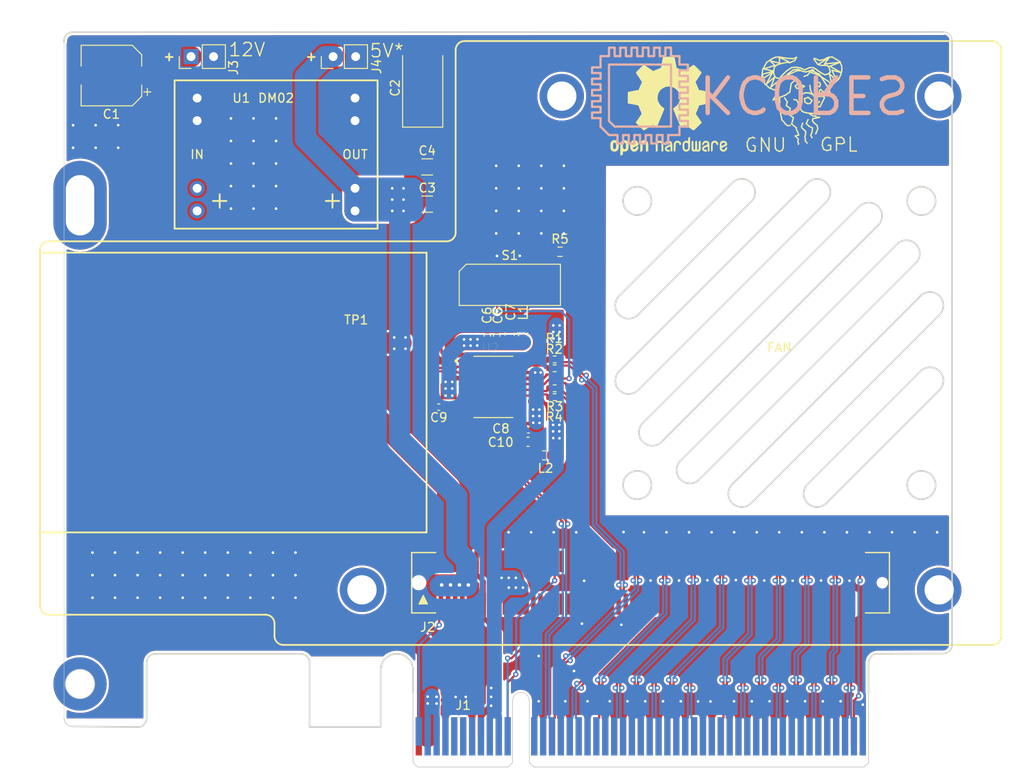
<source format=kicad_pcb>
(kicad_pcb (version 20171130) (host pcbnew "(5.1.9)-1")
  (layers (0 F.Cu mixed) (31 B.Cu signal) (34 B.Paste user) (35 F.Paste user) (36 B.SilkS user) (37 F.SilkS user) (38 B.Mask user) (39 F.Mask user) (44 Edge.Cuts user))
  (net 0 "")
  (net 1 "Net-(J2-Pad23)")
  (net 2 "Net-(J2-Pad22)")
  (net 3 "Net-(J2-Pad16)")
  (net 4 "Net-(J2-Pad15)")
  (net 5 "Net-(J2-Pad14)")
  (net 6 "Net-(J2-Pad80)")
  (net 7 "Net-(J2-Pad78)")
  (net 8 "Net-(J2-Pad76)")
  (net 9 "Net-(J2-Pad75)")
  (net 10 "Net-(J2-Pad74)")
  (net 11 "Net-(J1-PadA32)")
  (net 12 "Net-(J1-PadA19)")
  (net 13 "Net-(J1-PadB30)")
  (net 14 +12V)
  (net 15 GND)
  (net 16 +3V3)
  (net 17 "Net-(J1-PadB9)")
  (net 18 3V3AUX)
  (net 19 WAKE)
  (net 20 "Net-(J1-PadB17)")
  (net 21 "Net-(J1-PadB12)")
  (net 22 "Net-(J1-PadA5)")
  (net 23 "Net-(J1-PadA6)")
  (net 24 "Net-(J1-PadA7)")
  (net 25 "Net-(J1-PadA8)")
  (net 26 PERST)
  (net 27 REFCLK-)
  (net 28 REFCLK+)
  (net 29 "Net-(J2-Pad81)")
  (net 30 HSO3_N)
  (net 31 HSO3_P)
  (net 32 HSO2_N)
  (net 33 HSO2_P)
  (net 34 HSO1_N)
  (net 35 HSO1_P)
  (net 36 HSO0_P)
  (net 37 HSO0_N)
  (net 38 HSI3_N)
  (net 39 HSI3_P)
  (net 40 HSI2_N)
  (net 41 HSI2_P)
  (net 42 HSI1_N)
  (net 43 HSI1_P)
  (net 44 HSI0_P)
  (net 45 HSI0_N)
  (net 46 PRSNT2)
  (net 47 PRSNT1)
  (net 48 P5V_AUX)
  (net 49 3V3_A)
  (net 50 3V3_D)
  (net 51 HSI7_N)
  (net 52 HSI7_P)
  (net 53 HSI6_N)
  (net 54 HSI6_P)
  (net 55 "Net-(J1-PadB31)")
  (net 56 HSO4_P)
  (net 57 HSO4_N)
  (net 58 HSO5_P)
  (net 59 HSO5_N)
  (net 60 HSO6_P)
  (net 61 HSO6_N)
  (net 62 HSO7_P)
  (net 63 HSO7_N)
  (net 64 "Net-(J1-PadA33)")
  (net 65 HSI4_P)
  (net 66 HSI4_N)
  (net 67 HSI5_P)
  (net 68 HSI5_N)
  (net 69 REFCLK0-)
  (net 70 REFCLK0+)
  (net 71 REFCLK1-)
  (net 72 REFCLK1+)
  (net 73 OE1)
  (net 74 OE0)
  (net 75 "Net-(U2-Pad6)")
  (net 76 "Net-(U2-Pad7)")
  (net 77 "Net-(U2-Pad8)")
  (net 78 "Net-(U2-Pad11)")
  (net 79 "Net-(U2-Pad12)")
  (net 80 "Net-(U2-Pad13)")
  (net 81 DIF0_N)
  (net 82 DIF0_P)
  (net 83 DIF1_N)
  (net 84 DIF1_P)
  (net 85 "Net-(J1-PadB6)")
  (net 86 "Net-(J1-PadB5)")
  (net 87 "Net-(J2-Pad19)")
  (net 88 "Net-(J2-Pad18)")
  (net 89 "Net-(R5-Pad1)")
  (module Resistor_SMD:R_0603_1608Metric_Pad0.98x0.95mm_HandSolder (layer F.Cu) (at 149.55 75.975)
    (fp_text reference R5 (at 0 -1.43) (layer F.SilkS))
    (fp_text value 100ohm)
    (pad 2 smd roundrect (at 0.9125 0) (size 0.975 0.95) (layers F.Cu F.Paste F.Mask) (net 15 GND))
    (pad 1 smd roundrect (at -0.9125 0) (size 0.975 0.95) (layers F.Cu F.Paste F.Mask) (net 89 "Net-(R5-Pad1)"))
  )
  (module FCI_61082:SOP65P640X120-20N (layer F.Cu) (at 142.05 91.2)
    (fp_text reference U2 (at -0.325 -4.385) (layer F.SilkS) (effects (font (thickness 0.015))))
    (fp_text value 9DBL411B)
    (pad 1 smd rect (at -2.87 -2.925) (size 1.57 0.41) (layers F.Cu F.Paste F.Mask) (net 73 OE1))
    (pad 2 smd rect (at -2.87 -2.275) (size 1.57 0.41) (layers F.Cu F.Paste F.Mask) (net 28 REFCLK+))
    (pad 3 smd rect (at -2.87 -1.625) (size 1.57 0.41) (layers F.Cu F.Paste F.Mask) (net 27 REFCLK-))
    (pad 4 smd rect (at -2.87 -0.975) (size 1.57 0.41) (layers F.Cu F.Paste F.Mask) (net 49 3V3_A))
    (pad 5 smd rect (at -2.87 -0.325) (size 1.57 0.41) (layers F.Cu F.Paste F.Mask) (net 15 GND))
    (pad 6 smd rect (at -2.87 0.325) (size 1.57 0.41) (layers F.Cu F.Paste F.Mask) (net 75 "Net-(U2-Pad6)"))
    (pad 7 smd rect (at -2.87 0.975) (size 1.57 0.41) (layers F.Cu F.Paste F.Mask) (net 76 "Net-(U2-Pad7)"))
    (pad 8 smd rect (at -2.87 1.625) (size 1.57 0.41) (layers F.Cu F.Paste F.Mask) (net 77 "Net-(U2-Pad8)"))
    (pad 9 smd rect (at -2.87 2.275) (size 1.57 0.41) (layers F.Cu F.Paste F.Mask) (net 50 3V3_D))
    (pad 10 smd rect (at -2.87 2.925) (size 1.57 0.41) (layers F.Cu F.Paste F.Mask) (net 15 GND))
    (pad 11 smd rect (at 2.87 2.925) (size 1.57 0.41) (layers F.Cu F.Paste F.Mask) (net 78 "Net-(U2-Pad11)"))
    (pad 12 smd rect (at 2.87 2.275) (size 1.57 0.41) (layers F.Cu F.Paste F.Mask) (net 79 "Net-(U2-Pad12)"))
    (pad 13 smd rect (at 2.87 1.625) (size 1.57 0.41) (layers F.Cu F.Paste F.Mask) (net 80 "Net-(U2-Pad13)"))
    (pad 14 smd rect (at 2.87 0.975) (size 1.57 0.41) (layers F.Cu F.Paste F.Mask) (net 82 DIF0_P))
    (pad 15 smd rect (at 2.87 0.325) (size 1.57 0.41) (layers F.Cu F.Paste F.Mask) (net 81 DIF0_N))
    (pad 16 smd rect (at 2.87 -0.325) (size 1.57 0.41) (layers F.Cu F.Paste F.Mask) (net 74 OE0))
    (pad 17 smd rect (at 2.87 -0.975) (size 1.57 0.41) (layers F.Cu F.Paste F.Mask) (net 15 GND))
    (pad 18 smd rect (at 2.87 -1.625) (size 1.57 0.41) (layers F.Cu F.Paste F.Mask) (net 50 3V3_D))
    (pad 19 smd rect (at 2.87 -2.275) (size 1.57 0.41) (layers F.Cu F.Paste F.Mask) (net 84 DIF1_P))
    (pad 20 smd rect (at 2.87 -2.925) (size 1.57 0.41) (layers F.Cu F.Paste F.Mask) (net 83 DIF1_N))
  )
  (module FCI_61082:SOIC-4 (layer F.Cu) (at 143.9 79.7 270)
    (fp_text reference S1 (at -3.32 0) (layer F.SilkS))
    (fp_text value DM-02)
    (pad 2 smd rect (at 1.27 4.45 270) (size 1.1 1.5) (layers F.Cu F.Paste F.Mask) (net 73 OE1))
    (pad 3 smd rect (at 1.27 -4.45 270) (size 1.1 1.5) (layers F.Cu F.Paste F.Mask) (net 89 "Net-(R5-Pad1)"))
    (pad 1 smd rect (at -1.27 4.45 270) (size 1.1 1.5) (layers F.Cu F.Paste F.Mask) (net 74 OE0))
    (pad 4 smd rect (at -1.27 -4.45 270) (size 1.1 1.5) (layers F.Cu F.Paste F.Mask) (net 89 "Net-(R5-Pad1)"))
  )
  (module Resistor_SMD:R_0402_1005Metric_Pad0.72x0.64mm_HandSolder (layer F.Cu) (at 148.95 92.35 180)
    (fp_text reference R4 (at 0.0495 -2.24162 180) (layer F.SilkS))
    (fp_text value R)
    (pad 2 smd roundrect (at 0.5975 0 180) (size 0.715 0.64) (layers F.Cu F.Paste F.Mask) (net 82 DIF0_P))
    (pad 1 smd roundrect (at -0.5975 0 180) (size 0.715 0.64) (layers F.Cu F.Paste F.Mask) (net 70 REFCLK0+))
  )
  (module Resistor_SMD:R_0402_1005Metric_Pad0.72x0.64mm_HandSolder (layer F.Cu) (at 148.95 91.35 180)
    (fp_text reference R3 (at -0.0005 -2.05762 180) (layer F.SilkS))
    (fp_text value R)
    (pad 2 smd roundrect (at 0.5975 0 180) (size 0.715 0.64) (layers F.Cu F.Paste F.Mask) (net 81 DIF0_N))
    (pad 1 smd roundrect (at -0.5975 0 180) (size 0.715 0.64) (layers F.Cu F.Paste F.Mask) (net 69 REFCLK0-))
  )
  (module Resistor_SMD:R_0402_1005Metric_Pad0.72x0.64mm_HandSolder (layer F.Cu) (at 148.95 89.1 180)
    (fp_text reference R2 (at 0.05 2.15) (layer F.SilkS))
    (fp_text value R)
    (pad 2 smd roundrect (at 0.5975 0 180) (size 0.715 0.64) (layers F.Cu F.Paste F.Mask) (net 84 DIF1_P))
    (pad 1 smd roundrect (at -0.5975 0 180) (size 0.715 0.64) (layers F.Cu F.Paste F.Mask) (net 72 REFCLK1+))
  )
  (module Resistor_SMD:R_0402_1005Metric_Pad0.72x0.64mm_HandSolder (layer F.Cu) (at 148.95 88.1 180)
    (fp_text reference R1 (at 0.05 2.384) (layer F.SilkS))
    (fp_text value 34.46)
    (pad 2 smd roundrect (at 0.5975 0 180) (size 0.715 0.64) (layers F.Cu F.Paste F.Mask) (net 83 DIF1_N))
    (pad 1 smd roundrect (at -0.5975 0 180) (size 0.715 0.64) (layers F.Cu F.Paste F.Mask) (net 71 REFCLK1-))
  )
  (module Inductor_SMD:L_0603_1608Metric_Pad1.05x0.95mm_HandSolder (layer F.Cu) (at 147.75 98.9)
    (fp_text reference L2 (at 0.175 1.45) (layer F.SilkS))
    (fp_text value L)
    (pad 2 smd roundrect (at 0.875 0) (size 1.05 0.95) (layers F.Cu F.Paste F.Mask) (net 16 +3V3))
    (pad 1 smd roundrect (at -0.875 0) (size 1.05 0.95) (layers F.Cu F.Paste F.Mask) (net 50 3V3_D))
  )
  (module Inductor_SMD:L_0603_1608Metric_Pad1.05x0.95mm_HandSolder (layer F.Cu) (at 145.4 85.275 90)
    (fp_text reference L1 (at 2.45 0 90) (layer F.SilkS))
    (fp_text value L)
    (pad 2 smd roundrect (at 0.875 0 90) (size 1.05 0.95) (layers F.Cu F.Paste F.Mask) (net 16 +3V3))
    (pad 1 smd roundrect (at -0.875 0 90) (size 1.05 0.95) (layers F.Cu F.Paste F.Mask) (net 49 3V3_A))
  )
  (module Connector_PCBEdge:BUS_PCIexpress_x8 (layer F.Cu) (at 133.65 130.55)
    (fp_text reference J1 (at 5 -3.5) (layer F.SilkS))
    (fp_text value PCIe_x8)
    (fp_line (start 50.65 2.95) (end 50.15 3.45) (layer Edge.Cuts) (width 0.1))
    (fp_line (start 12.45 2.95) (end 12.95 3.45) (layer Edge.Cuts) (width 0.1))
    (fp_line (start 10.55 2.95) (end 10.05 3.45) (layer Edge.Cuts) (width 0.1))
    (fp_line (start -0.65 2.95) (end -0.15 3.45) (layer Edge.Cuts) (width 0.1))
    (fp_line (start 12.95 3.45) (end 50.15 3.45) (layer Edge.Cuts) (width 0.1))
    (fp_line (start 50.65 -4.95) (end 50.65 2.95) (layer Edge.Cuts) (width 0.1))
    (fp_line (start -0.15 3.45) (end 10.05 3.45) (layer Edge.Cuts) (width 0.1))
    (fp_line (start -0.65 -4.95) (end -0.65 2.95) (layer Edge.Cuts) (width 0.1))
    (fp_line (start 12.45 -4) (end 12.45 2.95) (layer Edge.Cuts) (width 0.1))
    (fp_line (start 10.55 -4) (end 10.55 2.95) (layer Edge.Cuts) (width 0.1))
    (fp_arc (start 11.5 -4) (end 12.45 -4) (angle -180) (layer Edge.Cuts) (width 0.1))
    (pad A49 connect rect (at 50 0) (size 0.7 4.3) (layers B.Cu B.Mask) (net 15 GND))
    (pad A48 connect rect (at 49 0) (size 0.7 4.3) (layers B.Cu B.Mask) (net 51 HSI7_N))
    (pad A47 connect rect (at 48 0) (size 0.7 4.3) (layers B.Cu B.Mask) (net 52 HSI7_P))
    (pad A46 connect rect (at 47 0) (size 0.7 4.3) (layers B.Cu B.Mask) (net 15 GND))
    (pad A45 connect rect (at 46 0) (size 0.7 4.3) (layers B.Cu B.Mask) (net 15 GND))
    (pad A44 connect rect (at 45 0) (size 0.7 4.3) (layers B.Cu B.Mask) (net 53 HSI6_N))
    (pad A43 connect rect (at 44 0) (size 0.7 4.3) (layers B.Cu B.Mask) (net 54 HSI6_P))
    (pad A42 connect rect (at 43 0) (size 0.7 4.3) (layers B.Cu B.Mask) (net 15 GND))
    (pad A13 connect rect (at 14 0) (size 0.7 4.3) (layers B.Cu B.Mask) (net 28 REFCLK+))
    (pad A12 connect rect (at 13 0) (size 0.7 4.3) (layers B.Cu B.Mask) (net 15 GND))
    (pad A18 connect rect (at 19 0) (size 0.7 4.3) (layers B.Cu B.Mask) (net 15 GND))
    (pad A17 connect rect (at 18 0) (size 0.7 4.3) (layers B.Cu B.Mask) (net 45 HSI0_N))
    (pad A16 connect rect (at 17 0) (size 0.7 4.3) (layers B.Cu B.Mask) (net 44 HSI0_P))
    (pad A15 connect rect (at 16 0) (size 0.7 4.3) (layers B.Cu B.Mask) (net 15 GND))
    (pad A14 connect rect (at 15 0) (size 0.7 4.3) (layers B.Cu B.Mask) (net 27 REFCLK-))
    (pad A11 connect rect (at 10 0) (size 0.7 4.3) (layers B.Cu B.Mask) (net 26 PERST))
    (pad A10 connect rect (at 9 0) (size 0.7 4.3) (layers B.Cu B.Mask) (net 16 +3V3))
    (pad A9 connect rect (at 8 0) (size 0.7 4.3) (layers B.Cu B.Mask) (net 16 +3V3))
    (pad A8 connect rect (at 7 0) (size 0.7 4.3) (layers B.Cu B.Mask) (net 25 "Net-(J1-PadA8)"))
    (pad A7 connect rect (at 6 0) (size 0.7 4.3) (layers B.Cu B.Mask) (net 24 "Net-(J1-PadA7)"))
    (pad A6 connect rect (at 5 0) (size 0.7 4.3) (layers B.Cu B.Mask) (net 23 "Net-(J1-PadA6)"))
    (pad A5 connect rect (at 4 0) (size 0.7 4.3) (layers B.Cu B.Mask) (net 22 "Net-(J1-PadA5)"))
    (pad A4 connect rect (at 3 0) (size 0.7 4.3) (layers B.Cu B.Mask) (net 15 GND))
    (pad A3 connect rect (at 2 0) (size 0.7 4.3) (layers B.Cu B.Mask) (net 14 +12V))
    (pad A2 connect rect (at 1 0) (size 0.7 4.3) (layers B.Cu B.Mask) (net 14 +12V))
    (pad A1 connect rect (at 0 -0.55) (size 0.7 3.2) (layers B.Cu B.Mask) (net 47 PRSNT1))
    (pad B13 connect rect (at 14 0) (size 0.7 4.3) (layers F.Cu F.Mask) (net 15 GND))
    (pad B12 connect rect (at 13 0) (size 0.7 4.3) (layers F.Cu F.Mask) (net 21 "Net-(J1-PadB12)"))
    (pad B18 connect rect (at 19 0) (size 0.7 4.3) (layers F.Cu F.Mask) (net 15 GND))
    (pad B17 connect rect (at 18 0) (size 0.7 4.3) (layers F.Cu F.Mask) (net 20 "Net-(J1-PadB17)"))
    (pad B16 connect rect (at 17 0) (size 0.7 4.3) (layers F.Cu F.Mask) (net 15 GND))
    (pad B15 connect rect (at 16 0) (size 0.7 4.3) (layers F.Cu F.Mask) (net 37 HSO0_N))
    (pad B14 connect rect (at 15 0) (size 0.7 4.3) (layers F.Cu F.Mask) (net 36 HSO0_P))
    (pad B11 connect rect (at 10 0) (size 0.7 4.3) (layers F.Cu F.Mask) (net 19 WAKE))
    (pad B10 connect rect (at 9 0) (size 0.7 4.3) (layers F.Cu F.Mask) (net 18 3V3AUX))
    (pad B9 connect rect (at 8 0) (size 0.7 4.3) (layers F.Cu F.Mask) (net 17 "Net-(J1-PadB9)"))
    (pad B8 connect rect (at 7 0) (size 0.7 4.3) (layers F.Cu F.Mask) (net 16 +3V3))
    (pad B7 connect rect (at 6 0) (size 0.7 4.3) (layers F.Cu F.Mask) (net 15 GND))
    (pad B6 connect rect (at 5 0) (size 0.7 4.3) (layers F.Cu F.Mask) (net 85 "Net-(J1-PadB6)"))
    (pad B5 connect rect (at 4 0) (size 0.7 4.3) (layers F.Cu F.Mask) (net 86 "Net-(J1-PadB5)"))
    (pad B4 connect rect (at 3 0) (size 0.7 4.3) (layers F.Cu F.Mask) (net 15 GND))
    (pad B3 connect rect (at 2 0) (size 0.7 4.3) (layers F.Cu F.Mask) (net 14 +12V))
    (pad B2 connect rect (at 1 0) (size 0.7 4.3) (layers F.Cu F.Mask) (net 14 +12V))
    (pad B1 connect rect (at 0 0) (size 0.7 4.3) (layers F.Cu F.Mask) (net 14 +12V))
    (pad B19 connect rect (at 20 0) (size 0.7 4.3) (layers F.Cu F.Mask) (net 35 HSO1_P))
    (pad B20 connect rect (at 21 0) (size 0.7 4.3) (layers F.Cu F.Mask) (net 34 HSO1_N))
    (pad B21 connect rect (at 22 0) (size 0.7 4.3) (layers F.Cu F.Mask) (net 15 GND))
    (pad B22 connect rect (at 23 0) (size 0.7 4.3) (layers F.Cu F.Mask) (net 15 GND))
    (pad B23 connect rect (at 24 0) (size 0.7 4.3) (layers F.Cu F.Mask) (net 33 HSO2_P))
    (pad B24 connect rect (at 25 0) (size 0.7 4.3) (layers F.Cu F.Mask) (net 32 HSO2_N))
    (pad B25 connect rect (at 26 0) (size 0.7 4.3) (layers F.Cu F.Mask) (net 15 GND))
    (pad B26 connect rect (at 27 0) (size 0.7 4.3) (layers F.Cu F.Mask) (net 15 GND))
    (pad B27 connect rect (at 28 0) (size 0.7 4.3) (layers F.Cu F.Mask) (net 31 HSO3_P))
    (pad B28 connect rect (at 29 0) (size 0.7 4.3) (layers F.Cu F.Mask) (net 30 HSO3_N))
    (pad B29 connect rect (at 30 0) (size 0.7 4.3) (layers F.Cu F.Mask) (net 15 GND))
    (pad B30 connect rect (at 31 0) (size 0.7 4.3) (layers F.Cu F.Mask) (net 13 "Net-(J1-PadB30)"))
    (pad B31 connect rect (at 32 0) (size 0.7 4.3) (layers F.Cu F.Mask) (net 55 "Net-(J1-PadB31)"))
    (pad B32 connect rect (at 33 0) (size 0.7 4.3) (layers F.Cu F.Mask) (net 15 GND))
    (pad A19 connect rect (at 20 0) (size 0.7 4.3) (layers B.Cu B.Mask) (net 12 "Net-(J1-PadA19)"))
    (pad A20 connect rect (at 21 0) (size 0.7 4.3) (layers B.Cu B.Mask) (net 15 GND))
    (pad A21 connect rect (at 22 0) (size 0.7 4.3) (layers B.Cu B.Mask) (net 43 HSI1_P))
    (pad A22 connect rect (at 23 0) (size 0.7 4.3) (layers B.Cu B.Mask) (net 42 HSI1_N))
    (pad A23 connect rect (at 24 0) (size 0.7 4.3) (layers B.Cu B.Mask) (net 15 GND))
    (pad A24 connect rect (at 25 0) (size 0.7 4.3) (layers B.Cu B.Mask) (net 15 GND))
    (pad A25 connect rect (at 26 0) (size 0.7 4.3) (layers B.Cu B.Mask) (net 41 HSI2_P))
    (pad A26 connect rect (at 27 0) (size 0.7 4.3) (layers B.Cu B.Mask) (net 40 HSI2_N))
    (pad A27 connect rect (at 28 0) (size 0.7 4.3) (layers B.Cu B.Mask) (net 15 GND))
    (pad A28 connect rect (at 29 0) (size 0.7 4.3) (layers B.Cu B.Mask) (net 15 GND))
    (pad A29 connect rect (at 30 0) (size 0.7 4.3) (layers B.Cu B.Mask) (net 39 HSI3_P))
    (pad A30 connect rect (at 31 0) (size 0.7 4.3) (layers B.Cu B.Mask) (net 38 HSI3_N))
    (pad A31 connect rect (at 32 0) (size 0.7 4.3) (layers B.Cu B.Mask) (net 15 GND))
    (pad A32 connect rect (at 33 0) (size 0.7 4.3) (layers B.Cu B.Mask) (net 11 "Net-(J1-PadA32)"))
    (pad B33 connect rect (at 34 0) (size 0.7 4.3) (layers F.Cu F.Mask) (net 56 HSO4_P))
    (pad B34 connect rect (at 35 0) (size 0.7 4.3) (layers F.Cu F.Mask) (net 57 HSO4_N))
    (pad B35 connect rect (at 36 0) (size 0.7 4.3) (layers F.Cu F.Mask) (net 15 GND))
    (pad B36 connect rect (at 37 0) (size 0.7 4.3) (layers F.Cu F.Mask) (net 15 GND))
    (pad B37 connect rect (at 38 0) (size 0.7 4.3) (layers F.Cu F.Mask) (net 58 HSO5_P))
    (pad B38 connect rect (at 39 0) (size 0.7 4.3) (layers F.Cu F.Mask) (net 59 HSO5_N))
    (pad B39 connect rect (at 40 0) (size 0.7 4.3) (layers F.Cu F.Mask) (net 15 GND))
    (pad B40 connect rect (at 41 0) (size 0.7 4.3) (layers F.Cu F.Mask) (net 15 GND))
    (pad B41 connect rect (at 42 0) (size 0.7 4.3) (layers F.Cu F.Mask) (net 60 HSO6_P))
    (pad B42 connect rect (at 43 0) (size 0.7 4.3) (layers F.Cu F.Mask) (net 61 HSO6_N))
    (pad B43 connect rect (at 44 0) (size 0.7 4.3) (layers F.Cu F.Mask) (net 15 GND))
    (pad B44 connect rect (at 45 0) (size 0.7 4.3) (layers F.Cu F.Mask) (net 15 GND))
    (pad B45 connect rect (at 46 0) (size 0.7 4.3) (layers F.Cu F.Mask) (net 62 HSO7_P))
    (pad B46 connect rect (at 47 0) (size 0.7 4.3) (layers F.Cu F.Mask) (net 63 HSO7_N))
    (pad B47 connect rect (at 48 0) (size 0.7 4.3) (layers F.Cu F.Mask) (net 15 GND))
    (pad B48 connect rect (at 49 -0.55) (size 0.7 3.2) (layers F.Cu F.Mask) (net 46 PRSNT2))
    (pad B49 connect rect (at 50 0) (size 0.7 4.3) (layers F.Cu F.Mask) (net 15 GND))
    (pad A33 connect rect (at 34 0) (size 0.7 4.3) (layers B.Cu B.Mask) (net 64 "Net-(J1-PadA33)"))
    (pad A34 connect rect (at 35 0) (size 0.7 4.3) (layers B.Cu B.Mask) (net 15 GND))
    (pad A35 connect rect (at 36 0) (size 0.7 4.3) (layers B.Cu B.Mask) (net 65 HSI4_P))
    (pad A36 connect rect (at 37 0) (size 0.7 4.3) (layers B.Cu B.Mask) (net 66 HSI4_N))
    (pad A37 connect rect (at 38 0) (size 0.7 4.3) (layers B.Cu B.Mask) (net 15 GND))
    (pad A38 connect rect (at 39 0) (size 0.7 4.3) (layers B.Cu B.Mask) (net 15 GND))
    (pad A39 connect rect (at 40 0) (size 0.7 4.3) (layers B.Cu B.Mask) (net 67 HSI5_P))
    (pad A40 connect rect (at 41 0) (size 0.7 4.3) (layers B.Cu B.Mask) (net 68 HSI5_N))
    (pad A41 connect rect (at 42 0) (size 0.7 4.3) (layers B.Cu B.Mask) (net 15 GND))
  )
  (module Capacitor_SMD:C_0603_1608Metric_Pad1.08x0.95mm_HandSolder (layer F.Cu) (at 145.95 97.375 180)
    (fp_text reference C10 (at 3.075 -0.05) (layer F.SilkS))
    (fp_text value 10uf)
    (pad 2 smd roundrect (at 0.8625 0 180) (size 1.075 0.95) (layers F.Cu F.Paste F.Mask) (net 15 GND))
    (pad 1 smd roundrect (at -0.8625 0 180) (size 1.075 0.95) (layers F.Cu F.Paste F.Mask) (net 50 3V3_D))
  )
  (module Capacitor_SMD:C_0402_1005Metric_Pad0.74x0.62mm_HandSolder (layer F.Cu) (at 135.9 93.475 180)
    (fp_text reference C9 (at 0 -1.16) (layer F.SilkS))
    (fp_text value 1uf)
    (pad 2 smd roundrect (at 0.5675 0 180) (size 0.735 0.62) (layers F.Cu F.Paste F.Mask) (net 15 GND))
    (pad 1 smd roundrect (at -0.5675 0 180) (size 0.735 0.62) (layers F.Cu F.Paste F.Mask) (net 50 3V3_D))
  )
  (module Capacitor_SMD:C_0402_1005Metric_Pad0.74x0.62mm_HandSolder (layer F.Cu) (at 146 96.025 180)
    (fp_text reference C8 (at 3.1 0.125) (layer F.SilkS))
    (fp_text value 1uf)
    (pad 2 smd roundrect (at 0.5675 0 180) (size 0.735 0.62) (layers F.Cu F.Paste F.Mask) (net 15 GND))
    (pad 1 smd roundrect (at -0.5675 0 180) (size 0.735 0.62) (layers F.Cu F.Paste F.Mask) (net 50 3V3_D))
  )
  (module Capacitor_SMD:C_0603_1608Metric_Pad1.08x0.95mm_HandSolder (layer F.Cu) (at 143.875 85.25 90)
    (fp_text reference C7 (at 2.475 0.125 90) (layer F.SilkS))
    (fp_text value 10uf)
    (pad 2 smd roundrect (at 0.8625 0 90) (size 1.075 0.95) (layers F.Cu F.Paste F.Mask) (net 15 GND))
    (pad 1 smd roundrect (at -0.8625 0 90) (size 1.075 0.95) (layers F.Cu F.Paste F.Mask) (net 49 3V3_A))
  )
  (module Capacitor_SMD:C_0402_1005Metric_Pad0.74x0.62mm_HandSolder (layer F.Cu) (at 141.375 85.375 90)
    (fp_text reference C6 (at 2.25 -0.05 90) (layer F.SilkS))
    (fp_text value 1uf)
    (pad 2 smd roundrect (at 0.5675 0 90) (size 0.735 0.62) (layers F.Cu F.Paste F.Mask) (net 15 GND))
    (pad 1 smd roundrect (at -0.5675 0 90) (size 0.735 0.62) (layers F.Cu F.Paste F.Mask) (net 49 3V3_A))
  )
  (module Capacitor_SMD:C_0402_1005Metric_Pad0.74x0.62mm_HandSolder (layer F.Cu) (at 142.425 85.375 90)
    (fp_text reference C5 (at 2.225 0.125 90) (layer F.SilkS))
    (fp_text value 1uf)
    (pad 2 smd roundrect (at 0.5675 0 90) (size 0.735 0.62) (layers F.Cu F.Paste F.Mask) (net 15 GND))
    (pad 1 smd roundrect (at -0.5675 0 90) (size 0.735 0.62) (layers F.Cu F.Paste F.Mask) (net 49 3V3_A))
  )
  (module Connector_Wire:SolderWirePad_1x01_Drill0.8mm (layer F.Cu) (at 95.5 70.739)
    (fp_text reference REF** hide)
    (fp_text value "" hide)
    (pad 1 thru_hole oval (at 0 0) (size 6 10) (drill oval 3.2 6.8) (layers *.Cu *.Mask))
  )
  (module Connector_Wire:SolderWirePad_1x01_Drill0.8mm (layer F.Cu) (at 95.5 124.650001)
    (fp_text reference REF** hide)
    (fp_text value "" hide)
    (pad 1 thru_hole circle (at 0 0) (size 6 6) (drill 3.2) (layers *.Cu *.Mask))
  )
  (module FCI_61082:OCP_Mezz_V2.0 (layer F.Cu) (at 133.65 113.25)
    (fp_text reference J2 (at 1 5) (layer F.SilkS))
    (fp_text value Conn_02x40_Top_Bottom)
    (pad 120 smd rect (at 49.7 -2.4) (size 0.5 2.4) (layers F.Cu F.Paste F.Mask) (net 46 PRSNT2))
    (pad 119 smd rect (at 48.9 -2.4) (size 0.5 2.4) (layers F.Cu F.Paste F.Mask) (net 15 GND))
    (pad 118 smd rect (at 48.1 -2.4) (size 0.5 2.4) (layers F.Cu F.Paste F.Mask) (net 15 GND))
    (pad 117 smd rect (at 47.3 -2.4) (size 0.5 2.4) (layers F.Cu F.Paste F.Mask) (net 63 HSO7_N))
    (pad 116 smd rect (at 46.5 -2.4) (size 0.5 2.4) (layers F.Cu F.Paste F.Mask) (net 62 HSO7_P))
    (pad 115 smd rect (at 45.7 -2.4) (size 0.5 2.4) (layers F.Cu F.Paste F.Mask) (net 15 GND))
    (pad 114 smd rect (at 44.9 -2.4) (size 0.5 2.4) (layers F.Cu F.Paste F.Mask) (net 15 GND))
    (pad 113 smd rect (at 44.1 -2.4) (size 0.5 2.4) (layers F.Cu F.Paste F.Mask) (net 61 HSO6_N))
    (pad 112 smd rect (at 43.3 -2.4) (size 0.5 2.4) (layers F.Cu F.Paste F.Mask) (net 60 HSO6_P))
    (pad 111 smd rect (at 42.5 -2.4) (size 0.5 2.4) (layers F.Cu F.Paste F.Mask) (net 15 GND))
    (pad 110 smd rect (at 41.7 -2.4) (size 0.5 2.4) (layers F.Cu F.Paste F.Mask) (net 15 GND))
    (pad 109 smd rect (at 40.9 -2.4) (size 0.5 2.4) (layers F.Cu F.Paste F.Mask) (net 59 HSO5_N))
    (pad 108 smd rect (at 40.1 -2.4) (size 0.5 2.4) (layers F.Cu F.Paste F.Mask) (net 58 HSO5_P))
    (pad 107 smd rect (at 39.3 -2.4) (size 0.5 2.4) (layers F.Cu F.Paste F.Mask) (net 15 GND))
    (pad 106 smd rect (at 38.5 -2.4) (size 0.5 2.4) (layers F.Cu F.Paste F.Mask) (net 15 GND))
    (pad 105 smd rect (at 37.7 -2.4) (size 0.5 2.4) (layers F.Cu F.Paste F.Mask) (net 57 HSO4_N))
    (pad 104 smd rect (at 36.9 -2.4) (size 0.5 2.4) (layers F.Cu F.Paste F.Mask) (net 56 HSO4_P))
    (pad 103 smd rect (at 36.1 -2.4) (size 0.5 2.4) (layers F.Cu F.Paste F.Mask) (net 15 GND))
    (pad 102 smd rect (at 35.3 -2.4) (size 0.5 2.4) (layers F.Cu F.Paste F.Mask) (net 15 GND))
    (pad 101 smd rect (at 34.5 -2.4) (size 0.5 2.4) (layers F.Cu F.Paste F.Mask) (net 30 HSO3_N))
    (pad 100 smd rect (at 33.7 -2.4) (size 0.5 2.4) (layers F.Cu F.Paste F.Mask) (net 31 HSO3_P))
    (pad 99 smd rect (at 32.9 -2.4) (size 0.5 2.4) (layers F.Cu F.Paste F.Mask) (net 15 GND))
    (pad 98 smd rect (at 32.1 -2.4) (size 0.5 2.4) (layers F.Cu F.Paste F.Mask) (net 15 GND))
    (pad 97 smd rect (at 31.3 -2.4) (size 0.5 2.4) (layers F.Cu F.Paste F.Mask) (net 32 HSO2_N))
    (pad 96 smd rect (at 30.5 -2.4) (size 0.5 2.4) (layers F.Cu F.Paste F.Mask) (net 33 HSO2_P))
    (pad 95 smd rect (at 29.7 -2.4) (size 0.5 2.4) (layers F.Cu F.Paste F.Mask) (net 15 GND))
    (pad 94 smd rect (at 28.9 -2.4) (size 0.5 2.4) (layers F.Cu F.Paste F.Mask) (net 15 GND))
    (pad 93 smd rect (at 28.1 -2.4) (size 0.5 2.4) (layers F.Cu F.Paste F.Mask) (net 34 HSO1_N))
    (pad 92 smd rect (at 27.3 -2.4) (size 0.5 2.4) (layers F.Cu F.Paste F.Mask) (net 35 HSO1_P))
    (pad 91 smd rect (at 26.5 -2.4) (size 0.5 2.4) (layers F.Cu F.Paste F.Mask) (net 15 GND))
    (pad 90 smd rect (at 25.7 -2.4) (size 0.5 2.4) (layers F.Cu F.Paste F.Mask) (net 15 GND))
    (pad 89 smd rect (at 24.9 -2.4) (size 0.5 2.4) (layers F.Cu F.Paste F.Mask) (net 37 HSO0_N))
    (pad 88 smd rect (at 24.1 -2.4) (size 0.5 2.4) (layers F.Cu F.Paste F.Mask) (net 36 HSO0_P))
    (pad 87 smd rect (at 23.3 -2.4) (size 0.5 2.4) (layers F.Cu F.Paste F.Mask) (net 15 GND))
    (pad 86 smd rect (at 22.5 -2.4) (size 0.5 2.4) (layers F.Cu F.Paste F.Mask) (net 15 GND))
    (pad 85 smd rect (at 21.7 -2.4) (size 0.5 2.4) (layers F.Cu F.Paste F.Mask) (net 69 REFCLK0-))
    (pad 84 smd rect (at 20.9 -2.4) (size 0.5 2.4) (layers F.Cu F.Paste F.Mask) (net 70 REFCLK0+))
    (pad 83 smd rect (at 20.1 -2.4) (size 0.5 2.4) (layers F.Cu F.Paste F.Mask) (net 15 GND))
    (pad 82 smd rect (at 19.3 -2.4) (size 0.5 2.4) (layers F.Cu F.Paste F.Mask) (net 15 GND))
    (pad 81 smd rect (at 18.5 -2.4) (size 0.5 2.4) (layers F.Cu F.Paste F.Mask) (net 29 "Net-(J2-Pad81)"))
    (pad 80 smd rect (at 17.7 -2.4) (size 0.5 2.4) (layers F.Cu F.Paste F.Mask) (net 6 "Net-(J2-Pad80)"))
    (pad 79 smd rect (at 16.9 -2.4) (size 0.5 2.4) (layers F.Cu F.Paste F.Mask) (net 15 GND))
    (pad 78 smd rect (at 16.1 -2.4) (size 0.5 2.4) (layers F.Cu F.Paste F.Mask) (net 7 "Net-(J2-Pad78)"))
    (pad 77 smd rect (at 15.3 -2.4) (size 0.5 2.4) (layers F.Cu F.Paste F.Mask) (net 19 WAKE))
    (pad 76 smd rect (at 14.5 -2.4) (size 0.5 2.4) (layers F.Cu F.Paste F.Mask) (net 8 "Net-(J2-Pad76)"))
    (pad 75 smd rect (at 13.7 -2.4) (size 0.5 2.4) (layers F.Cu F.Paste F.Mask) (net 9 "Net-(J2-Pad75)"))
    (pad 74 smd rect (at 12.9 -2.4) (size 0.5 2.4) (layers F.Cu F.Paste F.Mask) (net 10 "Net-(J2-Pad74)"))
    (pad 73 smd rect (at 12.1 -2.4) (size 0.5 2.4) (layers F.Cu F.Paste F.Mask) (net 15 GND))
    (pad 72 smd rect (at 11.3 -2.4) (size 0.5 2.4) (layers F.Cu F.Paste F.Mask) (net 16 +3V3))
    (pad 71 smd rect (at 10.5 -2.4) (size 0.5 2.4) (layers F.Cu F.Paste F.Mask) (net 16 +3V3))
    (pad 70 smd rect (at 9.7 -2.4) (size 0.5 2.4) (layers F.Cu F.Paste F.Mask) (net 16 +3V3))
    (pad 69 smd rect (at 8.9 -2.4) (size 0.5 2.4) (layers F.Cu F.Paste F.Mask) (net 16 +3V3))
    (pad 68 smd rect (at 8.1 -2.4) (size 0.5 2.4) (layers F.Cu F.Paste F.Mask) (net 15 GND))
    (pad 67 smd rect (at 7.3 -2.4) (size 0.5 2.4) (layers F.Cu F.Paste F.Mask) (net 15 GND))
    (pad 66 smd rect (at 6.5 -2.4) (size 0.5 2.4) (layers F.Cu F.Paste F.Mask) (net 18 3V3AUX))
    (pad 65 smd rect (at 5.7 -2.4) (size 0.5 2.4) (layers F.Cu F.Paste F.Mask) (net 15 GND))
    (pad 64 smd rect (at 4.9 -2.4) (size 0.5 2.4) (layers F.Cu F.Paste F.Mask) (net 15 GND))
    (pad 63 smd rect (at 4.1 -2.4) (size 0.5 2.4) (layers F.Cu F.Paste F.Mask) (net 14 +12V))
    (pad 62 smd rect (at 3.3 -2.4) (size 0.5 2.4) (layers F.Cu F.Paste F.Mask) (net 14 +12V))
    (pad 61 smd rect (at 2.5 -2.4) (size 0.5 2.4) (layers F.Cu F.Paste F.Mask) (net 14 +12V))
    (pad 60 smd rect (at 49.7 2.4) (size 0.5 2.4) (layers F.Cu F.Paste F.Mask) (net 15 GND))
    (pad 59 smd rect (at 48.9 2.4) (size 0.5 2.4) (layers F.Cu F.Paste F.Mask) (net 51 HSI7_N))
    (pad 58 smd rect (at 48.1 2.4) (size 0.5 2.4) (layers F.Cu F.Paste F.Mask) (net 52 HSI7_P))
    (pad 57 smd rect (at 47.3 2.4) (size 0.5 2.4) (layers F.Cu F.Paste F.Mask) (net 15 GND))
    (pad 56 smd rect (at 46.5 2.4) (size 0.5 2.4) (layers F.Cu F.Paste F.Mask) (net 15 GND))
    (pad 55 smd rect (at 45.7 2.4) (size 0.5 2.4) (layers F.Cu F.Paste F.Mask) (net 53 HSI6_N))
    (pad 54 smd rect (at 44.9 2.4) (size 0.5 2.4) (layers F.Cu F.Paste F.Mask) (net 54 HSI6_P))
    (pad 53 smd rect (at 44.1 2.4) (size 0.5 2.4) (layers F.Cu F.Paste F.Mask) (net 15 GND))
    (pad 52 smd rect (at 43.3 2.4) (size 0.5 2.4) (layers F.Cu F.Paste F.Mask) (net 15 GND))
    (pad 51 smd rect (at 42.5 2.4) (size 0.5 2.4) (layers F.Cu F.Paste F.Mask) (net 68 HSI5_N))
    (pad 50 smd rect (at 41.7 2.4) (size 0.5 2.4) (layers F.Cu F.Paste F.Mask) (net 67 HSI5_P))
    (pad 49 smd rect (at 40.9 2.4) (size 0.5 2.4) (layers F.Cu F.Paste F.Mask) (net 15 GND))
    (pad 48 smd rect (at 40.1 2.4) (size 0.5 2.4) (layers F.Cu F.Paste F.Mask) (net 15 GND))
    (pad 47 smd rect (at 39.3 2.4) (size 0.5 2.4) (layers F.Cu F.Paste F.Mask) (net 66 HSI4_N))
    (pad 46 smd rect (at 38.5 2.4) (size 0.5 2.4) (layers F.Cu F.Paste F.Mask) (net 65 HSI4_P))
    (pad 45 smd rect (at 37.7 2.4) (size 0.5 2.4) (layers F.Cu F.Paste F.Mask) (net 15 GND))
    (pad 44 smd rect (at 36.9 2.4) (size 0.5 2.4) (layers F.Cu F.Paste F.Mask) (net 15 GND))
    (pad 43 smd rect (at 36.1 2.4) (size 0.5 2.4) (layers F.Cu F.Paste F.Mask) (net 38 HSI3_N))
    (pad 42 smd rect (at 35.3 2.4) (size 0.5 2.4) (layers F.Cu F.Paste F.Mask) (net 39 HSI3_P))
    (pad 41 smd rect (at 34.5 2.4) (size 0.5 2.4) (layers F.Cu F.Paste F.Mask) (net 15 GND))
    (pad 40 smd rect (at 33.7 2.4) (size 0.5 2.4) (layers F.Cu F.Paste F.Mask) (net 15 GND))
    (pad 39 smd rect (at 32.9 2.4) (size 0.5 2.4) (layers F.Cu F.Paste F.Mask) (net 40 HSI2_N))
    (pad 38 smd rect (at 32.1 2.4) (size 0.5 2.4) (layers F.Cu F.Paste F.Mask) (net 41 HSI2_P))
    (pad 37 smd rect (at 31.3 2.4) (size 0.5 2.4) (layers F.Cu F.Paste F.Mask) (net 15 GND))
    (pad 36 smd rect (at 30.5 2.4) (size 0.5 2.4) (layers F.Cu F.Paste F.Mask) (net 15 GND))
    (pad 35 smd rect (at 29.7 2.4) (size 0.5 2.4) (layers F.Cu F.Paste F.Mask) (net 42 HSI1_N))
    (pad 34 smd rect (at 28.9 2.4) (size 0.5 2.4) (layers F.Cu F.Paste F.Mask) (net 43 HSI1_P))
    (pad 33 smd rect (at 28.1 2.4) (size 0.5 2.4) (layers F.Cu F.Paste F.Mask) (net 15 GND))
    (pad 32 smd rect (at 27.3 2.4) (size 0.5 2.4) (layers F.Cu F.Paste F.Mask) (net 15 GND))
    (pad 31 smd rect (at 26.5 2.4) (size 0.5 2.4) (layers F.Cu F.Paste F.Mask) (net 45 HSI0_N))
    (pad 30 smd rect (at 25.7 2.4) (size 0.5 2.4) (layers F.Cu F.Paste F.Mask) (net 44 HSI0_P))
    (pad 29 smd rect (at 24.9 2.4) (size 0.5 2.4) (layers F.Cu F.Paste F.Mask) (net 15 GND))
    (pad 28 smd rect (at 24.1 2.4) (size 0.5 2.4) (layers F.Cu F.Paste F.Mask) (net 15 GND))
    (pad 27 smd rect (at 23.3 2.4) (size 0.5 2.4) (layers F.Cu F.Paste F.Mask) (net 71 REFCLK1-))
    (pad 26 smd rect (at 22.5 2.4) (size 0.5 2.4) (layers F.Cu F.Paste F.Mask) (net 72 REFCLK1+))
    (pad 25 smd rect (at 21.7 2.4) (size 0.5 2.4) (layers F.Cu F.Paste F.Mask) (net 15 GND))
    (pad 24 smd rect (at 20.9 2.4) (size 0.5 2.4) (layers F.Cu F.Paste F.Mask) (net 15 GND))
    (pad 23 smd rect (at 20.1 2.4) (size 0.5 2.4) (layers F.Cu F.Paste F.Mask) (net 1 "Net-(J2-Pad23)"))
    (pad 22 smd rect (at 19.3 2.4) (size 0.5 2.4) (layers F.Cu F.Paste F.Mask) (net 2 "Net-(J2-Pad22)"))
    (pad 21 smd rect (at 18.5 2.4) (size 0.5 2.4) (layers F.Cu F.Paste F.Mask) (net 15 GND))
    (pad 20 smd rect (at 17.7 2.4) (size 0.5 2.4) (layers F.Cu F.Paste F.Mask) (net 15 GND))
    (pad 19 smd rect (at 16.9 2.4) (size 0.5 2.4) (layers F.Cu F.Paste F.Mask) (net 87 "Net-(J2-Pad19)"))
    (pad 18 smd rect (at 16.1 2.4) (size 0.5 2.4) (layers F.Cu F.Paste F.Mask) (net 88 "Net-(J2-Pad18)"))
    (pad 17 smd rect (at 15.3 2.4) (size 0.5 2.4) (layers F.Cu F.Paste F.Mask) (net 26 PERST))
    (pad 16 smd rect (at 14.5 2.4) (size 0.5 2.4) (layers F.Cu F.Paste F.Mask) (net 3 "Net-(J2-Pad16)"))
    (pad 15 smd rect (at 13.7 2.4) (size 0.5 2.4) (layers F.Cu F.Paste F.Mask) (net 4 "Net-(J2-Pad15)"))
    (pad 14 smd rect (at 12.9 2.4) (size 0.5 2.4) (layers F.Cu F.Paste F.Mask) (net 5 "Net-(J2-Pad14)"))
    (pad 13 smd rect (at 12.1 2.4) (size 0.5 2.4) (layers F.Cu F.Paste F.Mask) (net 16 +3V3))
    (pad 12 smd rect (at 11.3 2.4) (size 0.5 2.4) (layers F.Cu F.Paste F.Mask) (net 16 +3V3))
    (pad 11 smd rect (at 10.5 2.4) (size 0.5 2.4) (layers F.Cu F.Paste F.Mask) (net 16 +3V3))
    (pad 10 smd rect (at 9.7 2.4) (size 0.5 2.4) (layers F.Cu F.Paste F.Mask) (net 16 +3V3))
    (pad 9 smd rect (at 8.9 2.4) (size 0.5 2.4) (layers F.Cu F.Paste F.Mask) (net 15 GND))
    (pad 8 smd rect (at 8.1 2.4) (size 0.5 2.4) (layers F.Cu F.Paste F.Mask) (net 15 GND))
    (pad 7 smd rect (at 7.3 2.4) (size 0.5 2.4) (layers F.Cu F.Paste F.Mask) (net 18 3V3AUX))
    (pad 6 smd rect (at 6.5 2.4) (size 0.5 2.4) (layers F.Cu F.Paste F.Mask) (net 15 GND))
    (pad 5 smd rect (at 5.7 2.4) (size 0.5 2.4) (layers F.Cu F.Paste F.Mask) (net 15 GND))
    (pad 4 smd rect (at 4.9 2.4) (size 0.5 2.4) (layers F.Cu F.Paste F.Mask) (net 48 P5V_AUX))
    (pad 3 smd rect (at 4.1 2.4) (size 0.5 2.4) (layers F.Cu F.Paste F.Mask) (net 48 P5V_AUX))
    (pad 2 smd rect (at 3.3 2.4) (size 0.5 2.4) (layers F.Cu F.Paste F.Mask) (net 48 P5V_AUX))
    (pad "" thru_hole circle (at 58.6 0.8) (size 5 5) (drill 3.3) (layers *.Cu *.Mask))
    (pad "" thru_hole circle (at 58.6 -54.8) (size 5 5) (drill 3.3) (layers *.Cu *.Mask))
    (pad "" thru_hole circle (at 16.1 -54.8) (size 5 5) (drill 3.3) (layers *.Cu *.Mask))
    (pad 1 smd rect (at 2.5 2.4) (size 0.5 2.4) (layers F.Cu F.Paste F.Mask) (net 47 PRSNT1))
    (pad "" np_thru_hole circle (at 0 0) (size 1.2 1.2) (drill 1.2) (layers *.Cu *.Mask))
    (pad "" np_thru_hole circle (at 52.2 0) (size 0.8 0.8) (drill 0.8) (layers *.Cu *.Mask))
    (pad "" thru_hole circle (at -6.4 0.8) (size 5 5) (drill 3.3) (layers *.Cu *.Mask))
  )
  (module Symbol:OSHW-Logo2_14.6x12mm_SilkScreen (layer F.Cu) (at 161.798 59.563)
    (fp_text reference REF** hide)
    (fp_text value OSHW-Logo2_14.6x12mm_SilkScreen hide)
  )
  (module Symbol:Symbol_GNU-Logo_SilkscreenTop (layer F.Cu) (at 177.038 57.785)
    (fp_text reference REF** hide)
    (fp_text value Symbol_GNU-Logo_SilkscreenTop)
  )
  (module Connector_PinHeader_2.54mm:PinHeader_1x02_P2.54mm_Vertical (layer F.Cu) (at 124 54 90)
    (fp_text reference J4 (at -1.118 4.905 270) (layer F.SilkS))
    (fp_text value Conn_01x02)
    (pad 1 thru_hole rect (at 0 0 90) (size 1.7 1.7) (drill 1) (layers *.Cu *.Mask) (net 48 P5V_AUX))
    (pad 2 thru_hole oval (at 0 2.54 90) (size 1.7 1.7) (drill 1) (layers *.Cu *.Mask) (net 15 GND))
  )
  (module Connector_PinHeader_2.54mm:PinHeader_1x02_P2.54mm_Vertical (layer F.Cu) (at 108 54 90)
    (fp_text reference J3 (at -1.245 4.776 90) (layer F.SilkS))
    (fp_text value Conn_01x02)
    (pad 1 thru_hole rect (at 0 0 90) (size 1.7 1.7) (drill 1) (layers *.Cu *.Mask) (net 14 +12V))
    (pad 2 thru_hole oval (at 0 2.54 90) (size 1.7 1.7) (drill 1) (layers *.Cu *.Mask) (net 15 GND))
  )
  (module FCI_61082:TestPlot (layer F.Cu) (at 126.6 86.25)
    (fp_text reference TP1 (at 0 -2.6) (layer F.SilkS))
    (fp_text value TestPoint_2Pole)
    (pad 2 smd rect (at 1.325 0) (size 2.4 2) (layers F.Cu F.Paste F.Mask) (net 48 P5V_AUX))
    (pad 1 smd rect (at -1.325 0) (size 2.4 2) (layers F.Cu F.Paste F.Mask) (net 14 +12V))
  )
  (module FCI_61082:DM02 (layer F.Cu) (at 126.468 71.374 180)
    (fp_text reference U1 (at 12.803 12.7) (layer F.SilkS))
    (fp_text value DM02)
    (fp_text user DM02 (at 8.89 12.7) (layer F.SilkS))
    (fp_text user IN (at 17.78 6.35) (layer F.SilkS))
    (fp_text user OUT (at 0 6.35) (layer F.SilkS))
    (fp_text user + (at 15.24 1.27) (layer F.SilkS) (effects (font (size 2 2) (thickness 0.2))))
    (fp_text user + (at 2.54 1.27) (layer F.SilkS) (effects (font (size 2 2) (thickness 0.2))))
    (pad 1 thru_hole circle (at 0 0 180) (size 1.7 1.7) (drill 1) (layers *.Cu *.Mask) (net 48 P5V_AUX))
    (pad 1 connect oval (at 0 0 180) (size 4.24 1.7) (drill (offset -1.27 0)) (layers F.Cu F.Mask) (net 48 P5V_AUX))
    (pad 1 connect oval (at 0 2.54 180) (size 4.24 1.7) (drill (offset -1.27 0)) (layers F.Cu F.Mask) (net 48 P5V_AUX))
    (pad 1 thru_hole circle (at 0 2.54 180) (size 1.7 1.7) (drill 1) (layers *.Cu *.Mask) (net 48 P5V_AUX))
    (pad 2 connect oval (at 0 10.16 180) (size 4.24 1.7) (drill (offset -1.27 0)) (layers F.Cu F.Mask) (net 15 GND))
    (pad 2 thru_hole circle (at 0 12.7 180) (size 1.7 1.7) (drill 1) (layers *.Cu *.Mask) (net 15 GND))
    (pad 2 thru_hole circle (at 0 10.16 180) (size 1.7 1.7) (drill 1) (layers *.Cu *.Mask) (net 15 GND))
    (pad 2 connect oval (at 0 12.7 180) (size 4.24 1.7) (drill (offset -1.27 0)) (layers F.Cu F.Mask) (net 15 GND))
    (pad 3 connect oval (at 17.78 10.16) (size 4.24 1.7) (drill (offset -1.27 0)) (layers F.Cu F.Mask) (net 15 GND))
    (pad 3 thru_hole circle (at 17.78 10.16) (size 1.7 1.7) (drill 1) (layers *.Cu *.Mask) (net 15 GND))
    (pad 3 connect oval (at 17.78 12.7) (size 4.24 1.7) (drill (offset -1.27 0)) (layers F.Cu F.Mask) (net 15 GND))
    (pad 3 thru_hole circle (at 17.78 12.7) (size 1.7 1.7) (drill 1) (layers *.Cu *.Mask) (net 15 GND))
    (pad 4 connect oval (at 17.78 0) (size 4.24 1.7) (drill (offset -1.27 0)) (layers F.Cu F.Mask) (net 14 +12V))
    (pad 4 thru_hole circle (at 17.78 0) (size 1.7 1.7) (drill 1) (layers *.Cu *.Mask) (net 14 +12V))
    (pad 4 connect oval (at 17.78 2.54) (size 4.24 1.7) (drill (offset -1.27 0)) (layers F.Cu F.Mask) (net 14 +12V))
    (pad 4 thru_hole circle (at 17.78 2.54) (size 1.7 1.7) (drill 1) (layers *.Cu *.Mask) (net 14 +12V))
  )
  (module Capacitor_SMD:C_1206_3216Metric (layer F.Cu) (at 134.599 66.421)
    (fp_text reference C4 (at 0 -1.82) (layer F.SilkS))
    (fp_text value C)
    (pad 1 smd roundrect (at -1.4 0) (size 1.25 1.75) (layers F.Cu F.Paste F.Mask) (roundrect_rratio 0.2) (net 48 P5V_AUX))
    (pad 2 smd roundrect (at 1.4 0) (size 1.25 1.75) (layers F.Cu F.Paste F.Mask) (roundrect_rratio 0.2) (net 15 GND))
  )
  (module Capacitor_SMD:C_1206_3216Metric (layer F.Cu) (at 134.599 70.612)
    (fp_text reference C3 (at 0 -1.82) (layer F.SilkS))
    (fp_text value C)
    (pad 1 smd roundrect (at -1.4 0) (size 1.25 1.75) (layers F.Cu F.Paste F.Mask) (roundrect_rratio 0.2) (net 48 P5V_AUX))
    (pad 2 smd roundrect (at 1.4 0) (size 1.25 1.75) (layers F.Cu F.Paste F.Mask) (roundrect_rratio 0.2) (net 15 GND))
  )
  (module Capacitor_Tantalum_SMD:CP_EIA-7343-31_Kemet-D (layer F.Cu) (at 134.088 57.531 90)
    (fp_text reference C2 (at 0 -3.1 90) (layer F.SilkS))
    (fp_text value C)
    (pad 1 smd roundrect (at -3.1125 0 90) (size 2.075 2.55) (layers F.Cu F.Paste F.Mask) (roundrect_rratio 0.1204819277108434) (net 48 P5V_AUX))
    (pad 2 smd roundrect (at 3.1125 0 90) (size 2.075 2.55) (layers F.Cu F.Paste F.Mask) (roundrect_rratio 0.1204819277108434) (net 15 GND))
  )
  (module Capacitor_SMD:CP_Elec_6.3x5.4 (layer F.Cu) (at 99.036 56.134 180)
    (fp_text reference C1 (at 0 -4.35) (layer F.SilkS))
    (fp_text value C)
    (pad 2 smd roundrect (at 2.8 0 180) (size 3.5 1.6) (layers F.Cu F.Paste F.Mask) (roundrect_rratio 0.15625) (net 15 GND))
    (pad 1 smd roundrect (at -2.8 0 180) (size 3.5 1.6) (layers F.Cu F.Paste F.Mask) (roundrect_rratio 0.15625) (net 14 +12V))
  )
  (module FCI_61082:Fan_4010 (layer F.Cu) (at 174.25 86.25)
    (fp_text reference FAN (at 0 0.5) (layer F.SilkS))
    (fp_text value Fan_4010)
    (fp_line (start -3.172167 -15.919715) (end -15.919715 -3.172167) (layer Edge.Cuts) (width 0.2))
    (fp_line (start -18.041036 -5.293487) (end -5.293487 -18.041036) (layer Edge.Cuts) (width 0.2))
    (fp_line (start 5.309191 -15.915793) (end -15.915793 5.309191) (layer Edge.Cuts) (width 0.2))
    (fp_line (start -18.037113 3.187871) (end 3.187871 -18.037113) (layer Edge.Cuts) (width 0.2))
    (fp_line (start 3.172167 15.919715) (end 15.919715 3.172167) (layer Edge.Cuts) (width 0.2))
    (fp_line (start 18.041036 5.293487) (end 5.293487 18.041036) (layer Edge.Cuts) (width 0.2))
    (fp_line (start -5.309191 15.915793) (end 15.915793 -5.309191) (layer Edge.Cuts) (width 0.2))
    (fp_line (start 18.037113 -3.187871) (end -3.187871 18.037113) (layer Edge.Cuts) (width 0.2))
    (fp_line (start -15.373165 9.009204) (end 9.009204 -15.373165) (layer Edge.Cuts) (width 0.2))
    (fp_line (start 11.130525 -13.251845) (end -13.251845 11.130525) (layer Edge.Cuts) (width 0.2))
    (fp_line (start 13.251845 -11.130525) (end -11.130525 13.251845) (layer Edge.Cuts) (width 0.2))
    (fp_line (start -9.009204 15.373165) (end 15.373165 -9.009204) (layer Edge.Cuts) (width 0.2))
    (fp_circle (center -16 16) (end -14.4 16) (layer Edge.Cuts) (width 0.2))
    (fp_circle (center 16 16) (end 17.6 16) (layer Edge.Cuts) (width 0.2))
    (fp_circle (center -16 -16) (end -14.4 -16) (layer Edge.Cuts) (width 0.2))
    (fp_circle (center 16 -16) (end 17.6 -16) (layer Edge.Cuts) (width 0.2))
    (fp_arc (start -16.980376 -4.232827) (end -18.041036 -5.293487) (angle -180) (layer Edge.Cuts) (width 0.2))
    (fp_arc (start -4.232827 -16.980376) (end -3.172167 -15.919715) (angle -180) (layer Edge.Cuts) (width 0.2))
    (fp_arc (start -16.976453 4.248531) (end -18.037113 3.187871) (angle -180) (layer Edge.Cuts) (width 0.2))
    (fp_arc (start 4.248531 -16.976453) (end 5.309191 -15.915793) (angle -180) (layer Edge.Cuts) (width 0.2))
    (fp_arc (start 16.980376 4.232827) (end 18.041036 5.293487) (angle -180) (layer Edge.Cuts) (width 0.2))
    (fp_arc (start 4.232827 16.980376) (end 3.172167 15.919715) (angle -180) (layer Edge.Cuts) (width 0.2))
    (fp_arc (start 16.976453 -4.248531) (end 18.037113 -3.187871) (angle -180) (layer Edge.Cuts) (width 0.2))
    (fp_arc (start -4.248531 16.976453) (end -5.309191 15.915793) (angle -180) (layer Edge.Cuts) (width 0.2))
    (fp_arc (start 10.069864 -14.312505) (end 11.130525 -13.251845) (angle -180) (layer Edge.Cuts) (width 0.2))
    (fp_arc (start -14.312505 10.069864) (end -15.373165 9.009204) (angle -180) (layer Edge.Cuts) (width 0.2))
    (fp_arc (start -10.069864 14.312505) (end -11.130525 13.251845) (angle -180) (layer Edge.Cuts) (width 0.2))
    (fp_arc (start 14.312505 -10.069864) (end 15.373165 -9.009204) (angle -180) (layer Edge.Cuts) (width 0.2))
  )
  (gr_arc (start 94.65 128.475) (end 93.700001 128.549999) (angle -85.48606675) (layer Edge.Cuts) (width 0.1))
  (gr_arc (start 192.75 52.175) (end 193.699999 52.249999) (angle -99.1) (layer Edge.Cuts) (width 0.1))
  (gr_arc (start 185.325 122.275) (end 185.35 121.25) (angle -92.76518278) (layer Edge.Cuts) (width 0.2032))
  (gr_text + (at 121.539 53.975) (layer F.SilkS) (effects (font (size 1 1) (thickness 0.2)) (justify mirror)))
  (gr_text KCORES (at 177.038 58.166 180) (layer B.SilkS) (effects (font (size 4 4) (thickness 0.5)) (justify mirror)))
  (gr_line (start 155.066719 54.895205) (end 156.812703 54.895205) (layer B.SilkS) (width 0.25))
  (gr_line (start 155.066719 62.83179) (end 155.304774 62.83179) (layer B.SilkS) (width 0.25))
  (gr_line (start 155.304774 62.83179) (end 155.840499 62.83179) (layer B.SilkS) (width 0.25))
  (gr_line (start 156.019024 62.91109) (end 156.018954 63.56584) (layer B.SilkS) (width 0.25))
  (gr_line (start 162.050859 60.56984) (end 162.050859 61.87929) (layer B.SilkS) (width 0.25))
  (gr_line (start 155.066719 56.085685) (end 155.066719 54.895205) (layer B.SilkS) (width 0.25))
  (gr_line (start 162.050859 61.87929) (end 160.463459 61.87929) (layer B.SilkS) (width 0.25))
  (gr_line (start 162.050859 54.895205) (end 162.050859 56.64124) (layer B.SilkS) (width 0.25))
  (gr_line (start 156.892008 61.87929) (end 155.701594 61.87929) (layer B.SilkS) (width 0.25))
  (gr_line (start 155.066719 59.657139) (end 155.066719 56.085685) (layer B.SilkS) (width 0.25))
  (gr_line (start 155.840499 62.83179) (end 156.019094 62.83179) (layer B.SilkS) (width 0.25))
  (gr_line (start 160.463459 61.87929) (end 156.892008 61.87929) (layer B.SilkS) (width 0.25))
  (gr_line (start 156.018954 63.56584) (end 156.018954 63.78404) (layer B.SilkS) (width 0.25))
  (gr_line (start 156.019094 62.83179) (end 156.019024 62.91109) (layer B.SilkS) (width 0.25))
  (gr_line (start 160.741259 54.895205) (end 162.050859 54.895205) (layer B.SilkS) (width 0.25))
  (gr_line (start 155.701594 61.87929) (end 155.066719 61.24444) (layer B.SilkS) (width 0.25))
  (gr_line (start 162.050859 56.64124) (end 162.050859 60.56984) (layer B.SilkS) (width 0.25))
  (gr_line (start 156.812703 54.895205) (end 160.741259 54.895205) (layer B.SilkS) (width 0.25))
  (gr_line (start 155.066719 61.24444) (end 155.066719 59.657139) (layer B.SilkS) (width 0.25))
  (gr_line (start 155.017803 62.78294) (end 155.066719 62.83179) (layer B.SilkS) (width 0.25))
  (gr_line (start 161.613709 63.78404) (end 161.732759 63.78404) (layer B.SilkS) (width 0.25))
  (gr_line (start 163.002659 61.87929) (end 163.240709 61.87929) (layer B.SilkS) (width 0.25))
  (gr_line (start 163.955009 58.07004) (end 163.955009 57.91139) (layer B.SilkS) (width 0.25))
  (gr_line (start 163.955009 59.339889) (end 163.955009 59.18119) (layer B.SilkS) (width 0.25))
  (gr_line (start 163.776409 58.07004) (end 163.955009 58.07004) (layer B.SilkS) (width 0.25))
  (gr_line (start 163.955009 60.450889) (end 163.955009 60.09379) (layer B.SilkS) (width 0.25))
  (gr_line (start 163.240709 60.60959) (end 163.776409 60.60959) (layer B.SilkS) (width 0.25))
  (gr_line (start 163.240709 58.07004) (end 163.776409 58.07004) (layer B.SilkS) (width 0.25))
  (gr_line (start 163.002659 58.07004) (end 163.240709 58.07004) (layer B.SilkS) (width 0.25))
  (gr_line (start 163.002659 59.97474) (end 163.002659 59.816039) (layer B.SilkS) (width 0.25))
  (gr_line (start 163.002659 58.18914) (end 163.002659 58.07004) (layer B.SilkS) (width 0.25))
  (gr_line (start 163.002659 58.54624) (end 163.002659 58.18914) (layer B.SilkS) (width 0.25))
  (gr_line (start 163.955009 59.18119) (end 163.955009 58.82399) (layer B.SilkS) (width 0.25))
  (gr_line (start 163.002659 60.72864) (end 163.002659 60.60959) (layer B.SilkS) (width 0.25))
  (gr_line (start 163.955009 61.24444) (end 163.716859 61.24444) (layer B.SilkS) (width 0.25))
  (gr_line (start 161.732759 63.78404) (end 161.732759 63.54599) (layer B.SilkS) (width 0.25))
  (gr_line (start 163.181159 61.24444) (end 163.002659 61.24444) (layer B.SilkS) (width 0.25))
  (gr_line (start 163.240709 59.339889) (end 163.776409 59.339889) (layer B.SilkS) (width 0.25))
  (gr_line (start 163.955009 61.36349) (end 163.955009 61.24444) (layer B.SilkS) (width 0.25))
  (gr_line (start 161.256609 63.78404) (end 161.613709 63.78404) (layer B.SilkS) (width 0.25))
  (gr_line (start 161.732759 63.54599) (end 161.732759 63.01029) (layer B.SilkS) (width 0.25))
  (gr_line (start 163.181159 58.70494) (end 163.002659 58.70494) (layer B.SilkS) (width 0.25))
  (gr_line (start 163.955009 58.70494) (end 163.716859 58.70494) (layer B.SilkS) (width 0.25))
  (gr_line (start 163.955009 58.82399) (end 163.955009 58.70494) (layer B.SilkS) (width 0.25))
  (gr_line (start 163.181159 59.97474) (end 163.002659 59.97474) (layer B.SilkS) (width 0.25))
  (gr_line (start 163.955009 60.09379) (end 163.955009 59.97474) (layer B.SilkS) (width 0.25))
  (gr_line (start 163.955009 61.87929) (end 163.955009 61.72064) (layer B.SilkS) (width 0.25))
  (gr_line (start 163.776409 60.60959) (end 163.955009 60.60959) (layer B.SilkS) (width 0.25))
  (gr_line (start 163.002659 61.24444) (end 163.002659 61.08574) (layer B.SilkS) (width 0.25))
  (gr_line (start 163.776409 61.87929) (end 163.955009 61.87929) (layer B.SilkS) (width 0.25))
  (gr_line (start 162.050209 62.83169) (end 162.764509 62.83169) (layer B.SilkS) (width 0.25))
  (gr_line (start 163.955009 60.60959) (end 163.955009 60.450889) (layer B.SilkS) (width 0.25))
  (gr_line (start 163.002659 62.59359) (end 163.002659 62.05789) (layer B.SilkS) (width 0.25))
  (gr_line (start 163.002659 59.339889) (end 163.240709 59.339889) (layer B.SilkS) (width 0.25))
  (gr_line (start 163.002659 62.05789) (end 163.002659 61.87929) (layer B.SilkS) (width 0.25))
  (gr_line (start 163.716859 58.70494) (end 163.181159 58.70494) (layer B.SilkS) (width 0.25))
  (gr_line (start 163.955009 61.72064) (end 163.955009 61.36349) (layer B.SilkS) (width 0.25))
  (gr_line (start 163.776409 59.339889) (end 163.955009 59.339889) (layer B.SilkS) (width 0.25))
  (gr_line (start 163.240709 61.87929) (end 163.776409 61.87929) (layer B.SilkS) (width 0.25))
  (gr_line (start 163.955009 59.97474) (end 163.716859 59.97474) (layer B.SilkS) (width 0.25))
  (gr_line (start 161.732759 62.83169) (end 162.050209 62.83169) (layer B.SilkS) (width 0.25))
  (gr_line (start 163.002659 60.60959) (end 163.240709 60.60959) (layer B.SilkS) (width 0.25))
  (gr_line (start 161.732759 63.01029) (end 161.732759 62.83169) (layer B.SilkS) (width 0.25))
  (gr_line (start 163.002659 59.458939) (end 163.002659 59.339889) (layer B.SilkS) (width 0.25))
  (gr_line (start 163.716859 61.24444) (end 163.181159 61.24444) (layer B.SilkS) (width 0.25))
  (gr_line (start 162.764509 62.83169) (end 163.002659 62.83169) (layer B.SilkS) (width 0.25))
  (gr_line (start 163.002659 62.83169) (end 163.002659 62.59359) (layer B.SilkS) (width 0.25))
  (gr_line (start 163.955009 57.91139) (end 163.955009 57.554265) (layer B.SilkS) (width 0.25))
  (gr_line (start 163.002659 58.70494) (end 163.002659 58.54624) (layer B.SilkS) (width 0.25))
  (gr_line (start 163.002659 59.816039) (end 163.002659 59.458939) (layer B.SilkS) (width 0.25))
  (gr_line (start 163.002659 61.08574) (end 163.002659 60.72864) (layer B.SilkS) (width 0.25))
  (gr_line (start 163.716859 59.97474) (end 163.181159 59.97474) (layer B.SilkS) (width 0.25))
  (gr_line (start 157.288674 63.78404) (end 157.447349 63.78404) (layer B.SilkS) (width 0.25))
  (gr_line (start 157.288674 63.06979) (end 157.288674 63.60554) (layer B.SilkS) (width 0.25))
  (gr_line (start 157.169609 62.83169) (end 157.288674 62.83169) (layer B.SilkS) (width 0.25))
  (gr_line (start 161.097909 63.78404) (end 161.256609 63.78404) (layer B.SilkS) (width 0.25))
  (gr_line (start 161.097909 63.60554) (end 161.097909 63.78404) (layer B.SilkS) (width 0.25))
  (gr_line (start 161.097909 63.06979) (end 161.097909 63.60554) (layer B.SilkS) (width 0.25))
  (gr_line (start 158.558459 62.83169) (end 158.558459 63.06979) (layer B.SilkS) (width 0.25))
  (gr_line (start 156.534749 63.78404) (end 156.653814 63.78404) (layer B.SilkS) (width 0.25))
  (gr_line (start 160.463059 63.01029) (end 160.463059 62.83169) (layer B.SilkS) (width 0.25))
  (gr_line (start 158.082259 62.83169) (end 158.439409 62.83169) (layer B.SilkS) (width 0.25))
  (gr_line (start 161.097909 62.83169) (end 161.097909 63.06979) (layer B.SilkS) (width 0.25))
  (gr_line (start 160.978859 62.83169) (end 161.097909 62.83169) (layer B.SilkS) (width 0.25))
  (gr_line (start 160.463059 63.78404) (end 160.463059 63.54599) (layer B.SilkS) (width 0.25))
  (gr_line (start 157.288674 63.60554) (end 157.288674 63.78404) (layer B.SilkS) (width 0.25))
  (gr_line (start 157.288674 62.83169) (end 157.288674 63.06979) (layer B.SilkS) (width 0.25))
  (gr_line (start 159.828209 63.78404) (end 159.986859 63.78404) (layer B.SilkS) (width 0.25))
  (gr_line (start 159.193359 63.78404) (end 159.193359 63.54599) (layer B.SilkS) (width 0.25))
  (gr_line (start 156.653814 63.54599) (end 156.653814 63.01029) (layer B.SilkS) (width 0.25))
  (gr_line (start 158.558459 63.60554) (end 158.558459 63.78404) (layer B.SilkS) (width 0.25))
  (gr_line (start 160.344009 63.78404) (end 160.463059 63.78404) (layer B.SilkS) (width 0.25))
  (gr_line (start 156.653814 62.83169) (end 156.812494 62.83169) (layer B.SilkS) (width 0.25))
  (gr_line (start 157.447349 63.78404) (end 157.804539 63.78404) (layer B.SilkS) (width 0.25))
  (gr_line (start 157.923599 63.01029) (end 157.923599 62.83169) (layer B.SilkS) (width 0.25))
  (gr_line (start 156.653814 63.01029) (end 156.653814 62.83169) (layer B.SilkS) (width 0.25))
  (gr_line (start 156.653814 63.78404) (end 156.653814 63.54599) (layer B.SilkS) (width 0.25))
  (gr_line (start 159.986859 63.78404) (end 160.344009 63.78404) (layer B.SilkS) (width 0.25))
  (gr_line (start 159.193359 62.83169) (end 159.352009 62.83169) (layer B.SilkS) (width 0.25))
  (gr_line (start 158.717159 63.78404) (end 159.074259 63.78404) (layer B.SilkS) (width 0.25))
  (gr_line (start 157.923599 63.54599) (end 157.923599 63.01029) (layer B.SilkS) (width 0.25))
  (gr_line (start 156.812494 62.83169) (end 157.169609 62.83169) (layer B.SilkS) (width 0.25))
  (gr_line (start 156.177634 63.78404) (end 156.534749 63.78404) (layer B.SilkS) (width 0.25))
  (gr_line (start 160.621709 62.83169) (end 160.978859 62.83169) (layer B.SilkS) (width 0.25))
  (gr_line (start 159.828209 62.83169) (end 159.828209 63.06979) (layer B.SilkS) (width 0.25))
  (gr_line (start 160.463059 62.83169) (end 160.621709 62.83169) (layer B.SilkS) (width 0.25))
  (gr_line (start 157.923599 62.83169) (end 158.082259 62.83169) (layer B.SilkS) (width 0.25))
  (gr_line (start 156.018954 63.78404) (end 156.177634 63.78404) (layer B.SilkS) (width 0.25))
  (gr_line (start 160.463059 63.54599) (end 160.463059 63.01029) (layer B.SilkS) (width 0.25))
  (gr_line (start 159.828209 63.60554) (end 159.828209 63.78404) (layer B.SilkS) (width 0.25))
  (gr_line (start 159.828209 63.06979) (end 159.828209 63.60554) (layer B.SilkS) (width 0.25))
  (gr_line (start 159.709109 62.83169) (end 159.828209 62.83169) (layer B.SilkS) (width 0.25))
  (gr_line (start 159.193359 63.54599) (end 159.193359 63.01029) (layer B.SilkS) (width 0.25))
  (gr_line (start 159.352009 62.83169) (end 159.709109 62.83169) (layer B.SilkS) (width 0.25))
  (gr_line (start 159.193359 63.01029) (end 159.193359 62.83169) (layer B.SilkS) (width 0.25))
  (gr_line (start 158.439409 62.83169) (end 158.558459 62.83169) (layer B.SilkS) (width 0.25))
  (gr_line (start 158.558459 63.06979) (end 158.558459 63.60554) (layer B.SilkS) (width 0.25))
  (gr_line (start 157.923599 63.78404) (end 157.923599 63.54599) (layer B.SilkS) (width 0.25))
  (gr_line (start 159.074259 63.78404) (end 159.193359 63.78404) (layer B.SilkS) (width 0.25))
  (gr_line (start 158.558459 63.78404) (end 158.717159 63.78404) (layer B.SilkS) (width 0.25))
  (gr_line (start 157.804539 63.78404) (end 157.923599 63.78404) (layer B.SilkS) (width 0.25))
  (gr_line (start 160.899559 53.943395) (end 160.780559 53.943395) (layer B.SilkS) (width 0.25))
  (gr_line (start 161.256658 53.943395) (end 160.899559 53.943395) (layer B.SilkS) (width 0.25))
  (gr_line (start 161.415409 53.943395) (end 161.256658 53.943395) (layer B.SilkS) (width 0.25))
  (gr_line (start 161.415409 53.229156) (end 161.415409 53.764869) (layer B.SilkS) (width 0.25))
  (gr_line (start 162.764509 53.943395) (end 162.228809 53.943395) (layer B.SilkS) (width 0.25))
  (gr_line (start 161.534409 52.991031) (end 161.415409 52.991031) (layer B.SilkS) (width 0.25))
  (gr_line (start 163.955009 56.641665) (end 163.955009 56.284544) (layer B.SilkS) (width 0.25))
  (gr_line (start 162.050259 53.705339) (end 162.050259 53.169625) (layer B.SilkS) (width 0.25))
  (gr_line (start 163.955009 54.89575) (end 163.716859 54.89575) (layer B.SilkS) (width 0.25))
  (gr_line (start 163.181159 56.165485) (end 163.002659 56.165485) (layer B.SilkS) (width 0.25))
  (gr_line (start 163.955009 55.37193) (end 163.955009 55.01481) (layer B.SilkS) (width 0.25))
  (gr_line (start 163.955009 55.530625) (end 163.955009 55.37193) (layer B.SilkS) (width 0.25))
  (gr_line (start 163.955009 57.435205) (end 163.716859 57.435205) (layer B.SilkS) (width 0.25))
  (gr_line (start 163.002659 55.64969) (end 163.002659 55.530625) (layer B.SilkS) (width 0.25))
  (gr_line (start 163.002659 56.165485) (end 163.002659 56.006805) (layer B.SilkS) (width 0.25))
  (gr_line (start 163.776409 56.800345) (end 163.955009 56.800345) (layer B.SilkS) (width 0.25))
  (gr_line (start 161.415409 52.991031) (end 161.415409 53.229156) (layer B.SilkS) (width 0.25))
  (gr_line (start 163.955009 56.165485) (end 163.716859 56.165485) (layer B.SilkS) (width 0.25))
  (gr_line (start 163.240709 55.530625) (end 163.776409 55.530625) (layer B.SilkS) (width 0.25))
  (gr_line (start 163.002659 54.89575) (end 163.002659 54.657695) (layer B.SilkS) (width 0.25))
  (gr_line (start 158.994959 52.991031) (end 158.875959 52.991031) (layer B.SilkS) (width 0.25))
  (gr_line (start 161.415409 53.764869) (end 161.415409 53.943395) (layer B.SilkS) (width 0.25))
  (gr_line (start 163.716859 56.165485) (end 163.181159 56.165485) (layer B.SilkS) (width 0.25))
  (gr_line (start 160.145709 53.764869) (end 160.145709 53.943395) (layer B.SilkS) (width 0.25))
  (gr_line (start 163.002659 57.435205) (end 163.002659 57.276525) (layer B.SilkS) (width 0.25))
  (gr_line (start 163.955009 56.284544) (end 163.955009 56.165485) (layer B.SilkS) (width 0.25))
  (gr_line (start 162.050259 53.169625) (end 162.050259 52.991031) (layer B.SilkS) (width 0.25))
  (gr_line (start 159.352109 52.991031) (end 158.994959 52.991031) (layer B.SilkS) (width 0.25))
  (gr_line (start 159.510858 52.991031) (end 159.352109 52.991031) (layer B.SilkS) (width 0.25))
  (gr_line (start 159.510858 53.169625) (end 159.510858 52.991031) (layer B.SilkS) (width 0.25))
  (gr_line (start 159.510858 53.705339) (end 159.510858 53.169625) (layer B.SilkS) (width 0.25))
  (gr_line (start 160.264708 52.991031) (end 160.145709 52.991031) (layer B.SilkS) (width 0.25))
  (gr_line (start 160.621809 52.991031) (end 160.264708 52.991031) (layer B.SilkS) (width 0.25))
  (gr_line (start 162.050259 53.943395) (end 162.050259 53.705339) (layer B.SilkS) (width 0.25))
  (gr_line (start 160.780559 53.705339) (end 160.780559 53.169625) (layer B.SilkS) (width 0.25))
  (gr_line (start 160.780559 53.943395) (end 160.780559 53.705339) (layer B.SilkS) (width 0.25))
  (gr_line (start 161.891509 52.991031) (end 161.534409 52.991031) (layer B.SilkS) (width 0.25))
  (gr_line (start 162.050259 52.991031) (end 161.891509 52.991031) (layer B.SilkS) (width 0.25))
  (gr_line (start 163.002659 54.12199) (end 163.002659 53.943395) (layer B.SilkS) (width 0.25))
  (gr_line (start 162.228809 53.943395) (end 162.050259 53.943395) (layer B.SilkS) (width 0.25))
  (gr_line (start 163.240709 56.800345) (end 163.776409 56.800345) (layer B.SilkS) (width 0.25))
  (gr_line (start 163.955009 55.01481) (end 163.955009 54.89575) (layer B.SilkS) (width 0.25))
  (gr_line (start 163.776409 55.530625) (end 163.955009 55.530625) (layer B.SilkS) (width 0.25))
  (gr_line (start 163.955009 56.800345) (end 163.955009 56.641665) (layer B.SilkS) (width 0.25))
  (gr_line (start 163.716859 57.435205) (end 163.181159 57.435205) (layer B.SilkS) (width 0.25))
  (gr_line (start 163.002659 55.530625) (end 163.240709 55.530625) (layer B.SilkS) (width 0.25))
  (gr_line (start 163.002659 56.800345) (end 163.240709 56.800345) (layer B.SilkS) (width 0.25))
  (gr_line (start 163.181159 57.435205) (end 163.002659 57.435205) (layer B.SilkS) (width 0.25))
  (gr_line (start 163.181159 54.89575) (end 163.002659 54.89575) (layer B.SilkS) (width 0.25))
  (gr_line (start 160.780559 52.991031) (end 160.621809 52.991031) (layer B.SilkS) (width 0.25))
  (gr_line (start 163.716859 54.89575) (end 163.181159 54.89575) (layer B.SilkS) (width 0.25))
  (gr_line (start 160.780559 53.169625) (end 160.780559 52.991031) (layer B.SilkS) (width 0.25))
  (gr_line (start 163.002659 53.943395) (end 162.764509 53.943395) (layer B.SilkS) (width 0.25))
  (gr_line (start 163.002659 54.657695) (end 163.002659 54.12199) (layer B.SilkS) (width 0.25))
  (gr_line (start 159.510858 53.943395) (end 159.510858 53.705339) (layer B.SilkS) (width 0.25))
  (gr_line (start 159.629809 53.943395) (end 159.510858 53.943395) (layer B.SilkS) (width 0.25))
  (gr_line (start 163.002659 56.919405) (end 163.002659 56.800345) (layer B.SilkS) (width 0.25))
  (gr_line (start 159.986959 53.943395) (end 159.629809 53.943395) (layer B.SilkS) (width 0.25))
  (gr_line (start 163.002659 56.006805) (end 163.002659 55.64969) (layer B.SilkS) (width 0.25))
  (gr_line (start 163.002659 57.276525) (end 163.002659 56.919405) (layer B.SilkS) (width 0.25))
  (gr_line (start 163.955009 57.554265) (end 163.955009 57.435205) (layer B.SilkS) (width 0.25))
  (gr_line (start 160.145709 53.943395) (end 159.986959 53.943395) (layer B.SilkS) (width 0.25))
  (gr_line (start 160.145709 53.229156) (end 160.145709 53.764869) (layer B.SilkS) (width 0.25))
  (gr_line (start 160.145709 52.991031) (end 160.145709 53.229156) (layer B.SilkS) (width 0.25))
  (gr_line (start 154.114364 61.87944) (end 154.114364 61.87944) (layer B.SilkS) (width 0.25))
  (gr_line (start 154.690523 62.45569) (end 154.871049 62.63619) (layer B.SilkS) (width 0.25))
  (gr_line (start 154.528534 62.29369) (end 154.690523 62.45569) (layer B.SilkS) (width 0.25))
  (gr_line (start 154.388384 62.15354) (end 154.528534 62.29369) (layer B.SilkS) (width 0.25))
  (gr_line (start 154.133174 61.89834) (end 154.187329 61.95249) (layer B.SilkS) (width 0.25))
  (gr_line (start 154.114364 61.70094) (end 154.114364 61.87944) (layer B.SilkS) (width 0.25))
  (gr_line (start 153.162 60.45099) (end 153.162 60.80809) (layer B.SilkS) (width 0.25))
  (gr_line (start 154.114364 61.87944) (end 154.133174 61.89834) (layer B.SilkS) (width 0.25))
  (gr_line (start 154.114364 61.165189) (end 154.114364 61.70094) (layer B.SilkS) (width 0.25))
  (gr_line (start 153.400057 60.927089) (end 153.935769 60.927089) (layer B.SilkS) (width 0.25))
  (gr_line (start 153.935769 60.927089) (end 154.114364 60.927089) (layer B.SilkS) (width 0.25))
  (gr_line (start 153.340525 60.292239) (end 153.162 60.292239) (layer B.SilkS) (width 0.25))
  (gr_line (start 153.162 60.927089) (end 153.400057 60.927089) (layer B.SilkS) (width 0.25))
  (gr_line (start 153.162 60.292239) (end 153.162 60.45099) (layer B.SilkS) (width 0.25))
  (gr_line (start 153.876238 60.292239) (end 153.340525 60.292239) (layer B.SilkS) (width 0.25))
  (gr_line (start 154.114364 60.292239) (end 153.876238 60.292239) (layer B.SilkS) (width 0.25))
  (gr_line (start 153.162 60.80809) (end 153.162 60.927089) (layer B.SilkS) (width 0.25))
  (gr_line (start 154.871049 62.63619) (end 155.017803 62.78294) (layer B.SilkS) (width 0.25))
  (gr_line (start 154.273524 62.03869) (end 154.388384 62.15354) (layer B.SilkS) (width 0.25))
  (gr_line (start 154.187329 61.95249) (end 154.273524 62.03869) (layer B.SilkS) (width 0.25))
  (gr_line (start 154.114364 60.927089) (end 154.114364 61.165189) (layer B.SilkS) (width 0.25))
  (gr_line (start 156.336454 53.764869) (end 156.336454 53.943395) (layer B.SilkS) (width 0.25))
  (gr_line (start 157.090304 53.943395) (end 156.971314 53.943395) (layer B.SilkS) (width 0.25))
  (gr_line (start 158.082359 52.991031) (end 157.725164 52.991031) (layer B.SilkS) (width 0.25))
  (gr_line (start 158.875959 52.991031) (end 158.875959 53.229156) (layer B.SilkS) (width 0.25))
  (gr_line (start 158.360109 53.943395) (end 158.241109 53.943395) (layer B.SilkS) (width 0.25))
  (gr_line (start 156.177704 53.943395) (end 155.820589 53.943395) (layer B.SilkS) (width 0.25))
  (gr_line (start 156.971314 53.169625) (end 156.971314 52.991031) (layer B.SilkS) (width 0.25))
  (gr_line (start 156.455444 52.991031) (end 156.336454 52.991031) (layer B.SilkS) (width 0.25))
  (gr_line (start 157.606174 53.229156) (end 157.606174 53.764869) (layer B.SilkS) (width 0.25))
  (gr_line (start 156.336454 53.943395) (end 156.177704 53.943395) (layer B.SilkS) (width 0.25))
  (gr_line (start 156.336454 52.991031) (end 156.336454 53.229156) (layer B.SilkS) (width 0.25))
  (gr_line (start 156.971314 53.705339) (end 156.971314 53.169625) (layer B.SilkS) (width 0.25))
  (gr_line (start 158.241109 53.169625) (end 158.241109 52.991031) (layer B.SilkS) (width 0.25))
  (gr_line (start 157.447424 53.943395) (end 157.090304 53.943395) (layer B.SilkS) (width 0.25))
  (gr_line (start 157.606174 53.764869) (end 157.606174 53.943395) (layer B.SilkS) (width 0.25))
  (gr_line (start 157.606174 52.991031) (end 157.606174 53.229156) (layer B.SilkS) (width 0.25))
  (gr_line (start 157.725164 52.991031) (end 157.606174 52.991031) (layer B.SilkS) (width 0.25))
  (gr_line (start 158.241109 52.991031) (end 158.082359 52.991031) (layer B.SilkS) (width 0.25))
  (gr_line (start 158.241109 53.705339) (end 158.241109 53.169625) (layer B.SilkS) (width 0.25))
  (gr_line (start 158.241109 53.943395) (end 158.241109 53.705339) (layer B.SilkS) (width 0.25))
  (gr_line (start 158.717209 53.943395) (end 158.360109 53.943395) (layer B.SilkS) (width 0.25))
  (gr_line (start 158.875959 53.229156) (end 158.875959 53.764869) (layer B.SilkS) (width 0.25))
  (gr_line (start 158.875959 53.943395) (end 158.717209 53.943395) (layer B.SilkS) (width 0.25))
  (gr_line (start 156.336454 53.229156) (end 156.336454 53.764869) (layer B.SilkS) (width 0.25))
  (gr_line (start 156.812564 52.991031) (end 156.455444 52.991031) (layer B.SilkS) (width 0.25))
  (gr_line (start 156.971314 52.991031) (end 156.812564 52.991031) (layer B.SilkS) (width 0.25))
  (gr_line (start 156.971314 53.943395) (end 156.971314 53.705339) (layer B.SilkS) (width 0.25))
  (gr_line (start 157.606174 53.943395) (end 157.447424 53.943395) (layer B.SilkS) (width 0.25))
  (gr_line (start 158.875959 53.764869) (end 158.875959 53.943395) (layer B.SilkS) (width 0.25))
  (gr_line (start 154.114364 55.21325) (end 153.876238 55.21325) (layer B.SilkS) (width 0.25))
  (gr_line (start 154.114364 56.006875) (end 154.114364 56.363994) (layer B.SilkS) (width 0.25))
  (gr_line (start 155.066719 53.764869) (end 155.066719 53.943395) (layer B.SilkS) (width 0.25))
  (gr_line (start 155.701594 53.169625) (end 155.701594 52.991031) (layer B.SilkS) (width 0.25))
  (gr_line (start 155.066719 52.991031) (end 155.066719 53.229156) (layer B.SilkS) (width 0.25))
  (gr_line (start 154.114364 58.54629) (end 154.114364 58.90344) (layer B.SilkS) (width 0.25))
  (gr_line (start 153.400057 58.38754) (end 153.935769 58.38754) (layer B.SilkS) (width 0.25))
  (gr_line (start 154.114364 58.38754) (end 154.114364 58.54629) (layer B.SilkS) (width 0.25))
  (gr_line (start 154.114364 60.17324) (end 154.114364 60.292239) (layer B.SilkS) (width 0.25))
  (gr_line (start 154.828594 53.943395) (end 154.292889 53.943395) (layer B.SilkS) (width 0.25))
  (gr_line (start 154.114364 59.81614) (end 154.114364 60.17324) (layer B.SilkS) (width 0.25))
  (gr_line (start 154.114364 59.65739) (end 154.114364 59.81614) (layer B.SilkS) (width 0.25))
  (gr_line (start 154.114364 56.363994) (end 154.114364 56.482985) (layer B.SilkS) (width 0.25))
  (gr_line (start 153.935769 59.65739) (end 154.114364 59.65739) (layer B.SilkS) (width 0.25))
  (gr_line (start 155.701594 53.705339) (end 155.701594 53.169625) (layer B.SilkS) (width 0.25))
  (gr_line (start 153.400057 59.65739) (end 153.935769 59.65739) (layer B.SilkS) (width 0.25))
  (gr_line (start 153.162 59.65739) (end 153.400057 59.65739) (layer B.SilkS) (width 0.25))
  (gr_line (start 153.162 59.538389) (end 153.162 59.65739) (layer B.SilkS) (width 0.25))
  (gr_line (start 154.114364 55.848125) (end 154.114364 56.006875) (layer B.SilkS) (width 0.25))
  (gr_line (start 153.162 55.848125) (end 153.400057 55.848125) (layer B.SilkS) (width 0.25))
  (gr_line (start 154.114364 54.975195) (end 154.114364 55.21325) (layer B.SilkS) (width 0.25))
  (gr_line (start 155.185709 52.991031) (end 155.066719 52.991031) (layer B.SilkS) (width 0.25))
  (gr_line (start 153.935769 58.38754) (end 154.114364 58.38754) (layer B.SilkS) (width 0.25))
  (gr_line (start 153.935769 55.848125) (end 154.114364 55.848125) (layer B.SilkS) (width 0.25))
  (gr_line (start 153.162 59.18119) (end 153.162 59.538389) (layer B.SilkS) (width 0.25))
  (gr_line (start 153.162 59.02244) (end 153.162 59.18119) (layer B.SilkS) (width 0.25))
  (gr_line (start 153.340525 59.02244) (end 153.162 59.02244) (layer B.SilkS) (width 0.25))
  (gr_line (start 153.876238 59.02244) (end 153.340525 59.02244) (layer B.SilkS) (width 0.25))
  (gr_line (start 154.114364 59.02244) (end 153.876238 59.02244) (layer B.SilkS) (width 0.25))
  (gr_line (start 153.162 58.26859) (end 153.162 58.38754) (layer B.SilkS) (width 0.25))
  (gr_line (start 153.162 56.482985) (end 153.162 56.641734) (layer B.SilkS) (width 0.25))
  (gr_line (start 154.114364 57.752705) (end 153.876238 57.752705) (layer B.SilkS) (width 0.25))
  (gr_line (start 154.114364 53.943395) (end 154.114364 54.260895) (layer B.SilkS) (width 0.25))
  (gr_line (start 155.066719 53.943395) (end 154.828594 53.943395) (layer B.SilkS) (width 0.25))
  (gr_line (start 153.162 57.91144) (end 153.162 58.26859) (layer B.SilkS) (width 0.25))
  (gr_line (start 153.876238 57.752705) (end 153.340525 57.752705) (layer B.SilkS) (width 0.25))
  (gr_line (start 154.114364 57.63371) (end 154.114364 57.752705) (layer B.SilkS) (width 0.25))
  (gr_line (start 154.114364 57.276595) (end 154.114364 57.63371) (layer B.SilkS) (width 0.25))
  (gr_line (start 153.162 57.117845) (end 153.400057 57.117845) (layer B.SilkS) (width 0.25))
  (gr_line (start 153.162 55.729115) (end 153.162 55.848125) (layer B.SilkS) (width 0.25))
  (gr_line (start 154.114364 54.260895) (end 154.114364 54.975195) (layer B.SilkS) (width 0.25))
  (gr_line (start 153.162 56.641734) (end 153.162 56.99885) (layer B.SilkS) (width 0.25))
  (gr_line (start 153.340525 55.21325) (end 153.162 55.21325) (layer B.SilkS) (width 0.25))
  (gr_line (start 153.162 57.752705) (end 153.162 57.91144) (layer B.SilkS) (width 0.25))
  (gr_line (start 153.340525 57.752705) (end 153.162 57.752705) (layer B.SilkS) (width 0.25))
  (gr_line (start 155.542844 52.991031) (end 155.185709 52.991031) (layer B.SilkS) (width 0.25))
  (gr_line (start 155.701594 52.991031) (end 155.542844 52.991031) (layer B.SilkS) (width 0.25))
  (gr_line (start 154.292889 53.943395) (end 154.114364 53.943395) (layer B.SilkS) (width 0.25))
  (gr_line (start 154.114364 57.117845) (end 154.114364 57.276595) (layer B.SilkS) (width 0.25))
  (gr_line (start 153.876238 56.482985) (end 153.340525 56.482985) (layer B.SilkS) (width 0.25))
  (gr_line (start 153.400057 55.848125) (end 153.935769 55.848125) (layer B.SilkS) (width 0.25))
  (gr_line (start 153.162 56.99885) (end 153.162 57.117845) (layer B.SilkS) (width 0.25))
  (gr_line (start 154.114364 56.482985) (end 153.876238 56.482985) (layer B.SilkS) (width 0.25))
  (gr_line (start 153.876238 55.21325) (end 153.340525 55.21325) (layer B.SilkS) (width 0.25))
  (gr_line (start 155.820589 53.943395) (end 155.701594 53.943395) (layer B.SilkS) (width 0.25))
  (gr_line (start 154.114364 58.90344) (end 154.114364 59.02244) (layer B.SilkS) (width 0.25))
  (gr_line (start 153.162 58.38754) (end 153.400057 58.38754) (layer B.SilkS) (width 0.25))
  (gr_line (start 153.162 55.21325) (end 153.162 55.372) (layer B.SilkS) (width 0.25))
  (gr_line (start 153.935769 57.117845) (end 154.114364 57.117845) (layer B.SilkS) (width 0.25))
  (gr_line (start 153.400057 57.117845) (end 153.935769 57.117845) (layer B.SilkS) (width 0.25))
  (gr_line (start 155.066719 53.229156) (end 155.066719 53.764869) (layer B.SilkS) (width 0.25))
  (gr_line (start 155.701594 53.943395) (end 155.701594 53.705339) (layer B.SilkS) (width 0.25))
  (gr_line (start 153.340525 56.482985) (end 153.162 56.482985) (layer B.SilkS) (width 0.25))
  (gr_line (start 153.162 55.372) (end 153.162 55.729115) (layer B.SilkS) (width 0.25))
  (gr_line (start 93.7 128.55) (end 93.7 52.35) (layer Edge.Cuts) (width 0.05))
  (gr_text + (at 105.537 53.975) (layer F.SilkS) (effects (font (size 1 1) (thickness 0.2)) (justify mirror)))
  (gr_text 5V* (at 130.048 53.34) (layer F.SilkS) (effects (font (size 1.5 1.5))))
  (gr_text 12V (at 114.3 53.213) (layer F.SilkS) (effects (font (size 1.5 1.5))))
  (gr_line (start 133 123.075) (end 133 125.6) (layer Edge.Cuts) (width 0.2))
  (gr_arc (start 131.175 123.075) (end 129.35 123.075) (angle 180) (layer Edge.Cuts) (width 0.2))
  (gr_line (start 129.35 129.5) (end 129.35 123.075) (layer Edge.Cuts) (width 0.2))
  (gr_line (start 121.35 129.5) (end 129.35 129.5) (layer Edge.Cuts) (width 0.2))
  (gr_line (start 121.35 122.25) (end 121.35 129.5) (layer Edge.Cuts) (width 0.2))
  (gr_arc (start 120.35 122.25) (end 121.35 122.25) (angle -90) (layer Edge.Cuts) (width 0.2))
  (gr_line (start 104 121.25) (end 120.35 121.25) (layer Edge.Cuts) (width 0.2))
  (gr_arc (start 104 122.25) (end 104 121.25) (angle -90) (layer Edge.Cuts) (width 0.2))
  (gr_line (start 103 122.25) (end 103 128.5) (layer Edge.Cuts) (width 0.2))
  (gr_arc (start 102 128.5) (end 103 128.5) (angle 90) (layer Edge.Cuts) (width 0.2))
  (gr_line (start 94.65 129.427955) (end 102 129.5) (layer Edge.Cuts) (width 0.2))
  (gr_arc (start 94.7 52.25) (end 93.7 52.35) (angle 95.71059314) (layer Edge.Cuts) (width 0.2))
  (gr_line (start 94.7 51.25) (end 192.675 51.225) (layer Edge.Cuts) (width 0.2))
  (gr_line (start 193.7 52.25) (end 193.7 120.225) (layer Edge.Cuts) (width 0.2))
  (gr_circle (center 95.5 124.650001) (end 97.1 124.650001) (layer Edge.Cuts) (width 0.2))
  (gr_line (start 185.35 121.25) (end 192.749953 121.223752) (layer Edge.Cuts) (width 0.2))
  (gr_arc (start 192.7 120.225) (end 193.7 120.225) (angle 87.13670291) (layer Edge.Cuts) (width 0.2))
  (gr_line (start 184.3 125.6) (end 184.3 122.3) (layer Edge.Cuts) (width 0.2))
  (segment (start 134.65 130.55) (end 134.65 126.843) (width 0.7) (layer B.Cu) (net 14))
  (segment (start 135.65 130.55) (end 135.65 126.859) (width 0.7) (layer B.Cu) (net 14))
  (segment (start 135.144 126) (end 135.144 127.238) (width 1.7) (layer B.Cu) (net 14))
  (segment (start 135.144 126) (end 135.65 126) (width 0.7) (layer B.Cu) (net 14))
  (segment (start 134.65 126) (end 135.144 126) (width 0.7) (layer B.Cu) (net 14))
  (segment (start 135.144 127.238) (end 135.128 127.222) (width 1.7) (layer B.Cu) (net 14))
  (segment (start 134.65 126.081) (end 134.65 126) (width 0.7) (layer B.Cu) (net 14))
  (via (at 134.65 126.081) (size 0.6) (drill 0.3) (layers F.Cu B.Cu) (net 14))
  (segment (start 134.65 126.843) (end 134.65 126.081) (width 0.7) (layer B.Cu) (net 14))
  (via (at 134.65 126.843) (size 0.6) (drill 0.3) (layers F.Cu B.Cu) (net 14))
  (segment (start 135.65 126.859) (end 135.65 126.097) (width 0.7) (layer B.Cu) (net 14))
  (via (at 135.65 126.859) (size 0.6) (drill 0.3) (layers F.Cu B.Cu) (net 14))
  (segment (start 135.65 126.097) (end 135.65 126) (width 0.7) (layer B.Cu) (net 14))
  (via (at 135.65 126.097) (size 0.6) (drill 0.3) (layers F.Cu B.Cu) (net 14))
  (segment (start 108.688 68.834) (end 108.688 71.374) (width 2.4) (layer F.Cu) (net 14))
  (segment (start 108.688 68.834) (end 106.142 68.834) (width 2.4) (layer F.Cu) (net 14))
  (segment (start 101.836 67.189) (end 101.836 56.134) (width 2.4) (layer F.Cu) (net 14))
  (segment (start 108.688 68.834) (end 103.481 68.834) (width 2.4) (layer F.Cu) (net 14))
  (segment (start 103.481 68.834) (end 101.836 67.189) (width 2.4) (layer F.Cu) (net 14))
  (segment (start 103.97 54) (end 108 54) (width 2.4) (layer F.Cu) (net 14))
  (segment (start 101.836 56.134) (end 103.97 54) (width 2.4) (layer F.Cu) (net 14))
  (segment (start 108.688 74.779) (end 108.688 71.374) (width 2.4) (layer F.Cu) (net 14))
  (segment (start 131.974 110.85) (end 135.95 110.85) (width 2.4) (layer F.Cu) (net 14))
  (segment (start 131.318 111.506) (end 131.974 110.85) (width 2.4) (layer F.Cu) (net 14))
  (segment (start 131.318 117.518) (end 131.318 111.506) (width 2.4) (layer F.Cu) (net 14))
  (segment (start 134.65 120.85) (end 131.318 117.518) (width 2.4) (layer F.Cu) (net 14))
  (segment (start 134.65 130.55) (end 134.65 120.85) (width 2.4) (layer F.Cu) (net 14))
  (segment (start 125.275 86.25) (end 125.275 80.45) (width 2.4) (layer F.Cu) (net 14))
  (segment (start 119.604 74.779) (end 108.688 74.779) (width 2.4) (layer F.Cu) (net 14))
  (segment (start 125.275 80.45) (end 119.604 74.779) (width 2.4) (layer F.Cu) (net 14))
  (segment (start 136.899999 102.624999) (end 136.899999 110.85) (width 2.4) (layer F.Cu) (net 14))
  (segment (start 125.275 91) (end 136.899999 102.624999) (width 2.4) (layer F.Cu) (net 14))
  (segment (start 125.275 86.25) (end 125.275 91) (width 2.4) (layer F.Cu) (net 14))
  (via (at 156.704 107.544) (size 0.6) (drill 0.3) (layers F.Cu B.Cu) (net 15))
  (via (at 172.55 113) (size 0.6) (drill 0.3) (layers F.Cu B.Cu) (net 15))
  (via (at 175.75 113.025) (size 0.6) (drill 0.3) (layers F.Cu B.Cu) (net 15))
  (via (at 178.95 113) (size 0.6) (drill 0.3) (layers F.Cu B.Cu) (net 15))
  (via (at 182.15 113.025) (size 0.6) (drill 0.3) (layers F.Cu B.Cu) (net 15))
  (via (at 145.022 76.429) (size 0.6) (drill 0.3) (layers F.Cu B.Cu) (net 15))
  (via (at 142.45 76.45) (size 0.6) (drill 0.3) (layers F.Cu B.Cu) (net 15))
  (via (at 181.15 126.6) (size 0.6) (drill 0.3) (layers F.Cu B.Cu) (net 15))
  (segment (start 181.65 127.1) (end 181.15 126.6) (width 0.5) (layer F.Cu) (net 15))
  (segment (start 180.65 130.55) (end 180.65 127.1) (width 0.5) (layer B.Cu) (net 15))
  (segment (start 180.65 127.1) (end 181.15 126.6) (width 0.5) (layer B.Cu) (net 15))
  (segment (start 181.65 130.55) (end 181.65 127.1) (width 0.5) (layer F.Cu) (net 15))
  (via (at 177.15 126.6) (size 0.6) (drill 0.3) (layers F.Cu B.Cu) (net 15))
  (via (at 179.15 126.6) (size 0.6) (drill 0.3) (layers F.Cu B.Cu) (net 15))
  (segment (start 178.65 127.1) (end 179.15 126.6) (width 0.5) (layer F.Cu) (net 15))
  (segment (start 178.65 130.55) (end 178.65 127.1) (width 0.5) (layer F.Cu) (net 15))
  (segment (start 179.65 127.1) (end 179.15 126.6) (width 0.5) (layer B.Cu) (net 15))
  (segment (start 179.65 130.55) (end 179.65 127.1) (width 0.5) (layer B.Cu) (net 15))
  (segment (start 177.65 127.1) (end 177.15 126.6) (width 0.5) (layer F.Cu) (net 15))
  (segment (start 176.65 130.55) (end 176.65 127.1) (width 0.5) (layer B.Cu) (net 15))
  (segment (start 176.65 127.1) (end 177.15 126.6) (width 0.5) (layer B.Cu) (net 15))
  (segment (start 177.65 130.55) (end 177.65 127.1) (width 0.5) (layer F.Cu) (net 15))
  (via (at 173.15 126.6) (size 0.6) (drill 0.3) (layers F.Cu B.Cu) (net 15))
  (via (at 175.15 126.6) (size 0.6) (drill 0.3) (layers F.Cu B.Cu) (net 15))
  (segment (start 174.65 127.1) (end 175.15 126.6) (width 0.5) (layer F.Cu) (net 15))
  (segment (start 174.65 130.55) (end 174.65 127.1) (width 0.5) (layer F.Cu) (net 15))
  (segment (start 175.65 127.1) (end 175.15 126.6) (width 0.5) (layer B.Cu) (net 15))
  (segment (start 175.65 130.55) (end 175.65 127.1) (width 0.5) (layer B.Cu) (net 15))
  (segment (start 173.65 127.1) (end 173.15 126.6) (width 0.5) (layer F.Cu) (net 15))
  (segment (start 172.65 130.55) (end 172.65 127.1) (width 0.5) (layer B.Cu) (net 15))
  (segment (start 172.65 127.1) (end 173.15 126.6) (width 0.5) (layer B.Cu) (net 15))
  (segment (start 173.65 130.55) (end 173.65 127.1) (width 0.5) (layer F.Cu) (net 15))
  (via (at 171.15 126.6) (size 0.6) (drill 0.3) (layers F.Cu B.Cu) (net 15))
  (segment (start 170.65 130.55) (end 170.65 127.1) (width 0.5) (layer F.Cu) (net 15))
  (segment (start 171.65 127.1) (end 171.15 126.6) (width 0.5) (layer B.Cu) (net 15))
  (segment (start 171.65 130.55) (end 171.65 127.1) (width 0.5) (layer B.Cu) (net 15))
  (segment (start 170.65 127.1) (end 171.15 126.6) (width 0.5) (layer F.Cu) (net 15))
  (via (at 169.15 126.6) (size 0.6) (drill 0.3) (layers F.Cu B.Cu) (net 15))
  (segment (start 169.65 130.55) (end 169.65 127.1) (width 0.5) (layer F.Cu) (net 15))
  (segment (start 169.65 127.1) (end 169.15 126.6) (width 0.5) (layer F.Cu) (net 15))
  (segment (start 168.65 127.1) (end 169.15 126.6) (width 0.5) (layer B.Cu) (net 15))
  (segment (start 168.65 130.55) (end 168.65 127.1) (width 0.5) (layer B.Cu) (net 15))
  (via (at 157.15 126.6) (size 0.6) (drill 0.3) (layers F.Cu B.Cu) (net 15))
  (via (at 155.15 126.6) (size 0.6) (drill 0.3) (layers F.Cu B.Cu) (net 15))
  (via (at 152.65 126.6) (size 0.6) (drill 0.3) (layers F.Cu B.Cu) (net 15))
  (via (at 150.15 126.6) (size 0.6) (drill 0.3) (layers F.Cu B.Cu) (net 15))
  (via (at 159.15 126.6) (size 0.6) (drill 0.3) (layers F.Cu B.Cu) (net 15))
  (via (at 147.15 126.6) (size 0.6) (drill 0.3) (layers F.Cu B.Cu) (net 15))
  (via (at 147.15 121.5) (size 0.6) (drill 0.3) (layers F.Cu B.Cu) (net 15))
  (via (at 161.15 126.6) (size 0.6) (drill 0.3) (layers F.Cu B.Cu) (net 15))
  (segment (start 160.65 130.55) (end 160.65 127.1) (width 0.5) (layer F.Cu) (net 15))
  (segment (start 160.65 127.1) (end 161.15 126.6) (width 0.5) (layer F.Cu) (net 15))
  (segment (start 161.65 130.55) (end 161.65 127.1) (width 0.5) (layer B.Cu) (net 15))
  (segment (start 161.65 127.1) (end 161.15 126.6) (width 0.5) (layer B.Cu) (net 15))
  (via (at 163.15 126.6) (size 0.6) (drill 0.3) (layers F.Cu B.Cu) (net 15))
  (segment (start 163.65 130.55) (end 163.65 127.1) (width 0.5) (layer F.Cu) (net 15))
  (segment (start 163.65 127.1) (end 163.15 126.6) (width 0.5) (layer F.Cu) (net 15))
  (segment (start 162.65 130.55) (end 162.65 127.1) (width 0.5) (layer B.Cu) (net 15))
  (segment (start 162.65 127.1) (end 163.15 126.6) (width 0.5) (layer B.Cu) (net 15))
  (via (at 169.35 112.95) (size 0.6) (drill 0.3) (layers F.Cu B.Cu) (net 15))
  (segment (start 147.65 127.1) (end 147.15 126.6) (width 0.5) (layer F.Cu) (net 15))
  (segment (start 147.65 130.55) (end 147.65 127.1) (width 0.5) (layer F.Cu) (net 15))
  (via (at 166.497 126.619) (size 0.6) (drill 0.3) (layers F.Cu B.Cu) (net 15))
  (via (at 137.795 126.111) (size 0.6) (drill 0.3) (layers F.Cu B.Cu) (net 15))
  (via (at 138.938 126.111) (size 0.6) (drill 0.3) (layers F.Cu B.Cu) (net 15))
  (segment (start 150.65 127.1) (end 150.15 126.6) (width 0.5) (layer F.Cu) (net 15))
  (segment (start 150.65 130.55) (end 150.65 127.1) (width 0.5) (layer F.Cu) (net 15))
  (segment (start 149.65 127.1) (end 150.15 126.6) (width 0.5) (layer B.Cu) (net 15))
  (segment (start 149.65 130.55) (end 149.65 127.1) (width 0.5) (layer B.Cu) (net 15))
  (segment (start 146.65 127.1) (end 147.15 126.6) (width 0.5) (layer B.Cu) (net 15))
  (segment (start 146.65 130.55) (end 146.65 127.1) (width 0.5) (layer B.Cu) (net 15))
  (segment (start 155.65 127.1) (end 155.15 126.6) (width 0.5) (layer F.Cu) (net 15))
  (segment (start 155.65 130.55) (end 155.65 127.1) (width 0.5) (layer F.Cu) (net 15))
  (segment (start 156.65 127.1) (end 157.15 126.6) (width 0.5) (layer F.Cu) (net 15))
  (segment (start 156.65 130.55) (end 156.65 127.1) (width 0.5) (layer F.Cu) (net 15))
  (segment (start 154.65 127.1) (end 155.15 126.6) (width 0.5) (layer B.Cu) (net 15))
  (segment (start 154.65 130.55) (end 154.65 127.1) (width 0.5) (layer B.Cu) (net 15))
  (segment (start 157.65 127.1) (end 157.15 126.6) (width 0.5) (layer B.Cu) (net 15))
  (segment (start 157.65 130.55) (end 157.65 127.1) (width 0.5) (layer B.Cu) (net 15))
  (segment (start 158.65 127.1) (end 159.15 126.6) (width 0.5) (layer B.Cu) (net 15))
  (segment (start 158.65 130.55) (end 158.65 127.1) (width 0.5) (layer B.Cu) (net 15))
  (segment (start 159.65 127.1) (end 159.15 126.6) (width 0.5) (layer F.Cu) (net 15))
  (segment (start 159.65 130.55) (end 159.65 127.1) (width 0.5) (layer F.Cu) (net 15))
  (segment (start 139.65 126.823) (end 138.938 126.111) (width 0.5) (layer F.Cu) (net 15))
  (segment (start 139.65 130.55) (end 139.65 126.823) (width 0.5) (layer F.Cu) (net 15))
  (segment (start 136.65 127.256) (end 137.795 126.111) (width 0.5) (layer F.Cu) (net 15))
  (segment (start 136.65 130.55) (end 136.65 127.256) (width 0.5) (layer F.Cu) (net 15))
  (segment (start 152.65 130.55) (end 152.65 126.6) (width 0.5) (layer F.Cu) (net 15))
  (segment (start 152.65 130.55) (end 152.65 126.6) (width 0.5) (layer B.Cu) (net 15))
  (segment (start 136.65 127.256) (end 137.795 126.111) (width 0.5) (layer B.Cu) (net 15))
  (segment (start 136.65 130.55) (end 136.65 127.256) (width 0.5) (layer B.Cu) (net 15))
  (segment (start 166.65 126.772) (end 166.497 126.619) (width 0.5) (layer F.Cu) (net 15))
  (segment (start 166.65 130.55) (end 166.65 126.772) (width 0.5) (layer F.Cu) (net 15))
  (segment (start 165.65 127.466) (end 166.497 126.619) (width 0.5) (layer B.Cu) (net 15))
  (segment (start 165.65 130.55) (end 165.65 127.466) (width 0.5) (layer B.Cu) (net 15))
  (via (at 165.1 126.619) (size 0.6) (drill 0.3) (layers F.Cu B.Cu) (net 15))
  (via (at 166.15 112.975) (size 0.6) (drill 0.3) (layers F.Cu B.Cu) (net 15))
  (via (at 162.95 113) (size 0.6) (drill 0.3) (layers F.Cu B.Cu) (net 15))
  (via (at 159.75 113) (size 0.6) (drill 0.3) (layers F.Cu B.Cu) (net 15))
  (via (at 152.273 113.03) (size 0.6) (drill 0.3) (layers F.Cu B.Cu) (net 15))
  (via (at 156.464 117.983) (size 0.6) (drill 0.3) (layers F.Cu B.Cu) (net 15))
  (via (at 152.019 117.856) (size 0.6) (drill 0.3) (layers F.Cu B.Cu) (net 15))
  (via (at 151.13 123.19) (size 0.6) (drill 0.3) (layers F.Cu B.Cu) (net 15))
  (via (at 112.498 60.96) (size 0.6) (drill 0.3) (layers F.Cu B.Cu) (net 15))
  (via (at 142.367 66.294) (size 0.6) (drill 0.3) (layers F.Cu B.Cu) (net 15))
  (via (at 144.907 66.294) (size 0.6) (drill 0.3) (layers F.Cu B.Cu) (net 15))
  (via (at 147.447 66.294) (size 0.6) (drill 0.3) (layers F.Cu B.Cu) (net 15))
  (via (at 149.987 66.294) (size 0.6) (drill 0.3) (layers F.Cu B.Cu) (net 15))
  (via (at 142.367 68.834) (size 0.6) (drill 0.3) (layers F.Cu B.Cu) (net 15))
  (via (at 144.907 68.834) (size 0.6) (drill 0.3) (layers F.Cu B.Cu) (net 15))
  (via (at 147.447 68.834) (size 0.6) (drill 0.3) (layers F.Cu B.Cu) (net 15))
  (via (at 149.987 68.834) (size 0.6) (drill 0.3) (layers F.Cu B.Cu) (net 15))
  (via (at 115.038 60.96) (size 0.6) (drill 0.3) (layers F.Cu B.Cu) (net 15))
  (via (at 117.578 60.96) (size 0.6) (drill 0.3) (layers F.Cu B.Cu) (net 15))
  (via (at 112.498 63.5) (size 0.6) (drill 0.3) (layers F.Cu B.Cu) (net 15))
  (via (at 115.038 63.5) (size 0.6) (drill 0.3) (layers F.Cu B.Cu) (net 15))
  (via (at 117.578 63.5) (size 0.6) (drill 0.3) (layers F.Cu B.Cu) (net 15))
  (via (at 112.498 66.04) (size 0.6) (drill 0.3) (layers F.Cu B.Cu) (net 15))
  (via (at 115.038 66.04) (size 0.6) (drill 0.3) (layers F.Cu B.Cu) (net 15))
  (via (at 117.578 66.04) (size 0.6) (drill 0.3) (layers F.Cu B.Cu) (net 15))
  (via (at 112.498 68.58) (size 0.6) (drill 0.3) (layers F.Cu B.Cu) (net 15))
  (via (at 115.038 68.58) (size 0.6) (drill 0.3) (layers F.Cu B.Cu) (net 15))
  (via (at 117.578 68.58) (size 0.6) (drill 0.3) (layers F.Cu B.Cu) (net 15))
  (via (at 112.498 71.12) (size 0.6) (drill 0.3) (layers F.Cu B.Cu) (net 15))
  (via (at 115.038 71.12) (size 0.6) (drill 0.3) (layers F.Cu B.Cu) (net 15))
  (via (at 117.578 71.12) (size 0.6) (drill 0.3) (layers F.Cu B.Cu) (net 15))
  (via (at 143.764 107.569) (size 0.6) (drill 0.3) (layers F.Cu B.Cu) (net 15))
  (via (at 146.304 107.569) (size 0.6) (drill 0.3) (layers F.Cu B.Cu) (net 15))
  (via (at 148.844 107.569) (size 0.6) (drill 0.3) (layers F.Cu B.Cu) (net 15))
  (via (at 151.384 107.569) (size 0.6) (drill 0.3) (layers F.Cu B.Cu) (net 15))
  (via (at 159.004 107.569) (size 0.6) (drill 0.3) (layers F.Cu B.Cu) (net 15))
  (via (at 161.544 107.569) (size 0.6) (drill 0.3) (layers F.Cu B.Cu) (net 15))
  (via (at 164.084 107.569) (size 0.6) (drill 0.3) (layers F.Cu B.Cu) (net 15))
  (via (at 166.624 107.569) (size 0.6) (drill 0.3) (layers F.Cu B.Cu) (net 15))
  (via (at 169.164 107.569) (size 0.6) (drill 0.3) (layers F.Cu B.Cu) (net 15))
  (via (at 171.704 107.569) (size 0.6) (drill 0.3) (layers F.Cu B.Cu) (net 15))
  (via (at 174.244 107.569) (size 0.6) (drill 0.3) (layers F.Cu B.Cu) (net 15))
  (via (at 176.784 107.569) (size 0.6) (drill 0.3) (layers F.Cu B.Cu) (net 15))
  (via (at 179.324 107.569) (size 0.6) (drill 0.3) (layers F.Cu B.Cu) (net 15))
  (via (at 181.864 107.569) (size 0.6) (drill 0.3) (layers F.Cu B.Cu) (net 15))
  (via (at 184.404 107.569) (size 0.6) (drill 0.3) (layers F.Cu B.Cu) (net 15))
  (via (at 186.944 107.569) (size 0.6) (drill 0.3) (layers F.Cu B.Cu) (net 15))
  (via (at 189.484 107.569) (size 0.6) (drill 0.3) (layers F.Cu B.Cu) (net 15))
  (via (at 192.024 107.569) (size 0.6) (drill 0.3) (layers F.Cu B.Cu) (net 15))
  (via (at 96.901 109.855) (size 0.6) (drill 0.3) (layers F.Cu B.Cu) (net 15))
  (via (at 99.441 109.855) (size 0.6) (drill 0.3) (layers F.Cu B.Cu) (net 15))
  (via (at 101.981 109.855) (size 0.6) (drill 0.3) (layers F.Cu B.Cu) (net 15))
  (via (at 104.521 109.855) (size 0.6) (drill 0.3) (layers F.Cu B.Cu) (net 15))
  (via (at 107.061 109.855) (size 0.6) (drill 0.3) (layers F.Cu B.Cu) (net 15))
  (via (at 109.601 109.855) (size 0.6) (drill 0.3) (layers F.Cu B.Cu) (net 15))
  (via (at 112.141 109.855) (size 0.6) (drill 0.3) (layers F.Cu B.Cu) (net 15))
  (via (at 114.681 109.855) (size 0.6) (drill 0.3) (layers F.Cu B.Cu) (net 15))
  (via (at 117.221 109.855) (size 0.6) (drill 0.3) (layers F.Cu B.Cu) (net 15))
  (via (at 119.761 109.855) (size 0.6) (drill 0.3) (layers F.Cu B.Cu) (net 15))
  (via (at 96.901 112.395) (size 0.6) (drill 0.3) (layers F.Cu B.Cu) (net 15))
  (via (at 99.441 112.395) (size 0.6) (drill 0.3) (layers F.Cu B.Cu) (net 15))
  (via (at 101.981 112.395) (size 0.6) (drill 0.3) (layers F.Cu B.Cu) (net 15))
  (via (at 104.521 112.395) (size 0.6) (drill 0.3) (layers F.Cu B.Cu) (net 15))
  (via (at 107.061 112.395) (size 0.6) (drill 0.3) (layers F.Cu B.Cu) (net 15))
  (via (at 109.601 112.395) (size 0.6) (drill 0.3) (layers F.Cu B.Cu) (net 15))
  (via (at 112.141 112.395) (size 0.6) (drill 0.3) (layers F.Cu B.Cu) (net 15))
  (via (at 114.681 112.395) (size 0.6) (drill 0.3) (layers F.Cu B.Cu) (net 15))
  (via (at 117.221 112.395) (size 0.6) (drill 0.3) (layers F.Cu B.Cu) (net 15))
  (via (at 119.761 112.395) (size 0.6) (drill 0.3) (layers F.Cu B.Cu) (net 15))
  (via (at 96.901 114.935) (size 0.6) (drill 0.3) (layers F.Cu B.Cu) (net 15))
  (via (at 99.441 114.935) (size 0.6) (drill 0.3) (layers F.Cu B.Cu) (net 15))
  (via (at 101.981 114.935) (size 0.6) (drill 0.3) (layers F.Cu B.Cu) (net 15))
  (via (at 104.521 114.935) (size 0.6) (drill 0.3) (layers F.Cu B.Cu) (net 15))
  (via (at 107.061 114.935) (size 0.6) (drill 0.3) (layers F.Cu B.Cu) (net 15))
  (via (at 109.601 114.935) (size 0.6) (drill 0.3) (layers F.Cu B.Cu) (net 15))
  (via (at 112.141 114.935) (size 0.6) (drill 0.3) (layers F.Cu B.Cu) (net 15))
  (via (at 114.681 114.935) (size 0.6) (drill 0.3) (layers F.Cu B.Cu) (net 15))
  (via (at 117.221 114.935) (size 0.6) (drill 0.3) (layers F.Cu B.Cu) (net 15))
  (via (at 119.761 114.935) (size 0.6) (drill 0.3) (layers F.Cu B.Cu) (net 15))
  (via (at 94.718 61.722) (size 0.6) (drill 0.3) (layers F.Cu B.Cu) (net 15))
  (via (at 97.258 61.722) (size 0.6) (drill 0.3) (layers F.Cu B.Cu) (net 15))
  (via (at 99.798 61.722) (size 0.6) (drill 0.3) (layers F.Cu B.Cu) (net 15))
  (via (at 94.718 64.262) (size 0.6) (drill 0.3) (layers F.Cu B.Cu) (net 15))
  (via (at 97.258 64.262) (size 0.6) (drill 0.3) (layers F.Cu B.Cu) (net 15))
  (via (at 99.798 64.262) (size 0.6) (drill 0.3) (layers F.Cu B.Cu) (net 15))
  (segment (start 168.65 128.239998) (end 168.65 130.55) (width 0.5) (layer B.Cu) (net 15))
  (segment (start 167.029002 126.619) (end 168.65 128.239998) (width 0.5) (layer B.Cu) (net 15))
  (segment (start 166.497 126.619) (end 167.029002 126.619) (width 0.5) (layer B.Cu) (net 15))
  (via (at 144.907 73.914) (size 0.6) (drill 0.3) (layers F.Cu B.Cu) (net 15))
  (via (at 147.447 71.374) (size 0.6) (drill 0.3) (layers F.Cu B.Cu) (net 15))
  (via (at 149.987 73.914) (size 0.6) (drill 0.3) (layers F.Cu B.Cu) (net 15))
  (via (at 147.447 73.914) (size 0.6) (drill 0.3) (layers F.Cu B.Cu) (net 15))
  (via (at 142.367 73.914) (size 0.6) (drill 0.3) (layers F.Cu B.Cu) (net 15))
  (via (at 142.367 71.374) (size 0.6) (drill 0.3) (layers F.Cu B.Cu) (net 15))
  (via (at 144.907 71.374) (size 0.6) (drill 0.3) (layers F.Cu B.Cu) (net 15))
  (via (at 149.987 71.374) (size 0.6) (drill 0.3) (layers F.Cu B.Cu) (net 15))
  (via (at 183.65 126.975) (size 0.6) (drill 0.3) (layers F.Cu B.Cu) (net 15))
  (segment (start 183.65 130.55) (end 183.65 126.975) (width 0.5) (layer F.Cu) (net 15))
  (segment (start 183.65 126.975) (end 183.65 130.55) (width 0.5) (layer B.Cu) (net 15))
  (via (at 149.492 96.979) (size 0.6) (drill 0.3) (layers F.Cu B.Cu) (net 16))
  (via (at 149.475 95.475) (size 0.6) (drill 0.3) (layers F.Cu B.Cu) (net 16))
  (via (at 148.792 96.954) (size 0.6) (drill 0.3) (layers F.Cu B.Cu) (net 16))
  (via (at 149.475 96.2) (size 0.6) (drill 0.3) (layers F.Cu B.Cu) (net 16))
  (via (at 148.775 95.475) (size 0.6) (drill 0.3) (layers F.Cu B.Cu) (net 16))
  (via (at 148.775 96.204) (size 0.6) (drill 0.3) (layers F.Cu B.Cu) (net 16))
  (via (at 149.517 85.779) (size 0.6) (drill 0.3) (layers F.Cu B.Cu) (net 16))
  (via (at 148.817 85.754) (size 0.6) (drill 0.3) (layers F.Cu B.Cu) (net 16))
  (via (at 149.5 85) (size 0.6) (drill 0.3) (layers F.Cu B.Cu) (net 16))
  (via (at 148.8 85.004) (size 0.6) (drill 0.3) (layers F.Cu B.Cu) (net 16))
  (via (at 149.5 84.275) (size 0.6) (drill 0.3) (layers F.Cu B.Cu) (net 16))
  (via (at 148.8 84.275) (size 0.6) (drill 0.3) (layers F.Cu B.Cu) (net 16))
  (via (at 142.975 112.7) (size 0.6) (drill 0.3) (layers F.Cu B.Cu) (net 16))
  (via (at 143.775 112.7) (size 0.6) (drill 0.3) (layers F.Cu B.Cu) (net 16))
  (via (at 144.575 112.7) (size 0.6) (drill 0.3) (layers F.Cu B.Cu) (net 16))
  (via (at 143.775 113.8) (size 0.6) (drill 0.3) (layers F.Cu B.Cu) (net 16))
  (via (at 144.575 113.8) (size 0.6) (drill 0.3) (layers F.Cu B.Cu) (net 16))
  (via (at 145.375 113.8) (size 0.6) (drill 0.3) (layers F.Cu B.Cu) (net 16))
  (segment (start 142.65 130.55) (end 142.65 128.2) (width 0.7) (layer B.Cu) (net 16))
  (segment (start 141.65 130.55) (end 141.65 128.15) (width 0.7) (layer B.Cu) (net 16))
  (segment (start 142.65 128.2) (end 142.15 127.7) (width 0.7) (layer B.Cu) (net 16))
  (segment (start 142.15 115.2) (end 143.55 113.8) (width 1.7) (layer B.Cu) (net 16))
  (segment (start 142.15 127.7) (end 142.15 115.2) (width 1.7) (layer B.Cu) (net 16))
  (via (at 141.8 127.1) (size 0.6) (drill 0.3) (layers F.Cu B.Cu) (net 16))
  (segment (start 140.65 130.55) (end 140.65 128.25) (width 0.7) (layer F.Cu) (net 16))
  (segment (start 140.65 128.25) (end 141.8 127.1) (width 0.7) (layer F.Cu) (net 16))
  (via (at 141.8 126.1) (size 0.6) (drill 0.3) (layers F.Cu B.Cu) (net 16))
  (via (at 141.8 125.1) (size 0.6) (drill 0.3) (layers F.Cu B.Cu) (net 16))
  (segment (start 141.8 127.1) (end 141.8 126.1) (width 0.7) (layer F.Cu) (net 16))
  (segment (start 141.8 126.1) (end 141.8 125.1) (width 0.7) (layer F.Cu) (net 16))
  (segment (start 143.55 113.8) (end 145.15 113.8) (width 1.7) (layer B.Cu) (net 16))
  (segment (start 144.35 112.7) (end 142.75 112.7) (width 1.7) (layer B.Cu) (net 16))
  (segment (start 142.75 113) (end 143.55 113.8) (width 1.7) (layer B.Cu) (net 16))
  (segment (start 142.75 112.7) (end 142.75 113) (width 1.7) (layer B.Cu) (net 16))
  (segment (start 144.35 113) (end 145.15 113.8) (width 1.7) (layer B.Cu) (net 16))
  (segment (start 144.35 112.7) (end 144.35 113) (width 1.7) (layer B.Cu) (net 16))
  (segment (start 142.15 113.3) (end 142.15 115.2) (width 1.7) (layer B.Cu) (net 16))
  (segment (start 142.75 112.7) (end 142.15 113.3) (width 1.7) (layer B.Cu) (net 16))
  (segment (start 142.15 115.2) (end 142.15 110.677006) (width 1.7) (layer B.Cu) (net 16))
  (segment (start 142.15 107.184998) (end 149.125 100.209998) (width 1.7) (layer B.Cu) (net 16))
  (segment (start 142.15 110.677006) (end 142.15 107.184998) (width 1.7) (layer B.Cu) (net 16))
  (segment (start 149.125 87.162981) (end 149.1 87.137981) (width 1.7) (layer B.Cu) (net 16))
  (segment (start 149.125 100.209998) (end 149.125 87.162981) (width 1.7) (layer B.Cu) (net 16))
  (segment (start 149.125 87.162981) (end 149.125 84.225) (width 1.7) (layer B.Cu) (net 16))
  (segment (start 149.125 95.6) (end 149.125 99.175) (width 1.7) (layer F.Cu) (net 16))
  (segment (start 140.95 117.225) (end 140.95 115.65) (width 0.5) (layer F.Cu) (net 18))
  (segment (start 142.630308 118.905308) (end 140.95 117.225) (width 0.5) (layer F.Cu) (net 18))
  (segment (start 142.65 118.905308) (end 142.630308 118.905308) (width 0.5) (layer F.Cu) (net 18))
  (segment (start 142.65 130.55) (end 142.65 118.905308) (width 0.5) (layer F.Cu) (net 18))
  (segment (start 140.15 112.310002) (end 140.15 110.85) (width 0.5) (layer F.Cu) (net 18))
  (segment (start 140.95 113.110002) (end 140.15 112.310002) (width 0.5) (layer F.Cu) (net 18))
  (segment (start 140.95 115.65) (end 140.95 113.110002) (width 0.5) (layer F.Cu) (net 18))
  (segment (start 143.65 130.55) (end 143.65 124.490304) (width 0.25) (layer F.Cu) (net 19))
  (segment (start 143.65 124.490304) (end 144.570152 123.570152) (width 0.25) (layer F.Cu) (net 19))
  (via (at 144.570152 123.570152) (size 0.6) (drill 0.3) (layers F.Cu B.Cu) (net 19))
  (via (at 148.95 113) (size 0.6) (drill 0.3) (layers F.Cu B.Cu) (net 19))
  (segment (start 148.95 110.85) (end 148.95 113) (width 0.254) (layer F.Cu) (net 19))
  (segment (start 148.95 113) (end 144.620152 117.329848) (width 0.254) (layer B.Cu) (net 19))
  (segment (start 144.620152 123.520152) (end 144.570152 123.570152) (width 0.254) (layer B.Cu) (net 19))
  (segment (start 144.620152 117.329848) (end 144.620152 123.520152) (width 0.254) (layer B.Cu) (net 19))
  (segment (start 143.65 130.55) (end 143.65 121.75) (width 0.25) (layer B.Cu) (net 26))
  (via (at 143.65 121.75) (size 0.6) (drill 0.3) (layers F.Cu B.Cu) (net 26))
  (segment (start 144.088602 121.75) (end 148.95 116.888602) (width 0.254) (layer F.Cu) (net 26))
  (segment (start 148.95 116.888602) (end 148.95 115.65) (width 0.254) (layer F.Cu) (net 26))
  (segment (start 143.65 121.75) (end 144.088602 121.75) (width 0.254) (layer F.Cu) (net 26))
  (segment (start 148.65 128.75) (end 148.3405 128.4405) (width 0.254) (layer B.Cu) (net 27))
  (segment (start 148.65 130.55) (end 148.65 128.75) (width 0.254) (layer B.Cu) (net 27))
  (segment (start 148.3405 128.4405) (end 148.3405 119.128908) (width 0.254) (layer B.Cu) (net 27))
  (segment (start 150.2405 106.798) (end 150.4135 106.625) (width 0.254) (layer B.Cu) (net 27))
  (segment (start 150.2405 117.228908) (end 150.2405 106.798) (width 0.254) (layer B.Cu) (net 27))
  (segment (start 148.3405 119.128908) (end 150.2405 117.228908) (width 0.254) (layer B.Cu) (net 27))
  (via (at 150.4135 106.625) (size 0.6) (drill 0.3) (layers F.Cu B.Cu) (net 27))
  (segment (start 135.297204 89.747204) (end 135.603908 89.4405) (width 0.254) (layer F.Cu) (net 27))
  (segment (start 135.257098 89.797497) (end 135.297204 89.747204) (width 0.254) (layer F.Cu) (net 27))
  (segment (start 135.229187 89.855454) (end 135.257098 89.797497) (width 0.254) (layer F.Cu) (net 27))
  (segment (start 138.002499 89.575) (end 139.18 89.575) (width 0.254) (layer F.Cu) (net 27))
  (segment (start 135.214873 89.918168) (end 135.229187 89.855454) (width 0.254) (layer F.Cu) (net 27))
  (segment (start 135.214873 89.982496) (end 135.214873 89.918168) (width 0.254) (layer F.Cu) (net 27))
  (segment (start 135.229187 90.04521) (end 135.214873 89.982496) (width 0.254) (layer F.Cu) (net 27))
  (segment (start 135.257098 90.103167) (end 135.229187 90.04521) (width 0.254) (layer F.Cu) (net 27))
  (segment (start 134.76469 90.509708) (end 134.822647 90.537619) (width 0.254) (layer F.Cu) (net 27))
  (segment (start 135.603908 89.4405) (end 137.867999 89.4405) (width 0.254) (layer F.Cu) (net 27))
  (segment (start 134.87294 90.577726) (end 134.923235 90.617832) (width 0.254) (layer F.Cu) (net 27))
  (segment (start 134.516977 90.537619) (end 134.574934 90.509708) (width 0.254) (layer F.Cu) (net 27))
  (segment (start 134.466684 90.577726) (end 134.516977 90.537619) (width 0.254) (layer F.Cu) (net 27))
  (segment (start 133.8655 94.921092) (end 133.8655 91.178908) (width 0.254) (layer F.Cu) (net 27))
  (segment (start 133.8655 91.178908) (end 134.466684 90.577726) (width 0.254) (layer F.Cu) (net 27))
  (segment (start 137.703908 98.7595) (end 133.8655 94.921092) (width 0.254) (layer F.Cu) (net 27))
  (segment (start 134.822647 90.537619) (end 134.87294 90.577726) (width 0.254) (layer F.Cu) (net 27))
  (segment (start 150.4135 106.625) (end 150.2405 106.452) (width 0.254) (layer F.Cu) (net 27))
  (segment (start 142.753908 98.7595) (end 137.703908 98.7595) (width 0.254) (layer F.Cu) (net 27))
  (segment (start 135.337313 90.203754) (end 135.257098 90.103167) (width 0.254) (layer F.Cu) (net 27))
  (segment (start 134.701976 90.495394) (end 134.76469 90.509708) (width 0.254) (layer F.Cu) (net 27))
  (segment (start 150.2405 106.246092) (end 142.753908 98.7595) (width 0.254) (layer F.Cu) (net 27))
  (segment (start 135.297204 90.559718) (end 135.337313 90.509424) (width 0.254) (layer F.Cu) (net 27))
  (segment (start 150.2405 106.452) (end 150.2405 106.246092) (width 0.254) (layer F.Cu) (net 27))
  (segment (start 134.637648 90.495394) (end 134.701976 90.495394) (width 0.254) (layer F.Cu) (net 27))
  (segment (start 135.379538 90.388753) (end 135.379538 90.324425) (width 0.254) (layer F.Cu) (net 27))
  (segment (start 134.574934 90.509708) (end 134.637648 90.495394) (width 0.254) (layer F.Cu) (net 27))
  (segment (start 134.923235 90.617832) (end 134.981192 90.645743) (width 0.254) (layer F.Cu) (net 27))
  (segment (start 134.981192 90.645743) (end 135.043906 90.660057) (width 0.254) (layer F.Cu) (net 27))
  (segment (start 135.043906 90.660057) (end 135.108234 90.660057) (width 0.254) (layer F.Cu) (net 27))
  (segment (start 135.108234 90.660057) (end 135.170948 90.645743) (width 0.254) (layer F.Cu) (net 27))
  (segment (start 135.170948 90.645743) (end 135.228905 90.617832) (width 0.254) (layer F.Cu) (net 27))
  (segment (start 135.228905 90.617832) (end 135.279198 90.577725) (width 0.254) (layer F.Cu) (net 27))
  (segment (start 135.279198 90.577725) (end 135.297204 90.559718) (width 0.254) (layer F.Cu) (net 27))
  (segment (start 135.337313 90.509424) (end 135.365224 90.451467) (width 0.254) (layer F.Cu) (net 27))
  (segment (start 135.365224 90.451467) (end 135.379538 90.388753) (width 0.254) (layer F.Cu) (net 27))
  (segment (start 135.379538 90.324425) (end 135.365224 90.261711) (width 0.254) (layer F.Cu) (net 27))
  (segment (start 137.867999 89.4405) (end 138.002499 89.575) (width 0.254) (layer F.Cu) (net 27))
  (segment (start 135.365224 90.261711) (end 135.337313 90.203754) (width 0.254) (layer F.Cu) (net 27))
  (segment (start 147.65 128.75) (end 147.9595 128.4405) (width 0.254) (layer B.Cu) (net 28))
  (segment (start 147.65 130.55) (end 147.65 128.75) (width 0.254) (layer B.Cu) (net 28))
  (segment (start 147.9595 128.4405) (end 147.9595 118.971092) (width 0.254) (layer B.Cu) (net 28))
  (segment (start 149.8595 117.071092) (end 149.8595 106.798) (width 0.254) (layer B.Cu) (net 28))
  (segment (start 147.9595 118.971092) (end 149.8595 117.071092) (width 0.254) (layer B.Cu) (net 28))
  (segment (start 149.8595 106.798) (end 149.6865 106.625) (width 0.254) (layer B.Cu) (net 28))
  (via (at 149.6865 106.625) (size 0.6) (drill 0.3) (layers F.Cu B.Cu) (net 28))
  (segment (start 149.8595 106.452) (end 149.8595 106.403908) (width 0.254) (layer F.Cu) (net 28))
  (segment (start 149.6865 106.625) (end 149.8595 106.452) (width 0.254) (layer F.Cu) (net 28))
  (segment (start 149.8595 106.403908) (end 142.596092 99.1405) (width 0.254) (layer F.Cu) (net 28))
  (segment (start 142.596092 99.1405) (end 137.546092 99.1405) (width 0.254) (layer F.Cu) (net 28))
  (segment (start 137.546092 99.1405) (end 133.4845 95.078908) (width 0.254) (layer F.Cu) (net 28))
  (segment (start 133.4845 95.078908) (end 133.4845 91.021092) (width 0.254) (layer F.Cu) (net 28))
  (segment (start 138.002499 88.925) (end 139.18 88.925) (width 0.254) (layer F.Cu) (net 28))
  (segment (start 137.867999 89.0595) (end 138.002499 88.925) (width 0.254) (layer F.Cu) (net 28))
  (segment (start 135.446092 89.0595) (end 137.867999 89.0595) (width 0.254) (layer F.Cu) (net 28))
  (segment (start 133.4845 91.021092) (end 135.446092 89.0595) (width 0.254) (layer F.Cu) (net 28))
  (segment (start 162.65 128.75) (end 162.3405 128.4405) (width 0.254) (layer F.Cu) (net 30))
  (segment (start 162.65 130.55) (end 162.65 128.75) (width 0.254) (layer F.Cu) (net 30))
  (segment (start 162.3405 124.373) (end 162.5135 124.2) (width 0.254) (layer F.Cu) (net 30))
  (segment (start 162.3405 128.4405) (end 162.3405 124.373) (width 0.254) (layer F.Cu) (net 30))
  (via (at 162.5135 124.2) (size 0.6) (drill 0.3) (layers F.Cu B.Cu) (net 30))
  (segment (start 167.9405 112.0095) (end 167.9405 112.777) (width 0.254) (layer F.Cu) (net 30))
  (segment (start 168.15 111.8) (end 167.9405 112.0095) (width 0.254) (layer F.Cu) (net 30))
  (segment (start 168.15 110.85) (end 168.15 111.8) (width 0.254) (layer F.Cu) (net 30))
  (segment (start 167.9405 112.777) (end 168.1135 112.95) (width 0.254) (layer F.Cu) (net 30))
  (via (at 168.1135 112.95) (size 0.6) (drill 0.3) (layers F.Cu B.Cu) (net 30))
  (segment (start 162.3405 124.027) (end 162.5135 124.2) (width 0.254) (layer B.Cu) (net 30))
  (segment (start 162.3405 123.928908) (end 162.3405 124.027) (width 0.254) (layer B.Cu) (net 30))
  (segment (start 167.9405 118.328908) (end 162.3405 123.928908) (width 0.254) (layer B.Cu) (net 30))
  (segment (start 167.9405 113.123) (end 167.9405 118.328908) (width 0.254) (layer B.Cu) (net 30))
  (segment (start 168.1135 112.95) (end 167.9405 113.123) (width 0.254) (layer B.Cu) (net 30))
  (segment (start 161.65 128.75) (end 161.9595 128.4405) (width 0.254) (layer F.Cu) (net 31))
  (segment (start 161.65 130.55) (end 161.65 128.75) (width 0.254) (layer F.Cu) (net 31))
  (segment (start 161.9595 124.373) (end 161.7865 124.2) (width 0.254) (layer F.Cu) (net 31))
  (segment (start 161.9595 128.4405) (end 161.9595 124.373) (width 0.254) (layer F.Cu) (net 31))
  (via (at 161.7865 124.2) (size 0.6) (drill 0.3) (layers F.Cu B.Cu) (net 31))
  (segment (start 167.5595 112.777) (end 167.3865 112.95) (width 0.254) (layer F.Cu) (net 31))
  (segment (start 167.35 111.8) (end 167.5595 112.0095) (width 0.254) (layer F.Cu) (net 31))
  (segment (start 167.5595 112.0095) (end 167.5595 112.777) (width 0.254) (layer F.Cu) (net 31))
  (segment (start 167.35 110.85) (end 167.35 111.8) (width 0.254) (layer F.Cu) (net 31))
  (via (at 167.3865 112.95) (size 0.6) (drill 0.3) (layers F.Cu B.Cu) (net 31))
  (segment (start 161.9595 124.027) (end 161.7865 124.2) (width 0.254) (layer B.Cu) (net 31))
  (segment (start 161.9595 123.771092) (end 161.9595 124.027) (width 0.254) (layer B.Cu) (net 31))
  (segment (start 167.5595 118.171092) (end 161.9595 123.771092) (width 0.254) (layer B.Cu) (net 31))
  (segment (start 167.5595 113.123) (end 167.5595 118.171092) (width 0.254) (layer B.Cu) (net 31))
  (segment (start 167.3865 112.95) (end 167.5595 113.123) (width 0.254) (layer B.Cu) (net 31))
  (segment (start 164.7405 112.0095) (end 164.7405 112.777) (width 0.254) (layer F.Cu) (net 32))
  (segment (start 164.7405 112.777) (end 164.9135 112.95) (width 0.254) (layer F.Cu) (net 32))
  (segment (start 164.95 111.8) (end 164.7405 112.0095) (width 0.254) (layer F.Cu) (net 32))
  (segment (start 164.95 110.85) (end 164.95 111.8) (width 0.254) (layer F.Cu) (net 32))
  (via (at 164.9135 112.95) (size 0.6) (drill 0.3) (layers F.Cu B.Cu) (net 32))
  (segment (start 158.65 128.75) (end 158.3405 128.4405) (width 0.254) (layer F.Cu) (net 32))
  (segment (start 158.65 130.55) (end 158.65 128.75) (width 0.254) (layer F.Cu) (net 32))
  (segment (start 158.3405 124.373) (end 158.5135 124.2) (width 0.254) (layer F.Cu) (net 32))
  (segment (start 158.3405 128.4405) (end 158.3405 124.373) (width 0.254) (layer F.Cu) (net 32))
  (via (at 158.5135 124.2) (size 0.6) (drill 0.3) (layers F.Cu B.Cu) (net 32))
  (segment (start 158.3405 124.027) (end 158.5135 124.2) (width 0.254) (layer B.Cu) (net 32))
  (segment (start 158.3405 123.878908) (end 158.3405 124.027) (width 0.254) (layer B.Cu) (net 32))
  (segment (start 164.7405 117.478908) (end 158.3405 123.878908) (width 0.254) (layer B.Cu) (net 32))
  (segment (start 164.7405 113.123) (end 164.7405 117.478908) (width 0.254) (layer B.Cu) (net 32))
  (segment (start 164.9135 112.95) (end 164.7405 113.123) (width 0.254) (layer B.Cu) (net 32))
  (segment (start 164.3595 112.777) (end 164.1865 112.95) (width 0.254) (layer F.Cu) (net 33))
  (segment (start 164.3595 112.0095) (end 164.3595 112.777) (width 0.254) (layer F.Cu) (net 33))
  (segment (start 164.15 111.8) (end 164.3595 112.0095) (width 0.254) (layer F.Cu) (net 33))
  (segment (start 164.15 110.85) (end 164.15 111.8) (width 0.254) (layer F.Cu) (net 33))
  (via (at 164.1865 112.95) (size 0.6) (drill 0.3) (layers F.Cu B.Cu) (net 33))
  (segment (start 157.65 128.75) (end 157.9595 128.4405) (width 0.254) (layer F.Cu) (net 33))
  (segment (start 157.65 130.55) (end 157.65 128.75) (width 0.254) (layer F.Cu) (net 33))
  (segment (start 157.9595 124.373) (end 157.7865 124.2) (width 0.254) (layer F.Cu) (net 33))
  (segment (start 157.9595 128.4405) (end 157.9595 124.373) (width 0.254) (layer F.Cu) (net 33))
  (via (at 157.7865 124.2) (size 0.6) (drill 0.3) (layers F.Cu B.Cu) (net 33))
  (segment (start 157.9595 123.721092) (end 157.9595 124.027) (width 0.254) (layer B.Cu) (net 33))
  (segment (start 157.9595 124.027) (end 157.7865 124.2) (width 0.254) (layer B.Cu) (net 33))
  (segment (start 164.3595 117.321092) (end 157.9595 123.721092) (width 0.254) (layer B.Cu) (net 33))
  (segment (start 164.3595 113.123) (end 164.3595 117.321092) (width 0.254) (layer B.Cu) (net 33))
  (segment (start 164.1865 112.95) (end 164.3595 113.123) (width 0.254) (layer B.Cu) (net 33))
  (segment (start 154.65 128.75) (end 154.3405 128.4405) (width 0.254) (layer F.Cu) (net 34))
  (segment (start 154.65 130.55) (end 154.65 128.75) (width 0.254) (layer F.Cu) (net 34))
  (segment (start 154.3405 128.4405) (end 154.3405 124.373) (width 0.254) (layer F.Cu) (net 34))
  (segment (start 154.3405 124.373) (end 154.5135 124.2) (width 0.254) (layer F.Cu) (net 34))
  (via (at 154.5135 124.2) (size 0.6) (drill 0.3) (layers F.Cu B.Cu) (net 34))
  (segment (start 161.5405 112.824901) (end 161.7135 112.997901) (width 0.254) (layer F.Cu) (net 34))
  (segment (start 161.75 110.85) (end 161.75 111.8) (width 0.254) (layer F.Cu) (net 34))
  (via (at 161.7135 112.997901) (size 0.6) (drill 0.3) (layers F.Cu B.Cu) (net 34))
  (segment (start 161.5405 112.0095) (end 161.5405 112.824901) (width 0.254) (layer F.Cu) (net 34))
  (segment (start 161.75 111.8) (end 161.5405 112.0095) (width 0.254) (layer F.Cu) (net 34))
  (segment (start 154.3405 124.027) (end 154.5135 124.2) (width 0.254) (layer B.Cu) (net 34))
  (segment (start 154.3405 123.978908) (end 154.3405 124.027) (width 0.254) (layer B.Cu) (net 34))
  (segment (start 161.5405 116.778908) (end 154.3405 123.978908) (width 0.254) (layer B.Cu) (net 34))
  (segment (start 161.5405 113.170901) (end 161.5405 116.778908) (width 0.254) (layer B.Cu) (net 34))
  (segment (start 161.7135 112.997901) (end 161.5405 113.170901) (width 0.254) (layer B.Cu) (net 34))
  (segment (start 153.65 128.75) (end 153.9595 128.4405) (width 0.254) (layer F.Cu) (net 35))
  (segment (start 153.65 130.55) (end 153.65 128.75) (width 0.254) (layer F.Cu) (net 35))
  (segment (start 153.9595 124.373) (end 153.7865 124.2) (width 0.254) (layer F.Cu) (net 35))
  (segment (start 153.9595 128.4405) (end 153.9595 124.373) (width 0.254) (layer F.Cu) (net 35))
  (via (at 153.7865 124.2) (size 0.6) (drill 0.3) (layers F.Cu B.Cu) (net 35))
  (segment (start 161.1595 112.0095) (end 161.1595 112.824901) (width 0.254) (layer F.Cu) (net 35))
  (segment (start 160.95 111.8) (end 161.1595 112.0095) (width 0.254) (layer F.Cu) (net 35))
  (segment (start 161.1595 112.824901) (end 160.9865 112.997901) (width 0.254) (layer F.Cu) (net 35))
  (segment (start 160.95 110.85) (end 160.95 111.8) (width 0.254) (layer F.Cu) (net 35))
  (via (at 160.9865 112.997901) (size 0.6) (drill 0.3) (layers F.Cu B.Cu) (net 35))
  (segment (start 153.9595 124.027) (end 153.7865 124.2) (width 0.254) (layer B.Cu) (net 35))
  (segment (start 153.9595 123.821092) (end 153.9595 124.027) (width 0.254) (layer B.Cu) (net 35))
  (segment (start 161.1595 116.621092) (end 153.9595 123.821092) (width 0.254) (layer B.Cu) (net 35))
  (segment (start 161.1595 113.170901) (end 161.1595 116.621092) (width 0.254) (layer B.Cu) (net 35))
  (segment (start 160.9865 112.997901) (end 161.1595 113.170901) (width 0.254) (layer B.Cu) (net 35))
  (segment (start 157.9595 112.825622) (end 157.7865 112.998622) (width 0.254) (layer F.Cu) (net 36))
  (segment (start 157.9595 112.0095) (end 157.9595 112.825622) (width 0.254) (layer F.Cu) (net 36))
  (segment (start 157.75 111.8) (end 157.9595 112.0095) (width 0.254) (layer F.Cu) (net 36))
  (segment (start 157.75 110.85) (end 157.75 111.8) (width 0.254) (layer F.Cu) (net 36))
  (via (at 157.7865 112.998622) (size 0.6) (drill 0.3) (layers F.Cu B.Cu) (net 36))
  (segment (start 150.437626 121.492966) (end 150.192966 121.492966) (width 0.254) (layer B.Cu) (net 36))
  (segment (start 157.9595 113.971092) (end 150.437626 121.492966) (width 0.254) (layer B.Cu) (net 36))
  (segment (start 157.9595 113.171622) (end 157.9595 113.971092) (width 0.254) (layer B.Cu) (net 36))
  (segment (start 157.7865 112.998622) (end 157.9595 113.171622) (width 0.254) (layer B.Cu) (net 36))
  (via (at 150.192966 121.492966) (size 0.6) (drill 0.3) (layers F.Cu B.Cu) (net 36))
  (segment (start 148.65 128.75) (end 148.9595 128.4405) (width 0.254) (layer F.Cu) (net 36))
  (segment (start 148.65 130.55) (end 148.65 128.75) (width 0.254) (layer F.Cu) (net 36))
  (segment (start 150.192966 121.737626) (end 150.192966 121.492966) (width 0.254) (layer F.Cu) (net 36))
  (segment (start 148.9595 122.971092) (end 150.192966 121.737626) (width 0.254) (layer F.Cu) (net 36))
  (segment (start 148.9595 128.4405) (end 148.9595 122.971092) (width 0.254) (layer F.Cu) (net 36))
  (segment (start 158.3405 112.825622) (end 158.5135 112.998622) (width 0.254) (layer F.Cu) (net 37))
  (segment (start 158.55 111.8) (end 158.3405 112.0095) (width 0.254) (layer F.Cu) (net 37))
  (segment (start 158.55 110.85) (end 158.55 111.8) (width 0.254) (layer F.Cu) (net 37))
  (segment (start 158.3405 112.0095) (end 158.3405 112.825622) (width 0.254) (layer F.Cu) (net 37))
  (via (at 158.5135 112.998622) (size 0.6) (drill 0.3) (layers F.Cu B.Cu) (net 37))
  (via (at 150.707034 122.007034) (size 0.6) (drill 0.3) (layers F.Cu B.Cu) (net 37))
  (segment (start 149.65 128.75) (end 149.3405 128.4405) (width 0.254) (layer F.Cu) (net 37))
  (segment (start 149.65 130.55) (end 149.65 128.75) (width 0.254) (layer F.Cu) (net 37))
  (segment (start 150.462374 122.007034) (end 150.707034 122.007034) (width 0.254) (layer F.Cu) (net 37))
  (segment (start 149.3405 123.128908) (end 150.462374 122.007034) (width 0.254) (layer F.Cu) (net 37))
  (segment (start 149.3405 128.4405) (end 149.3405 123.128908) (width 0.254) (layer F.Cu) (net 37))
  (segment (start 150.707034 121.762374) (end 150.707034 122.007034) (width 0.254) (layer B.Cu) (net 37))
  (segment (start 158.3405 114.128908) (end 150.707034 121.762374) (width 0.254) (layer B.Cu) (net 37))
  (segment (start 158.3405 113.171622) (end 158.3405 114.128908) (width 0.254) (layer B.Cu) (net 37))
  (segment (start 158.5135 112.998622) (end 158.3405 113.171622) (width 0.254) (layer B.Cu) (net 37))
  (segment (start 164.65 128.75) (end 164.3405 128.4405) (width 0.254) (layer B.Cu) (net 38))
  (segment (start 164.65 130.55) (end 164.65 128.75) (width 0.254) (layer B.Cu) (net 38))
  (segment (start 164.3405 128.4405) (end 164.3405 125.273) (width 0.254) (layer B.Cu) (net 38))
  (via (at 164.5135 125.1) (size 0.6) (drill 0.3) (layers F.Cu B.Cu) (net 38))
  (segment (start 164.3405 125.273) (end 164.5135 125.1) (width 0.254) (layer B.Cu) (net 38))
  (segment (start 169.75 116.6) (end 169.75 115.65) (width 0.254) (layer F.Cu) (net 38))
  (segment (start 164.5135 125.1) (end 164.3405 124.927) (width 0.254) (layer F.Cu) (net 38))
  (segment (start 169.5405 118.628908) (end 169.5405 116.8095) (width 0.254) (layer F.Cu) (net 38))
  (segment (start 164.3405 124.927) (end 164.3405 123.828908) (width 0.254) (layer F.Cu) (net 38))
  (segment (start 164.3405 123.828908) (end 169.5405 118.628908) (width 0.254) (layer F.Cu) (net 38))
  (segment (start 169.5405 116.8095) (end 169.75 116.6) (width 0.254) (layer F.Cu) (net 38))
  (segment (start 163.65 128.75) (end 163.9595 128.4405) (width 0.254) (layer B.Cu) (net 39))
  (segment (start 163.65 130.55) (end 163.65 128.75) (width 0.254) (layer B.Cu) (net 39))
  (segment (start 163.9595 125.273) (end 163.7865 125.1) (width 0.254) (layer B.Cu) (net 39))
  (segment (start 163.9595 128.4405) (end 163.9595 125.273) (width 0.254) (layer B.Cu) (net 39))
  (via (at 163.7865 125.1) (size 0.6) (drill 0.3) (layers F.Cu B.Cu) (net 39))
  (segment (start 169.1595 118.471092) (end 169.1595 116.8095) (width 0.254) (layer F.Cu) (net 39))
  (segment (start 163.9595 123.671092) (end 169.1595 118.471092) (width 0.254) (layer F.Cu) (net 39))
  (segment (start 163.9595 124.927) (end 163.9595 123.671092) (width 0.254) (layer F.Cu) (net 39))
  (segment (start 163.7865 125.1) (end 163.9595 124.927) (width 0.254) (layer F.Cu) (net 39))
  (segment (start 168.95 116.6) (end 168.95 115.65) (width 0.254) (layer F.Cu) (net 39))
  (segment (start 169.1595 116.8095) (end 168.95 116.6) (width 0.254) (layer F.Cu) (net 39))
  (segment (start 160.65 128.75) (end 160.3405 128.4405) (width 0.254) (layer B.Cu) (net 40))
  (segment (start 160.65 130.55) (end 160.65 128.75) (width 0.254) (layer B.Cu) (net 40))
  (segment (start 160.3405 128.4405) (end 160.3405 125.273) (width 0.254) (layer B.Cu) (net 40))
  (segment (start 160.3405 125.273) (end 160.5135 125.1) (width 0.254) (layer B.Cu) (net 40))
  (via (at 160.5135 125.1) (size 0.6) (drill 0.3) (layers F.Cu B.Cu) (net 40))
  (segment (start 160.3405 124.927) (end 160.5135 125.1) (width 0.254) (layer F.Cu) (net 40))
  (segment (start 166.3405 117.928908) (end 160.3405 123.928908) (width 0.254) (layer F.Cu) (net 40))
  (segment (start 166.3405 116.8095) (end 166.3405 117.928908) (width 0.254) (layer F.Cu) (net 40))
  (segment (start 160.3405 123.928908) (end 160.3405 124.927) (width 0.254) (layer F.Cu) (net 40))
  (segment (start 166.55 116.6) (end 166.3405 116.8095) (width 0.254) (layer F.Cu) (net 40))
  (segment (start 166.55 115.65) (end 166.55 116.6) (width 0.254) (layer F.Cu) (net 40))
  (segment (start 159.65 128.75) (end 159.9595 128.4405) (width 0.254) (layer B.Cu) (net 41))
  (segment (start 159.65 130.55) (end 159.65 128.75) (width 0.254) (layer B.Cu) (net 41))
  (segment (start 159.9595 128.4405) (end 159.9595 125.273) (width 0.254) (layer B.Cu) (net 41))
  (segment (start 159.9595 125.273) (end 159.7865 125.1) (width 0.254) (layer B.Cu) (net 41))
  (via (at 159.7865 125.1) (size 0.6) (drill 0.3) (layers F.Cu B.Cu) (net 41))
  (segment (start 165.9595 117.771092) (end 159.9595 123.771092) (width 0.254) (layer F.Cu) (net 41))
  (segment (start 165.9595 116.8095) (end 165.9595 117.771092) (width 0.254) (layer F.Cu) (net 41))
  (segment (start 159.9595 124.927) (end 159.7865 125.1) (width 0.254) (layer F.Cu) (net 41))
  (segment (start 159.9595 123.771092) (end 159.9595 124.927) (width 0.254) (layer F.Cu) (net 41))
  (segment (start 165.75 116.6) (end 165.9595 116.8095) (width 0.254) (layer F.Cu) (net 41))
  (segment (start 165.75 115.65) (end 165.75 116.6) (width 0.254) (layer F.Cu) (net 41))
  (segment (start 163.1405 115.8595) (end 163.1405 116.878908) (width 0.254) (layer F.Cu) (net 42))
  (segment (start 163.35 115.65) (end 163.1405 115.8595) (width 0.254) (layer F.Cu) (net 42))
  (via (at 156.5135 125.1) (size 0.6) (drill 0.3) (layers F.Cu B.Cu) (net 42))
  (segment (start 156.65 128.75) (end 156.3405 128.4405) (width 0.254) (layer B.Cu) (net 42))
  (segment (start 156.65 130.55) (end 156.65 128.75) (width 0.254) (layer B.Cu) (net 42))
  (segment (start 156.3405 125.273) (end 156.5135 125.1) (width 0.254) (layer B.Cu) (net 42))
  (segment (start 156.3405 128.4405) (end 156.3405 125.273) (width 0.254) (layer B.Cu) (net 42))
  (segment (start 156.3405 124.927) (end 156.5135 125.1) (width 0.254) (layer F.Cu) (net 42))
  (segment (start 156.3405 124.078908) (end 156.3405 124.927) (width 0.254) (layer F.Cu) (net 42))
  (segment (start 163.1405 117.278908) (end 156.3405 124.078908) (width 0.254) (layer F.Cu) (net 42))
  (segment (start 163.1405 116.8095) (end 163.1405 117.278908) (width 0.254) (layer F.Cu) (net 42))
  (segment (start 163.35 116.6) (end 163.1405 116.8095) (width 0.254) (layer F.Cu) (net 42))
  (segment (start 163.35 115.65) (end 163.35 116.6) (width 0.254) (layer F.Cu) (net 42))
  (segment (start 162.7595 115.8595) (end 162.7595 116.721092) (width 0.254) (layer F.Cu) (net 43))
  (segment (start 162.55 115.65) (end 162.7595 115.8595) (width 0.254) (layer F.Cu) (net 43))
  (via (at 155.7865 125.1) (size 0.6) (drill 0.3) (layers F.Cu B.Cu) (net 43))
  (segment (start 155.65 128.75) (end 155.9595 128.4405) (width 0.254) (layer B.Cu) (net 43))
  (segment (start 155.65 130.55) (end 155.65 128.75) (width 0.254) (layer B.Cu) (net 43))
  (segment (start 155.9595 125.273) (end 155.7865 125.1) (width 0.254) (layer B.Cu) (net 43))
  (segment (start 155.9595 128.4405) (end 155.9595 125.273) (width 0.254) (layer B.Cu) (net 43))
  (segment (start 155.9595 123.921092) (end 155.9595 124.927) (width 0.254) (layer F.Cu) (net 43))
  (segment (start 162.7595 117.121092) (end 155.9595 123.921092) (width 0.254) (layer F.Cu) (net 43))
  (segment (start 155.9595 124.927) (end 155.7865 125.1) (width 0.254) (layer F.Cu) (net 43))
  (segment (start 162.7595 116.8095) (end 162.7595 117.121092) (width 0.254) (layer F.Cu) (net 43))
  (segment (start 162.55 116.6) (end 162.7595 116.8095) (width 0.254) (layer F.Cu) (net 43))
  (segment (start 162.55 115.65) (end 162.55 116.6) (width 0.254) (layer F.Cu) (net 43))
  (segment (start 151.687626 124.592966) (end 151.442966 124.592966) (width 0.254) (layer F.Cu) (net 44))
  (segment (start 159.5595 116.721092) (end 151.687626 124.592966) (width 0.254) (layer F.Cu) (net 44))
  (segment (start 159.5595 115.8595) (end 159.5595 116.721092) (width 0.254) (layer F.Cu) (net 44))
  (segment (start 159.35 115.65) (end 159.5595 115.8595) (width 0.254) (layer F.Cu) (net 44))
  (via (at 151.442966 124.592966) (size 0.6) (drill 0.3) (layers F.Cu B.Cu) (net 44))
  (segment (start 150.65 128.75) (end 150.9595 128.4405) (width 0.254) (layer B.Cu) (net 44))
  (segment (start 150.65 130.55) (end 150.65 128.75) (width 0.254) (layer B.Cu) (net 44))
  (segment (start 151.442966 124.837626) (end 151.442966 124.592966) (width 0.254) (layer B.Cu) (net 44))
  (segment (start 150.9595 125.321092) (end 151.442966 124.837626) (width 0.254) (layer B.Cu) (net 44))
  (segment (start 150.9595 128.4405) (end 150.9595 125.321092) (width 0.254) (layer B.Cu) (net 44))
  (via (at 151.957034 125.107034) (size 0.6) (drill 0.3) (layers F.Cu B.Cu) (net 45))
  (segment (start 151.65 128.75) (end 151.3405 128.4405) (width 0.254) (layer B.Cu) (net 45))
  (segment (start 151.65 130.55) (end 151.65 128.75) (width 0.254) (layer B.Cu) (net 45))
  (segment (start 151.712374 125.107034) (end 151.957034 125.107034) (width 0.254) (layer B.Cu) (net 45))
  (segment (start 151.3405 128.4405) (end 151.3405 125.478908) (width 0.254) (layer B.Cu) (net 45))
  (segment (start 151.3405 125.478908) (end 151.712374 125.107034) (width 0.254) (layer B.Cu) (net 45))
  (segment (start 151.957034 124.862374) (end 151.957034 125.107034) (width 0.254) (layer F.Cu) (net 45))
  (segment (start 159.9405 116.878908) (end 151.957034 124.862374) (width 0.254) (layer F.Cu) (net 45))
  (segment (start 159.9405 115.8595) (end 159.9405 116.878908) (width 0.254) (layer F.Cu) (net 45))
  (segment (start 160.15 115.65) (end 159.9405 115.8595) (width 0.254) (layer F.Cu) (net 45))
  (via (at 183.35 113) (size 0.6) (drill 0.3) (layers F.Cu B.Cu) (net 46))
  (segment (start 183.35 110.85) (end 183.35 113) (width 0.254) (layer F.Cu) (net 46))
  (segment (start 183.4 113.05) (end 183.35 113) (width 0.25) (layer B.Cu) (net 46))
  (segment (start 183.275 113.075) (end 183.35 113) (width 0.25) (layer B.Cu) (net 46))
  (via (at 183.175 126) (size 0.6) (drill 0.3) (layers F.Cu B.Cu) (net 46))
  (segment (start 182.65 126.525) (end 183.175 126) (width 0.254) (layer F.Cu) (net 46))
  (segment (start 182.65 130) (end 182.65 126.525) (width 0.254) (layer F.Cu) (net 46))
  (segment (start 183.175 113.175) (end 183.35 113) (width 0.254) (layer B.Cu) (net 46))
  (segment (start 183.175 126) (end 183.175 113.175) (width 0.254) (layer B.Cu) (net 46))
  (segment (start 135.95 115.65) (end 135.95 118) (width 0.25) (layer F.Cu) (net 47))
  (segment (start 133.65 120.3) (end 133.65 130) (width 0.25) (layer B.Cu) (net 47))
  (segment (start 135.95 118) (end 133.65 120.3) (width 0.25) (layer B.Cu) (net 47))
  (via (at 135.95 118) (size 0.6) (drill 0.3) (layers F.Cu B.Cu) (net 47))
  (via (at 130.884 86.899) (size 0.6) (drill 0.3) (layers F.Cu B.Cu) (net 48))
  (via (at 130.884 85.629) (size 0.6) (drill 0.3) (layers F.Cu B.Cu) (net 48))
  (via (at 132.154 85.629) (size 0.6) (drill 0.3) (layers F.Cu B.Cu) (net 48))
  (via (at 132.154 86.899) (size 0.6) (drill 0.3) (layers F.Cu B.Cu) (net 48))
  (via (at 136.225 113.5) (size 0.8) (drill 0.4) (layers F.Cu B.Cu) (net 48))
  (via (at 137.225 113.5) (size 0.8) (drill 0.4) (layers F.Cu B.Cu) (net 48))
  (via (at 139.225 113.5) (size 0.8) (drill 0.4) (layers F.Cu B.Cu) (net 48))
  (segment (start 139.05 113.6) (end 136.05 113.6) (width 2.4) (layer B.Cu) (net 48))
  (segment (start 139.05 113.6) (end 139.05 110.759) (width 2.4) (layer B.Cu) (net 48))
  (segment (start 139.05 110.759) (end 137.922 109.631) (width 2.4) (layer B.Cu) (net 48))
  (segment (start 133.199 61.5325) (end 134.088 60.6435) (width 2.4) (layer F.Cu) (net 48))
  (via (at 130.659 68.834) (size 0.6) (drill 0.3) (layers F.Cu B.Cu) (net 48))
  (via (at 131.929 68.834) (size 0.6) (drill 0.3) (layers F.Cu B.Cu) (net 48))
  (via (at 130.659 70.104) (size 0.6) (drill 0.3) (layers F.Cu B.Cu) (net 48))
  (via (at 131.929 70.104) (size 0.6) (drill 0.3) (layers F.Cu B.Cu) (net 48))
  (via (at 130.659 71.374) (size 0.6) (drill 0.3) (layers F.Cu B.Cu) (net 48))
  (via (at 131.929 71.374) (size 0.6) (drill 0.3) (layers F.Cu B.Cu) (net 48))
  (segment (start 132.945 68.834) (end 133.199 68.58) (width 2.4) (layer F.Cu) (net 48))
  (segment (start 126.468 68.834) (end 132.945 68.834) (width 2.4) (layer F.Cu) (net 48))
  (segment (start 133.199 70.612) (end 133.199 68.58) (width 2.4) (layer F.Cu) (net 48))
  (segment (start 133.199 68.58) (end 133.199 61.5325) (width 2.4) (layer F.Cu) (net 48))
  (segment (start 126.468 68.834) (end 120.88 63.246) (width 2.4) (layer B.Cu) (net 48))
  (segment (start 120.88 63.246) (end 120.88 56.261) (width 2.4) (layer B.Cu) (net 48))
  (segment (start 123.141 54) (end 124 54) (width 2.4) (layer B.Cu) (net 48))
  (segment (start 120.88 56.261) (end 123.141 54) (width 2.4) (layer B.Cu) (net 48))
  (segment (start 132.437 71.374) (end 133.199 70.612) (width 2.4) (layer F.Cu) (net 48))
  (segment (start 126.468 71.374) (end 132.437 71.374) (width 2.4) (layer F.Cu) (net 48))
  (segment (start 126.468 68.834) (end 132.945 68.834) (width 2.4) (layer B.Cu) (net 48))
  (segment (start 132.945 68.834) (end 132.945 71.374) (width 2.4) (layer B.Cu) (net 48))
  (segment (start 126.468 68.834) (end 126.468 71.374) (width 2.4) (layer B.Cu) (net 48))
  (segment (start 126.468 71.374) (end 126.468 68.834) (width 2.4) (layer F.Cu) (net 48))
  (segment (start 137.922 109.631) (end 137.922 103.522) (width 2.4) (layer B.Cu) (net 48))
  (segment (start 131.501 97.101) (end 131.501 71.374) (width 2.4) (layer B.Cu) (net 48))
  (segment (start 137.922 103.522) (end 131.501 97.101) (width 2.4) (layer B.Cu) (net 48))
  (segment (start 131.501 71.374) (end 126.468 71.374) (width 2.4) (layer B.Cu) (net 48))
  (segment (start 132.945 71.374) (end 131.501 71.374) (width 2.4) (layer B.Cu) (net 48))
  (segment (start 127.925 86.25) (end 131.65 86.25) (width 2.4) (layer F.Cu) (net 48))
  (via (at 138.225 113.5) (size 0.8) (drill 0.4) (layers F.Cu B.Cu) (net 48))
  (segment (start 138.55 113.825) (end 138.225 113.5) (width 0.5) (layer F.Cu) (net 48))
  (segment (start 138.55 115.65) (end 138.55 113.825) (width 0.5) (layer F.Cu) (net 48))
  (segment (start 137.75 113.975) (end 138.225 113.5) (width 0.5) (layer F.Cu) (net 48))
  (segment (start 137.75 115.65) (end 137.75 113.975) (width 0.5) (layer F.Cu) (net 48))
  (segment (start 136.95 113.775) (end 137.225 113.5) (width 0.5) (layer F.Cu) (net 48))
  (segment (start 136.95 115.65) (end 136.95 113.775) (width 0.5) (layer F.Cu) (net 48))
  (via (at 136.667 91.379) (size 0.6) (drill 0.3) (layers F.Cu B.Cu) (net 49))
  (via (at 136.667 92.179) (size 0.6) (drill 0.3) (layers F.Cu B.Cu) (net 49))
  (via (at 136.667 90.629) (size 0.6) (drill 0.3) (layers F.Cu B.Cu) (net 49))
  (via (at 137.417 90.629) (size 0.6) (drill 0.3) (layers F.Cu B.Cu) (net 49))
  (via (at 137.417 92.179) (size 0.6) (drill 0.3) (layers F.Cu B.Cu) (net 49))
  (via (at 137.417 91.379) (size 0.6) (drill 0.3) (layers F.Cu B.Cu) (net 49))
  (via (at 138.75 86.55) (size 0.6) (drill 0.3) (layers F.Cu B.Cu) (net 49))
  (via (at 139.479 86.55) (size 0.6) (drill 0.3) (layers F.Cu B.Cu) (net 49))
  (via (at 139.475 85.85) (size 0.6) (drill 0.3) (layers F.Cu B.Cu) (net 49))
  (via (at 140.229 86.533) (size 0.6) (drill 0.3) (layers F.Cu B.Cu) (net 49))
  (via (at 140.254 85.833) (size 0.6) (drill 0.3) (layers F.Cu B.Cu) (net 49))
  (via (at 138.75 85.85) (size 0.6) (drill 0.3) (layers F.Cu B.Cu) (net 49))
  (segment (start 145.32499 86.22501) (end 138.67501 86.22501) (width 1.7) (layer F.Cu) (net 49))
  (segment (start 145.4 86.15) (end 145.32499 86.22501) (width 1.7) (layer F.Cu) (net 49))
  (segment (start 139.7 86.175) (end 138.475 86.175) (width 1.7) (layer B.Cu) (net 49))
  (segment (start 139.7 86.175) (end 145.45 86.175) (width 1.7) (layer B.Cu) (net 49))
  (segment (start 138.475 86.175) (end 137.05 87.6) (width 1.7) (layer B.Cu) (net 49))
  (segment (start 137.05 87.6) (end 137.05 91.7) (width 1.7) (layer B.Cu) (net 49))
  (via (at 146.525 93.75) (size 0.6) (drill 0.3) (layers F.Cu B.Cu) (net 50))
  (via (at 146.525 94.479) (size 0.6) (drill 0.3) (layers F.Cu B.Cu) (net 50))
  (via (at 147.225 94.475) (size 0.6) (drill 0.3) (layers F.Cu B.Cu) (net 50))
  (via (at 146.542 95.229) (size 0.6) (drill 0.3) (layers F.Cu B.Cu) (net 50))
  (via (at 147.242 95.254) (size 0.6) (drill 0.3) (layers F.Cu B.Cu) (net 50))
  (via (at 147.225 93.75) (size 0.6) (drill 0.3) (layers F.Cu B.Cu) (net 50))
  (segment (start 146.875 98.9) (end 146.875 93.9) (width 1.7) (layer F.Cu) (net 50))
  (segment (start 139.18 93.475) (end 136.4675 93.475) (width 0.381) (layer F.Cu) (net 50))
  (segment (start 136.4675 93.475) (end 136.4675 95.1925) (width 0.381) (layer F.Cu) (net 50))
  (segment (start 146.44651 95.32449) (end 146.542 95.229) (width 0.381) (layer F.Cu) (net 50))
  (segment (start 136.59949 95.32449) (end 146.44651 95.32449) (width 0.381) (layer F.Cu) (net 50))
  (segment (start 136.4675 95.1925) (end 136.59949 95.32449) (width 0.381) (layer F.Cu) (net 50))
  (via (at 147.375 89.575) (size 0.6) (drill 0.3) (layers F.Cu B.Cu) (net 50))
  (segment (start 146.95 93.475) (end 147.225 93.75) (width 0.381) (layer B.Cu) (net 50))
  (via (at 146.75 89.575) (size 0.6) (drill 0.3) (layers F.Cu B.Cu) (net 50))
  (segment (start 144.92 89.575) (end 146.75 89.575) (width 0.381) (layer F.Cu) (net 50))
  (segment (start 146.875 89.775) (end 146.875 95.175) (width 1.7) (layer B.Cu) (net 50))
  (via (at 182.5135 125.095) (size 0.6) (drill 0.3) (layers F.Cu B.Cu) (net 51))
  (segment (start 182.65 130.55) (end 182.65 128.75) (width 0.254) (layer B.Cu) (net 51))
  (segment (start 182.3405 125.268) (end 182.5135 125.095) (width 0.254) (layer B.Cu) (net 51))
  (segment (start 182.65 128.75) (end 182.3405 128.4405) (width 0.254) (layer B.Cu) (net 51))
  (segment (start 182.3405 128.4405) (end 182.3405 125.268) (width 0.254) (layer B.Cu) (net 51))
  (segment (start 182.3405 124.922) (end 182.5135 125.095) (width 0.254) (layer F.Cu) (net 51))
  (segment (start 182.3405 116.8095) (end 182.3405 124.922) (width 0.254) (layer F.Cu) (net 51))
  (segment (start 182.55 116.6) (end 182.3405 116.8095) (width 0.254) (layer F.Cu) (net 51))
  (segment (start 182.55 115.65) (end 182.55 116.6) (width 0.254) (layer F.Cu) (net 51))
  (via (at 181.7865 125.095) (size 0.6) (drill 0.3) (layers F.Cu B.Cu) (net 52))
  (segment (start 181.9595 125.268) (end 181.7865 125.095) (width 0.254) (layer B.Cu) (net 52))
  (segment (start 181.65 128.75) (end 181.9595 128.4405) (width 0.254) (layer B.Cu) (net 52))
  (segment (start 181.9595 128.4405) (end 181.9595 125.268) (width 0.254) (layer B.Cu) (net 52))
  (segment (start 181.65 130.55) (end 181.65 128.75) (width 0.254) (layer B.Cu) (net 52))
  (segment (start 181.9595 124.922) (end 181.7865 125.095) (width 0.254) (layer F.Cu) (net 52))
  (segment (start 181.9595 116.8095) (end 181.9595 124.922) (width 0.254) (layer F.Cu) (net 52))
  (segment (start 181.75 116.6) (end 181.9595 116.8095) (width 0.254) (layer F.Cu) (net 52))
  (segment (start 181.75 115.65) (end 181.75 116.6) (width 0.254) (layer F.Cu) (net 52))
  (via (at 178.5135 125.095) (size 0.6) (drill 0.3) (layers F.Cu B.Cu) (net 53))
  (segment (start 178.65 130.55) (end 178.65 128.75) (width 0.254) (layer B.Cu) (net 53))
  (segment (start 178.3405 125.268) (end 178.5135 125.095) (width 0.254) (layer B.Cu) (net 53))
  (segment (start 178.65 128.75) (end 178.3405 128.4405) (width 0.254) (layer B.Cu) (net 53))
  (segment (start 178.3405 128.4405) (end 178.3405 125.268) (width 0.254) (layer B.Cu) (net 53))
  (segment (start 179.1405 116.8095) (end 179.35 116.6) (width 0.254) (layer F.Cu) (net 53))
  (segment (start 179.1405 120.478908) (end 179.1405 116.8095) (width 0.254) (layer F.Cu) (net 53))
  (segment (start 178.3405 121.278908) (end 179.1405 120.478908) (width 0.254) (layer F.Cu) (net 53))
  (segment (start 179.35 116.6) (end 179.35 115.65) (width 0.254) (layer F.Cu) (net 53))
  (segment (start 178.3405 124.922) (end 178.3405 121.278908) (width 0.254) (layer F.Cu) (net 53))
  (segment (start 178.5135 125.095) (end 178.3405 124.922) (width 0.254) (layer F.Cu) (net 53))
  (via (at 177.7865 125.095) (size 0.6) (drill 0.3) (layers F.Cu B.Cu) (net 54))
  (segment (start 177.9595 125.268) (end 177.7865 125.095) (width 0.254) (layer B.Cu) (net 54))
  (segment (start 177.65 128.75) (end 177.9595 128.4405) (width 0.254) (layer B.Cu) (net 54))
  (segment (start 177.9595 128.4405) (end 177.9595 125.268) (width 0.254) (layer B.Cu) (net 54))
  (segment (start 177.65 130.55) (end 177.65 128.75) (width 0.254) (layer B.Cu) (net 54))
  (segment (start 177.9595 124.922) (end 177.7865 125.095) (width 0.254) (layer F.Cu) (net 54))
  (segment (start 177.9595 121.121092) (end 177.9595 124.922) (width 0.254) (layer F.Cu) (net 54))
  (segment (start 178.7595 120.321092) (end 177.9595 121.121092) (width 0.254) (layer F.Cu) (net 54))
  (segment (start 178.55 116.6) (end 178.7595 116.8095) (width 0.254) (layer F.Cu) (net 54))
  (segment (start 178.7595 116.8095) (end 178.7595 120.321092) (width 0.254) (layer F.Cu) (net 54))
  (segment (start 178.55 115.65) (end 178.55 116.6) (width 0.254) (layer F.Cu) (net 54))
  (segment (start 167.65 128.75) (end 167.9595 128.4405) (width 0.254) (layer F.Cu) (net 56))
  (segment (start 167.65 130.55) (end 167.65 128.75) (width 0.254) (layer F.Cu) (net 56))
  (segment (start 167.9595 124.373) (end 167.7865 124.2) (width 0.254) (layer F.Cu) (net 56))
  (segment (start 167.9595 128.4405) (end 167.9595 124.373) (width 0.254) (layer F.Cu) (net 56))
  (via (at 167.7865 124.2) (size 0.6) (drill 0.3) (layers F.Cu B.Cu) (net 56))
  (segment (start 170.7595 112.827) (end 170.5865 113) (width 0.254) (layer F.Cu) (net 56))
  (segment (start 170.55 111.8) (end 170.7595 112.0095) (width 0.254) (layer F.Cu) (net 56))
  (segment (start 170.55 110.85) (end 170.55 111.8) (width 0.254) (layer F.Cu) (net 56))
  (segment (start 170.7595 112.0095) (end 170.7595 112.827) (width 0.254) (layer F.Cu) (net 56))
  (via (at 170.5865 113) (size 0.6) (drill 0.3) (layers F.Cu B.Cu) (net 56))
  (segment (start 167.9595 124.027) (end 167.7865 124.2) (width 0.254) (layer B.Cu) (net 56))
  (segment (start 167.9595 121.771092) (end 167.9595 124.027) (width 0.254) (layer B.Cu) (net 56))
  (segment (start 170.7595 118.971092) (end 167.9595 121.771092) (width 0.254) (layer B.Cu) (net 56))
  (segment (start 170.7595 113.173) (end 170.7595 118.971092) (width 0.254) (layer B.Cu) (net 56))
  (segment (start 170.5865 113) (end 170.7595 113.173) (width 0.254) (layer B.Cu) (net 56))
  (segment (start 168.65 128.75) (end 168.3405 128.4405) (width 0.254) (layer F.Cu) (net 57))
  (segment (start 168.65 130.55) (end 168.65 128.75) (width 0.254) (layer F.Cu) (net 57))
  (segment (start 168.3405 124.373) (end 168.5135 124.2) (width 0.254) (layer F.Cu) (net 57))
  (segment (start 168.3405 128.4405) (end 168.3405 124.373) (width 0.254) (layer F.Cu) (net 57))
  (via (at 168.5135 124.2) (size 0.6) (drill 0.3) (layers F.Cu B.Cu) (net 57))
  (segment (start 171.1405 112.827) (end 171.3135 113) (width 0.254) (layer F.Cu) (net 57))
  (segment (start 171.1405 112.0095) (end 171.1405 112.827) (width 0.254) (layer F.Cu) (net 57))
  (segment (start 171.35 111.8) (end 171.1405 112.0095) (width 0.254) (layer F.Cu) (net 57))
  (segment (start 171.35 110.85) (end 171.35 111.8) (width 0.254) (layer F.Cu) (net 57))
  (via (at 171.3135 113) (size 0.6) (drill 0.3) (layers F.Cu B.Cu) (net 57))
  (segment (start 168.3405 124.027) (end 168.5135 124.2) (width 0.254) (layer B.Cu) (net 57))
  (segment (start 168.3405 121.928908) (end 168.3405 124.027) (width 0.254) (layer B.Cu) (net 57))
  (segment (start 171.1405 119.128908) (end 168.3405 121.928908) (width 0.254) (layer B.Cu) (net 57))
  (segment (start 171.1405 113.173) (end 171.1405 119.128908) (width 0.254) (layer B.Cu) (net 57))
  (segment (start 171.3135 113) (end 171.1405 113.173) (width 0.254) (layer B.Cu) (net 57))
  (via (at 171.7865 124.206) (size 0.6) (drill 0.3) (layers F.Cu B.Cu) (net 58))
  (segment (start 171.9595 128.4405) (end 171.9595 124.379) (width 0.254) (layer F.Cu) (net 58))
  (segment (start 171.9595 124.379) (end 171.7865 124.206) (width 0.254) (layer F.Cu) (net 58))
  (segment (start 171.65 128.75) (end 171.9595 128.4405) (width 0.254) (layer F.Cu) (net 58))
  (segment (start 171.65 130.55) (end 171.65 128.75) (width 0.254) (layer F.Cu) (net 58))
  (segment (start 173.9595 112.827) (end 173.7865 113) (width 0.254) (layer F.Cu) (net 58))
  (segment (start 173.75 111.8) (end 173.9595 112.0095) (width 0.254) (layer F.Cu) (net 58))
  (segment (start 173.9595 112.0095) (end 173.9595 112.827) (width 0.254) (layer F.Cu) (net 58))
  (segment (start 173.75 110.85) (end 173.75 111.8) (width 0.254) (layer F.Cu) (net 58))
  (via (at 173.7865 113) (size 0.6) (drill 0.3) (layers F.Cu B.Cu) (net 58))
  (segment (start 173.9595 119.521092) (end 173.9595 113.173) (width 0.254) (layer B.Cu) (net 58))
  (segment (start 173.9595 113.173) (end 173.7865 113) (width 0.254) (layer B.Cu) (net 58))
  (segment (start 171.9595 124.033) (end 171.9595 121.521092) (width 0.254) (layer B.Cu) (net 58))
  (segment (start 171.9595 121.521092) (end 173.9595 119.521092) (width 0.254) (layer B.Cu) (net 58))
  (segment (start 171.7865 124.206) (end 171.9595 124.033) (width 0.254) (layer B.Cu) (net 58))
  (via (at 172.5135 124.206) (size 0.6) (drill 0.3) (layers F.Cu B.Cu) (net 59))
  (segment (start 172.3405 124.379) (end 172.5135 124.206) (width 0.254) (layer F.Cu) (net 59))
  (segment (start 172.65 128.75) (end 172.3405 128.4405) (width 0.254) (layer F.Cu) (net 59))
  (segment (start 172.3405 128.4405) (end 172.3405 124.379) (width 0.254) (layer F.Cu) (net 59))
  (segment (start 172.65 130.55) (end 172.65 128.75) (width 0.254) (layer F.Cu) (net 59))
  (segment (start 174.3405 112.827) (end 174.5135 113) (width 0.254) (layer F.Cu) (net 59))
  (segment (start 174.3405 112.0095) (end 174.3405 112.827) (width 0.254) (layer F.Cu) (net 59))
  (segment (start 174.55 111.8) (end 174.3405 112.0095) (width 0.254) (layer F.Cu) (net 59))
  (segment (start 174.55 110.85) (end 174.55 111.8) (width 0.254) (layer F.Cu) (net 59))
  (via (at 174.5135 113) (size 0.6) (drill 0.3) (layers F.Cu B.Cu) (net 59))
  (segment (start 174.3405 113.173) (end 174.5135 113) (width 0.254) (layer B.Cu) (net 59))
  (segment (start 174.3405 119.678908) (end 174.3405 113.173) (width 0.254) (layer B.Cu) (net 59))
  (segment (start 172.3405 121.678908) (end 174.3405 119.678908) (width 0.254) (layer B.Cu) (net 59))
  (segment (start 172.3405 124.033) (end 172.3405 121.678908) (width 0.254) (layer B.Cu) (net 59))
  (segment (start 172.5135 124.206) (end 172.3405 124.033) (width 0.254) (layer B.Cu) (net 59))
  (via (at 175.7865 124.206) (size 0.6) (drill 0.3) (layers F.Cu B.Cu) (net 60))
  (segment (start 175.9595 128.4405) (end 175.9595 124.379) (width 0.254) (layer F.Cu) (net 60))
  (segment (start 175.9595 124.379) (end 175.7865 124.206) (width 0.254) (layer F.Cu) (net 60))
  (segment (start 175.65 128.75) (end 175.9595 128.4405) (width 0.254) (layer F.Cu) (net 60))
  (segment (start 175.65 130.55) (end 175.65 128.75) (width 0.254) (layer F.Cu) (net 60))
  (segment (start 177.1595 112.827) (end 176.9865 113) (width 0.254) (layer F.Cu) (net 60))
  (segment (start 177.1595 112.0095) (end 177.1595 112.827) (width 0.254) (layer F.Cu) (net 60))
  (segment (start 176.95 111.8) (end 177.1595 112.0095) (width 0.254) (layer F.Cu) (net 60))
  (segment (start 176.95 110.85) (end 176.95 111.8) (width 0.254) (layer F.Cu) (net 60))
  (via (at 176.9865 113) (size 0.6) (drill 0.3) (layers F.Cu B.Cu) (net 60))
  (segment (start 177.1595 120.021092) (end 177.1595 113.173) (width 0.254) (layer B.Cu) (net 60))
  (segment (start 175.9595 121.221092) (end 177.1595 120.021092) (width 0.254) (layer B.Cu) (net 60))
  (segment (start 177.1595 113.173) (end 176.9865 113) (width 0.254) (layer B.Cu) (net 60))
  (segment (start 175.9595 124.033) (end 175.9595 121.221092) (width 0.254) (layer B.Cu) (net 60))
  (segment (start 175.7865 124.206) (end 175.9595 124.033) (width 0.254) (layer B.Cu) (net 60))
  (via (at 176.5135 124.206) (size 0.6) (drill 0.3) (layers F.Cu B.Cu) (net 61))
  (segment (start 176.3405 124.379) (end 176.5135 124.206) (width 0.254) (layer F.Cu) (net 61))
  (segment (start 176.65 128.75) (end 176.3405 128.4405) (width 0.254) (layer F.Cu) (net 61))
  (segment (start 176.3405 128.4405) (end 176.3405 124.379) (width 0.254) (layer F.Cu) (net 61))
  (segment (start 176.65 130.55) (end 176.65 128.75) (width 0.254) (layer F.Cu) (net 61))
  (segment (start 177.75 111.8) (end 177.5405 112.0095) (width 0.254) (layer F.Cu) (net 61))
  (segment (start 177.75 110.85) (end 177.75 111.8) (width 0.254) (layer F.Cu) (net 61))
  (segment (start 177.5405 112.827) (end 177.7135 113) (width 0.254) (layer F.Cu) (net 61))
  (segment (start 177.5405 112.0095) (end 177.5405 112.827) (width 0.254) (layer F.Cu) (net 61))
  (via (at 177.7135 113) (size 0.6) (drill 0.3) (layers F.Cu B.Cu) (net 61))
  (segment (start 177.5405 113.173) (end 177.7135 113) (width 0.254) (layer B.Cu) (net 61))
  (segment (start 177.5405 120.178908) (end 177.5405 113.173) (width 0.254) (layer B.Cu) (net 61))
  (segment (start 176.3405 121.378908) (end 177.5405 120.178908) (width 0.254) (layer B.Cu) (net 61))
  (segment (start 176.3405 124.033) (end 176.3405 121.378908) (width 0.254) (layer B.Cu) (net 61))
  (segment (start 176.5135 124.206) (end 176.3405 124.033) (width 0.254) (layer B.Cu) (net 61))
  (segment (start 179.65 128.75) (end 179.9595 128.4405) (width 0.254) (layer F.Cu) (net 62))
  (segment (start 179.65 130.55) (end 179.65 128.75) (width 0.254) (layer F.Cu) (net 62))
  (segment (start 179.9595 124.373) (end 179.7865 124.2) (width 0.254) (layer F.Cu) (net 62))
  (segment (start 179.9595 128.4405) (end 179.9595 124.373) (width 0.254) (layer F.Cu) (net 62))
  (via (at 179.7865 124.2) (size 0.6) (drill 0.3) (layers F.Cu B.Cu) (net 62))
  (segment (start 179.9595 124.027) (end 179.9595 121.171092) (width 0.254) (layer B.Cu) (net 62))
  (segment (start 179.7865 124.2) (end 179.9595 124.027) (width 0.254) (layer B.Cu) (net 62))
  (segment (start 180.3595 113.173) (end 180.1865 113) (width 0.254) (layer B.Cu) (net 62))
  (segment (start 179.9595 121.171092) (end 180.3595 120.771092) (width 0.254) (layer B.Cu) (net 62))
  (segment (start 180.3595 120.771092) (end 180.3595 113.173) (width 0.254) (layer B.Cu) (net 62))
  (via (at 180.1865 113) (size 0.6) (drill 0.3) (layers F.Cu B.Cu) (net 62))
  (segment (start 180.15 111.8) (end 180.15 110.85) (width 0.254) (layer F.Cu) (net 62))
  (segment (start 180.3595 112.0095) (end 180.15 111.8) (width 0.254) (layer F.Cu) (net 62))
  (segment (start 180.3595 112.827) (end 180.3595 112.0095) (width 0.254) (layer F.Cu) (net 62))
  (segment (start 180.1865 113) (end 180.3595 112.827) (width 0.254) (layer F.Cu) (net 62))
  (segment (start 180.65 128.75) (end 180.3405 128.4405) (width 0.254) (layer F.Cu) (net 63))
  (segment (start 180.65 130.55) (end 180.65 128.75) (width 0.254) (layer F.Cu) (net 63))
  (segment (start 180.3405 124.373) (end 180.5135 124.2) (width 0.254) (layer F.Cu) (net 63))
  (via (at 180.5135 124.2) (size 0.6) (drill 0.3) (layers F.Cu B.Cu) (net 63))
  (segment (start 180.3405 128.4405) (end 180.3405 124.373) (width 0.254) (layer F.Cu) (net 63))
  (via (at 180.9135 113) (size 0.6) (drill 0.3) (layers F.Cu B.Cu) (net 63))
  (segment (start 180.7405 112.0095) (end 180.95 111.8) (width 0.254) (layer F.Cu) (net 63))
  (segment (start 180.9135 113) (end 180.7405 112.827) (width 0.254) (layer F.Cu) (net 63))
  (segment (start 180.95 111.8) (end 180.95 110.85) (width 0.254) (layer F.Cu) (net 63))
  (segment (start 180.7405 112.827) (end 180.7405 112.0095) (width 0.254) (layer F.Cu) (net 63))
  (segment (start 180.3405 124.027) (end 180.5135 124.2) (width 0.254) (layer B.Cu) (net 63))
  (segment (start 180.3405 121.328908) (end 180.3405 124.027) (width 0.254) (layer B.Cu) (net 63))
  (segment (start 180.7405 120.928908) (end 180.3405 121.328908) (width 0.254) (layer B.Cu) (net 63))
  (segment (start 180.7405 113.173) (end 180.7405 120.928908) (width 0.254) (layer B.Cu) (net 63))
  (segment (start 180.9135 113) (end 180.7405 113.173) (width 0.254) (layer B.Cu) (net 63))
  (via (at 169.7865 125.095) (size 0.6) (drill 0.3) (layers F.Cu B.Cu) (net 65))
  (segment (start 169.9595 125.268) (end 169.7865 125.095) (width 0.254) (layer B.Cu) (net 65))
  (segment (start 169.65 128.75) (end 169.9595 128.4405) (width 0.254) (layer B.Cu) (net 65))
  (segment (start 169.9595 128.4405) (end 169.9595 125.268) (width 0.254) (layer B.Cu) (net 65))
  (segment (start 169.65 130.55) (end 169.65 128.75) (width 0.254) (layer B.Cu) (net 65))
  (segment (start 172.3595 116.8095) (end 172.15 116.6) (width 0.254) (layer F.Cu) (net 65))
  (segment (start 172.3595 119.321092) (end 172.3595 116.8095) (width 0.254) (layer F.Cu) (net 65))
  (segment (start 172.15 116.6) (end 172.15 115.65) (width 0.254) (layer F.Cu) (net 65))
  (segment (start 169.9595 121.721092) (end 172.3595 119.321092) (width 0.254) (layer F.Cu) (net 65))
  (segment (start 169.9595 124.922) (end 169.9595 121.721092) (width 0.254) (layer F.Cu) (net 65))
  (segment (start 169.7865 125.095) (end 169.9595 124.922) (width 0.254) (layer F.Cu) (net 65))
  (via (at 170.5135 125.095) (size 0.6) (drill 0.3) (layers F.Cu B.Cu) (net 66))
  (segment (start 170.65 130.55) (end 170.65 128.75) (width 0.254) (layer B.Cu) (net 66))
  (segment (start 170.3405 125.268) (end 170.5135 125.095) (width 0.254) (layer B.Cu) (net 66))
  (segment (start 170.65 128.75) (end 170.3405 128.4405) (width 0.254) (layer B.Cu) (net 66))
  (segment (start 170.3405 128.4405) (end 170.3405 125.268) (width 0.254) (layer B.Cu) (net 66))
  (segment (start 172.7405 116.8095) (end 172.95 116.6) (width 0.254) (layer F.Cu) (net 66))
  (segment (start 172.7405 119.478908) (end 172.7405 116.8095) (width 0.254) (layer F.Cu) (net 66))
  (segment (start 170.3405 121.878908) (end 172.7405 119.478908) (width 0.254) (layer F.Cu) (net 66))
  (segment (start 172.95 116.6) (end 172.95 115.65) (width 0.254) (layer F.Cu) (net 66))
  (segment (start 170.3405 124.922) (end 170.3405 121.878908) (width 0.254) (layer F.Cu) (net 66))
  (segment (start 170.5135 125.095) (end 170.3405 124.922) (width 0.254) (layer F.Cu) (net 66))
  (via (at 173.7865 125.095) (size 0.6) (drill 0.3) (layers F.Cu B.Cu) (net 67))
  (segment (start 173.9595 125.268) (end 173.7865 125.095) (width 0.254) (layer B.Cu) (net 67))
  (segment (start 173.65 128.75) (end 173.9595 128.4405) (width 0.254) (layer B.Cu) (net 67))
  (segment (start 173.9595 128.4405) (end 173.9595 125.268) (width 0.254) (layer B.Cu) (net 67))
  (segment (start 173.65 130.55) (end 173.65 128.75) (width 0.254) (layer B.Cu) (net 67))
  (segment (start 175.35 116.6) (end 175.35 115.65) (width 0.254) (layer F.Cu) (net 67))
  (segment (start 175.5595 116.8095) (end 175.35 116.6) (width 0.254) (layer F.Cu) (net 67))
  (segment (start 175.5595 119.721092) (end 175.5595 116.8095) (width 0.254) (layer F.Cu) (net 67))
  (segment (start 173.9595 121.321092) (end 175.5595 119.721092) (width 0.254) (layer F.Cu) (net 67))
  (segment (start 173.9595 124.922) (end 173.9595 121.321092) (width 0.254) (layer F.Cu) (net 67))
  (segment (start 173.7865 125.095) (end 173.9595 124.922) (width 0.254) (layer F.Cu) (net 67))
  (via (at 174.5135 125.095) (size 0.6) (drill 0.3) (layers F.Cu B.Cu) (net 68))
  (segment (start 174.65 130.55) (end 174.65 128.75) (width 0.254) (layer B.Cu) (net 68))
  (segment (start 174.3405 125.268) (end 174.5135 125.095) (width 0.254) (layer B.Cu) (net 68))
  (segment (start 174.65 128.75) (end 174.3405 128.4405) (width 0.254) (layer B.Cu) (net 68))
  (segment (start 174.3405 128.4405) (end 174.3405 125.268) (width 0.254) (layer B.Cu) (net 68))
  (segment (start 175.9405 116.8095) (end 176.15 116.6) (width 0.254) (layer F.Cu) (net 68))
  (segment (start 176.15 116.6) (end 176.15 115.65) (width 0.254) (layer F.Cu) (net 68))
  (segment (start 175.9405 119.878908) (end 175.9405 116.8095) (width 0.254) (layer F.Cu) (net 68))
  (segment (start 174.3405 121.478908) (end 175.9405 119.878908) (width 0.254) (layer F.Cu) (net 68))
  (segment (start 174.3405 124.922) (end 174.3405 121.478908) (width 0.254) (layer F.Cu) (net 68))
  (segment (start 174.5135 125.095) (end 174.3405 124.922) (width 0.254) (layer F.Cu) (net 68))
  (segment (start 155.1405 110.6405) (end 155.1405 109.571092) (width 0.254) (layer F.Cu) (net 69))
  (segment (start 155.35 110.85) (end 155.1405 110.6405) (width 0.254) (layer F.Cu) (net 69))
  (segment (start 155.1405 109.571092) (end 152.3405 106.771092) (width 0.254) (layer F.Cu) (net 69))
  (segment (start 152.3405 94.143) (end 150.278093 92.080593) (width 0.254) (layer F.Cu) (net 69))
  (segment (start 152.3405 106.771092) (end 152.3405 94.143) (width 0.254) (layer F.Cu) (net 69))
  (segment (start 150.278093 92.080593) (end 149.5475 91.35) (width 0.254) (layer F.Cu) (net 69))
  (segment (start 154.7595 110.6405) (end 154.7595 109.728908) (width 0.254) (layer F.Cu) (net 70))
  (segment (start 154.55 110.85) (end 154.7595 110.6405) (width 0.254) (layer F.Cu) (net 70))
  (segment (start 154.7595 109.728908) (end 151.9595 106.928908) (width 0.254) (layer F.Cu) (net 70))
  (segment (start 150.008684 92.35) (end 149.5475 92.35) (width 0.254) (layer F.Cu) (net 70))
  (segment (start 151.9595 94.300816) (end 150.008684 92.35) (width 0.254) (layer F.Cu) (net 70))
  (segment (start 151.9595 106.928908) (end 151.9595 94.300816) (width 0.254) (layer F.Cu) (net 70))
  (segment (start 156.95 115.65) (end 156.95 114.7) (width 0.254) (layer F.Cu) (net 71))
  (segment (start 156.95 114.7) (end 156.7405 114.4905) (width 0.254) (layer F.Cu) (net 71))
  (via (at 156.9135 113.505272) (size 0.6) (drill 0.3) (layers F.Cu B.Cu) (net 71))
  (segment (start 156.7405 113.678272) (end 156.9135 113.505272) (width 0.254) (layer F.Cu) (net 71))
  (segment (start 156.7405 114.4905) (end 156.7405 113.678272) (width 0.254) (layer F.Cu) (net 71))
  (segment (start 156.9135 113.505272) (end 156.7405 113.332272) (width 0.254) (layer B.Cu) (net 71))
  (segment (start 156.7405 113.332272) (end 156.7405 109.721092) (width 0.254) (layer B.Cu) (net 71))
  (segment (start 152.262374 89.892966) (end 152.507034 89.892966) (width 0.254) (layer F.Cu) (net 71))
  (segment (start 149.857 88.4095) (end 150.778908 88.4095) (width 0.254) (layer F.Cu) (net 71))
  (segment (start 150.778908 88.4095) (end 152.262374 89.892966) (width 0.254) (layer F.Cu) (net 71))
  (segment (start 149.5475 88.1) (end 149.857 88.4095) (width 0.254) (layer F.Cu) (net 71))
  (via (at 152.507034 89.892966) (size 0.6) (drill 0.3) (layers F.Cu B.Cu) (net 71))
  (segment (start 152.507034 90.137626) (end 153.6405 91.271092) (width 0.254) (layer B.Cu) (net 71))
  (segment (start 152.507034 89.892966) (end 152.507034 90.137626) (width 0.254) (layer B.Cu) (net 71))
  (segment (start 153.6405 106.621092) (end 156.7405 109.721092) (width 0.254) (layer B.Cu) (net 71))
  (segment (start 153.6405 91.271092) (end 153.6405 106.621092) (width 0.254) (layer B.Cu) (net 71))
  (segment (start 156.3595 113.678272) (end 156.1865 113.505272) (width 0.254) (layer F.Cu) (net 72))
  (segment (start 156.15 114.7) (end 156.3595 114.4905) (width 0.254) (layer F.Cu) (net 72))
  (segment (start 156.15 115.65) (end 156.15 114.7) (width 0.254) (layer F.Cu) (net 72))
  (segment (start 156.3595 114.4905) (end 156.3595 113.678272) (width 0.254) (layer F.Cu) (net 72))
  (via (at 156.1865 113.505272) (size 0.6) (drill 0.3) (layers F.Cu B.Cu) (net 72))
  (segment (start 156.3595 113.332272) (end 156.3595 109.878908) (width 0.254) (layer B.Cu) (net 72))
  (segment (start 156.1865 113.505272) (end 156.3595 113.332272) (width 0.254) (layer B.Cu) (net 72))
  (segment (start 151.992966 90.162374) (end 151.992966 90.407034) (width 0.254) (layer F.Cu) (net 72))
  (segment (start 149.857 88.7905) (end 150.621092 88.7905) (width 0.254) (layer F.Cu) (net 72))
  (segment (start 150.621092 88.7905) (end 151.992966 90.162374) (width 0.254) (layer F.Cu) (net 72))
  (segment (start 149.5475 89.1) (end 149.857 88.7905) (width 0.254) (layer F.Cu) (net 72))
  (via (at 151.992966 90.407034) (size 0.6) (drill 0.3) (layers F.Cu B.Cu) (net 72))
  (segment (start 152.237626 90.407034) (end 153.2595 91.428908) (width 0.254) (layer B.Cu) (net 72))
  (segment (start 151.992966 90.407034) (end 152.237626 90.407034) (width 0.254) (layer B.Cu) (net 72))
  (segment (start 153.2595 106.778908) (end 156.3595 109.878908) (width 0.254) (layer B.Cu) (net 72))
  (segment (start 153.2595 91.428908) (end 153.2595 106.778908) (width 0.254) (layer B.Cu) (net 72))
  (segment (start 139.18 88.275) (end 137.125 88.275) (width 0.25) (layer F.Cu) (net 73))
  (segment (start 137.125 88.275) (end 136.2 87.35) (width 0.25) (layer F.Cu) (net 73))
  (segment (start 136.2 87.35) (end 136.2 82.5) (width 0.25) (layer F.Cu) (net 73))
  (segment (start 137.73 80.97) (end 139.45 80.97) (width 0.25) (layer F.Cu) (net 73))
  (segment (start 136.2 82.5) (end 137.73 80.97) (width 0.25) (layer F.Cu) (net 73))
  (via (at 150.575 90.25) (size 0.6) (drill 0.3) (layers F.Cu B.Cu) (net 74))
  (segment (start 148.406262 90.25) (end 150.575 90.25) (width 0.254) (layer F.Cu) (net 74))
  (segment (start 147.781262 90.875) (end 148.406262 90.25) (width 0.254) (layer F.Cu) (net 74))
  (segment (start 144.92 90.875) (end 147.781262 90.875) (width 0.254) (layer F.Cu) (net 74))
  (segment (start 150.575 90.25) (end 150.575 84.010457) (width 0.254) (layer B.Cu) (net 74))
  (segment (start 150.575 84.010457) (end 150.575 83.575) (width 0.254) (layer B.Cu) (net 74))
  (via (at 142.475 82.675) (size 0.6) (drill 0.3) (layers F.Cu B.Cu) (net 74))
  (segment (start 149.675 82.675) (end 142.475 82.675) (width 0.254) (layer B.Cu) (net 74))
  (segment (start 150.575 83.575) (end 149.675 82.675) (width 0.254) (layer B.Cu) (net 74))
  (segment (start 142.475 81.455) (end 139.45 78.43) (width 0.254) (layer F.Cu) (net 74))
  (segment (start 142.475 82.675) (end 142.475 81.455) (width 0.254) (layer F.Cu) (net 74))
  (segment (start 146.097501 91.525) (end 144.92 91.525) (width 0.254) (layer F.Cu) (net 81))
  (segment (start 146.232001 91.6595) (end 146.097501 91.525) (width 0.254) (layer F.Cu) (net 81))
  (segment (start 148.043 91.6595) (end 146.232001 91.6595) (width 0.254) (layer F.Cu) (net 81))
  (segment (start 148.3525 91.35) (end 148.043 91.6595) (width 0.254) (layer F.Cu) (net 81))
  (segment (start 146.097501 92.175) (end 144.92 92.175) (width 0.254) (layer F.Cu) (net 82))
  (segment (start 146.232001 92.0405) (end 146.097501 92.175) (width 0.254) (layer F.Cu) (net 82))
  (segment (start 148.043 92.0405) (end 146.232001 92.0405) (width 0.254) (layer F.Cu) (net 82))
  (segment (start 148.3525 92.35) (end 148.043 92.0405) (width 0.254) (layer F.Cu) (net 82))
  (segment (start 146.097501 88.275) (end 144.92 88.275) (width 0.254) (layer F.Cu) (net 83))
  (segment (start 148.043 88.4095) (end 146.232001 88.4095) (width 0.254) (layer F.Cu) (net 83))
  (segment (start 148.3525 88.1) (end 148.043 88.4095) (width 0.254) (layer F.Cu) (net 83))
  (segment (start 146.232001 88.4095) (end 146.097501 88.275) (width 0.254) (layer F.Cu) (net 83))
  (segment (start 146.097501 88.925) (end 144.92 88.925) (width 0.254) (layer F.Cu) (net 84))
  (segment (start 148.3525 89.1) (end 148.043 88.7905) (width 0.254) (layer F.Cu) (net 84))
  (segment (start 148.043 88.7905) (end 146.232001 88.7905) (width 0.254) (layer F.Cu) (net 84))
  (segment (start 146.232001 88.7905) (end 146.097501 88.925) (width 0.254) (layer F.Cu) (net 84))
  (segment (start 148.35 76.2625) (end 148.6375 75.975) (width 1.2) (layer F.Cu) (net 89))
  (segment (start 148.35 80.97) (end 148.35 76.2625) (width 1.2) (layer F.Cu) (net 89))
  (zone (net 16) (net_name +3V3) (layer F.Cu) (priority 10) (connect_pads yes (clearance 0.254)) (min_thickness 0.254) (fill yes (arc_segments 32) (thermal_gap 0.508) (thermal_bridge_width 0.508))
    (polygon (pts (xy 145.244489 112.008469) (xy 146.044489 114.408469) (xy 146.044489 116.808469) (xy 143.144489 116.808469) (xy 143.144489 114.408469) (xy 142.344489 112.008469) (xy 142.344489 109.608469) (xy 145.244489 109.608469)))
  )
  (zone (net 48) (net_name P5V_AUX) (layer F.Cu) (priority 10) (connect_pads yes (clearance 0.254)) (min_thickness 0.254) (fill yes (arc_segments 32) (thermal_gap 0.508) (thermal_bridge_width 0.508))
    (polygon (pts (xy 139.624434 113.675) (xy 138.774434 114.525) (xy 136.674434 114.525) (xy 135.824434 113.675) (xy 135.824434 113.025) (xy 139.624434 113.025)))
  )
  (zone (net 14) (net_name +12V) (layer F.Cu) (priority 10) (connect_pads yes (clearance 0.254)) (min_thickness 0.254) (fill yes (arc_segments 32) (thermal_gap 0.508) (thermal_bridge_width 0.508))
    (polygon (pts (xy 137.8 112.05) (xy 135.7 112.05) (xy 135.7 109.65) (xy 137.8 109.65)))
  )
  (zone (net 0) (net_name "") (layers F&B.Cu) (connect_pads yes (clearance 0.254)) (min_thickness 0.254)
    (keepout (tracks allowed) (vias allowed) (copperpour not_allowed))
    (fill (arc_segments 32) (thermal_gap 0.508) (thermal_bridge_width 0.508))
    (polygon (pts (xy 154.7165 66.294) (xy 193.4515 66.294) (xy 193.388 105.664) (xy 154.653 105.664)))
  )
  (zone (net 0) (net_name "") (layers F&B.Cu) (connect_pads yes (clearance 0.254)) (min_thickness 0.254)
    (keepout (tracks allowed) (vias allowed) (copperpour not_allowed))
    (fill (arc_segments 32) (thermal_gap 0.508) (thermal_bridge_width 0.508))
    (polygon (pts (xy 120.904 129.921) (xy 120.904 121.539) (xy 130.683 121.539) (xy 130.683 129.921)))
  )
  (zone (net 15) (net_name GND) (layer F.Cu) (connect_pads yes (clearance 0.254)) (min_thickness 0.254) (fill yes (arc_segments 32) (thermal_gap 0.508) (thermal_bridge_width 0.508))
    (polygon (pts (xy 201.803 128.524) (xy 86.487 128.524) (xy 86.487 47.625) (xy 201.803 47.625)))
  )
  (zone (net 15) (net_name GND) (layer B.Cu) (connect_pads yes (clearance 0.254)) (min_thickness 0.254) (fill yes (arc_segments 32) (thermal_gap 0.508) (thermal_bridge_width 0.508))
    (polygon (pts (xy 201.803 128.524) (xy 86.487 128.524) (xy 86.487 47.625) (xy 201.803 47.625)))
  )
  (zone (net 48) (net_name P5V_AUX) (layer B.Cu) (priority 10) (connect_pads yes (clearance 0.254)) (min_thickness 0.254) (fill yes (arc_segments 32) (thermal_gap 0.508) (thermal_bridge_width 0.508) (smoothing fillet))
    (polygon (pts (xy 125.96 67.945) (xy 132.945 67.945) (xy 132.945 72.263) (xy 125.96 72.263)))
  )
  (zone (net 48) (net_name P5V_AUX) (layer F.Cu) (priority 10) (connect_pads yes (clearance 0.254)) (min_thickness 0.254) (fill yes (arc_segments 32) (thermal_gap 0.508) (thermal_bridge_width 0.508) (smoothing fillet))
    (polygon (pts (xy 125.96 67.945) (xy 132.945 67.945) (xy 132.945 72.263) (xy 125.96 72.263)))
  )
  (zone (net 14) (net_name +12V) (layer F.Cu) (priority 10) (connect_pads yes (clearance 0.254)) (min_thickness 0.254) (fill yes (arc_segments 32) (thermal_gap 0.508) (thermal_bridge_width 0.508) (smoothing fillet))
    (polygon (pts (xy 101.576 67.945) (xy 109.323 67.945) (xy 109.323 72.263) (xy 105.64 72.263)))
  )
  (zone (net 49) (net_name 3V3_A) (layer F.Cu) (priority 2) (connect_pads yes (clearance 0.254)) (min_thickness 0.254) (fill yes (arc_segments 32) (thermal_gap 0.508) (thermal_bridge_width 0.508))
    (polygon (pts (xy 139.975 90.475) (xy 137.875 90.475) (xy 137.925 92.6) (xy 136.125 92.6) (xy 136.1 90.85) (xy 136.95 89.95) (xy 139.975 89.925)))
  )
  (zone (net 16) (net_name +3V3) (layer F.Cu) (priority 2) (connect_pads yes (clearance 0.254)) (min_thickness 0.254) (fill yes (arc_segments 32) (thermal_gap 0.508) (thermal_bridge_width 0.508))
    (polygon (pts (xy 149.975 86.325) (xy 148.4 86.25) (xy 147.375 84.9) (xy 145 84.875) (xy 145.05 84.875) (xy 144.95 84.825) (xy 144.95 83.9) (xy 146.35 82.475) (xy 149.975 82.5)))
  )
)
</source>
